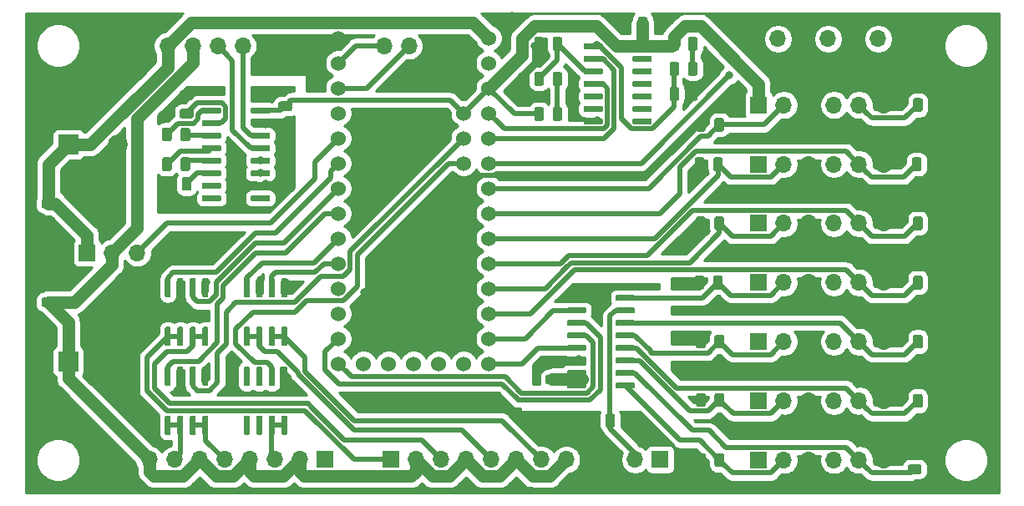
<source format=gtl>
G04 #@! TF.GenerationSoftware,KiCad,Pcbnew,5.1.5-52549c5~84~ubuntu18.04.1*
G04 #@! TF.CreationDate,2020-03-25T21:31:25-04:00*
G04 #@! TF.ProjectId,control,636f6e74-726f-46c2-9e6b-696361645f70,rev?*
G04 #@! TF.SameCoordinates,Original*
G04 #@! TF.FileFunction,Copper,L1,Top*
G04 #@! TF.FilePolarity,Positive*
%FSLAX46Y46*%
G04 Gerber Fmt 4.6, Leading zero omitted, Abs format (unit mm)*
G04 Created by KiCad (PCBNEW 5.1.5-52549c5~84~ubuntu18.04.1) date 2020-03-25 21:31:25*
%MOMM*%
%LPD*%
G04 APERTURE LIST*
%ADD10C,1.524000*%
%ADD11O,1.700000X1.700000*%
%ADD12R,1.700000X1.700000*%
%ADD13C,0.100000*%
%ADD14R,2.000000X2.000000*%
%ADD15C,2.000000*%
%ADD16C,0.800000*%
%ADD17C,1.270000*%
%ADD18C,0.508000*%
%ADD19C,0.254000*%
G04 APERTURE END LIST*
D10*
X60080000Y-30920000D03*
X60080000Y-28380000D03*
X60080000Y-25840000D03*
X47380000Y-18220000D03*
X47380000Y-20760000D03*
X47380000Y-23300000D03*
X47380000Y-25840000D03*
X47380000Y-28380000D03*
X47380000Y-30920000D03*
X47380000Y-33460000D03*
X47380000Y-36000000D03*
X47380000Y-38540000D03*
X47380000Y-41080000D03*
X47380000Y-43620000D03*
X47380000Y-46160000D03*
X47380000Y-48700000D03*
X47380000Y-51240000D03*
X49920000Y-51240000D03*
X52460000Y-51240000D03*
X55000000Y-51240000D03*
X57540000Y-51240000D03*
X60080000Y-51240000D03*
X62620000Y-51240000D03*
X62620000Y-48700000D03*
X62620000Y-46160000D03*
X62620000Y-43620000D03*
X62620000Y-41080000D03*
X62620000Y-38540000D03*
X62620000Y-36000000D03*
X62620000Y-33460000D03*
X62620000Y-30920000D03*
X62620000Y-28380000D03*
X62620000Y-25840000D03*
X62620000Y-23300000D03*
X62620000Y-20760000D03*
X62620000Y-18220000D03*
D11*
X52000000Y-19000000D03*
X54540000Y-19000000D03*
D12*
X57080000Y-19000000D03*
G04 #@! TA.AperFunction,SMDPad,CuDef*
D13*
G36*
X34069703Y-42550722D02*
G01*
X34084264Y-42552882D01*
X34098543Y-42556459D01*
X34112403Y-42561418D01*
X34125710Y-42567712D01*
X34138336Y-42575280D01*
X34150159Y-42584048D01*
X34161066Y-42593934D01*
X34170952Y-42604841D01*
X34179720Y-42616664D01*
X34187288Y-42629290D01*
X34193582Y-42642597D01*
X34198541Y-42656457D01*
X34202118Y-42670736D01*
X34204278Y-42685297D01*
X34205000Y-42700000D01*
X34205000Y-44350000D01*
X34204278Y-44364703D01*
X34202118Y-44379264D01*
X34198541Y-44393543D01*
X34193582Y-44407403D01*
X34187288Y-44420710D01*
X34179720Y-44433336D01*
X34170952Y-44445159D01*
X34161066Y-44456066D01*
X34150159Y-44465952D01*
X34138336Y-44474720D01*
X34125710Y-44482288D01*
X34112403Y-44488582D01*
X34098543Y-44493541D01*
X34084264Y-44497118D01*
X34069703Y-44499278D01*
X34055000Y-44500000D01*
X33755000Y-44500000D01*
X33740297Y-44499278D01*
X33725736Y-44497118D01*
X33711457Y-44493541D01*
X33697597Y-44488582D01*
X33684290Y-44482288D01*
X33671664Y-44474720D01*
X33659841Y-44465952D01*
X33648934Y-44456066D01*
X33639048Y-44445159D01*
X33630280Y-44433336D01*
X33622712Y-44420710D01*
X33616418Y-44407403D01*
X33611459Y-44393543D01*
X33607882Y-44379264D01*
X33605722Y-44364703D01*
X33605000Y-44350000D01*
X33605000Y-42700000D01*
X33605722Y-42685297D01*
X33607882Y-42670736D01*
X33611459Y-42656457D01*
X33616418Y-42642597D01*
X33622712Y-42629290D01*
X33630280Y-42616664D01*
X33639048Y-42604841D01*
X33648934Y-42593934D01*
X33659841Y-42584048D01*
X33671664Y-42575280D01*
X33684290Y-42567712D01*
X33697597Y-42561418D01*
X33711457Y-42556459D01*
X33725736Y-42552882D01*
X33740297Y-42550722D01*
X33755000Y-42550000D01*
X34055000Y-42550000D01*
X34069703Y-42550722D01*
G37*
G04 #@! TD.AperFunction*
G04 #@! TA.AperFunction,SMDPad,CuDef*
G36*
X32799703Y-42550722D02*
G01*
X32814264Y-42552882D01*
X32828543Y-42556459D01*
X32842403Y-42561418D01*
X32855710Y-42567712D01*
X32868336Y-42575280D01*
X32880159Y-42584048D01*
X32891066Y-42593934D01*
X32900952Y-42604841D01*
X32909720Y-42616664D01*
X32917288Y-42629290D01*
X32923582Y-42642597D01*
X32928541Y-42656457D01*
X32932118Y-42670736D01*
X32934278Y-42685297D01*
X32935000Y-42700000D01*
X32935000Y-44350000D01*
X32934278Y-44364703D01*
X32932118Y-44379264D01*
X32928541Y-44393543D01*
X32923582Y-44407403D01*
X32917288Y-44420710D01*
X32909720Y-44433336D01*
X32900952Y-44445159D01*
X32891066Y-44456066D01*
X32880159Y-44465952D01*
X32868336Y-44474720D01*
X32855710Y-44482288D01*
X32842403Y-44488582D01*
X32828543Y-44493541D01*
X32814264Y-44497118D01*
X32799703Y-44499278D01*
X32785000Y-44500000D01*
X32485000Y-44500000D01*
X32470297Y-44499278D01*
X32455736Y-44497118D01*
X32441457Y-44493541D01*
X32427597Y-44488582D01*
X32414290Y-44482288D01*
X32401664Y-44474720D01*
X32389841Y-44465952D01*
X32378934Y-44456066D01*
X32369048Y-44445159D01*
X32360280Y-44433336D01*
X32352712Y-44420710D01*
X32346418Y-44407403D01*
X32341459Y-44393543D01*
X32337882Y-44379264D01*
X32335722Y-44364703D01*
X32335000Y-44350000D01*
X32335000Y-42700000D01*
X32335722Y-42685297D01*
X32337882Y-42670736D01*
X32341459Y-42656457D01*
X32346418Y-42642597D01*
X32352712Y-42629290D01*
X32360280Y-42616664D01*
X32369048Y-42604841D01*
X32378934Y-42593934D01*
X32389841Y-42584048D01*
X32401664Y-42575280D01*
X32414290Y-42567712D01*
X32427597Y-42561418D01*
X32441457Y-42556459D01*
X32455736Y-42552882D01*
X32470297Y-42550722D01*
X32485000Y-42550000D01*
X32785000Y-42550000D01*
X32799703Y-42550722D01*
G37*
G04 #@! TD.AperFunction*
G04 #@! TA.AperFunction,SMDPad,CuDef*
G36*
X31529703Y-42550722D02*
G01*
X31544264Y-42552882D01*
X31558543Y-42556459D01*
X31572403Y-42561418D01*
X31585710Y-42567712D01*
X31598336Y-42575280D01*
X31610159Y-42584048D01*
X31621066Y-42593934D01*
X31630952Y-42604841D01*
X31639720Y-42616664D01*
X31647288Y-42629290D01*
X31653582Y-42642597D01*
X31658541Y-42656457D01*
X31662118Y-42670736D01*
X31664278Y-42685297D01*
X31665000Y-42700000D01*
X31665000Y-44350000D01*
X31664278Y-44364703D01*
X31662118Y-44379264D01*
X31658541Y-44393543D01*
X31653582Y-44407403D01*
X31647288Y-44420710D01*
X31639720Y-44433336D01*
X31630952Y-44445159D01*
X31621066Y-44456066D01*
X31610159Y-44465952D01*
X31598336Y-44474720D01*
X31585710Y-44482288D01*
X31572403Y-44488582D01*
X31558543Y-44493541D01*
X31544264Y-44497118D01*
X31529703Y-44499278D01*
X31515000Y-44500000D01*
X31215000Y-44500000D01*
X31200297Y-44499278D01*
X31185736Y-44497118D01*
X31171457Y-44493541D01*
X31157597Y-44488582D01*
X31144290Y-44482288D01*
X31131664Y-44474720D01*
X31119841Y-44465952D01*
X31108934Y-44456066D01*
X31099048Y-44445159D01*
X31090280Y-44433336D01*
X31082712Y-44420710D01*
X31076418Y-44407403D01*
X31071459Y-44393543D01*
X31067882Y-44379264D01*
X31065722Y-44364703D01*
X31065000Y-44350000D01*
X31065000Y-42700000D01*
X31065722Y-42685297D01*
X31067882Y-42670736D01*
X31071459Y-42656457D01*
X31076418Y-42642597D01*
X31082712Y-42629290D01*
X31090280Y-42616664D01*
X31099048Y-42604841D01*
X31108934Y-42593934D01*
X31119841Y-42584048D01*
X31131664Y-42575280D01*
X31144290Y-42567712D01*
X31157597Y-42561418D01*
X31171457Y-42556459D01*
X31185736Y-42552882D01*
X31200297Y-42550722D01*
X31215000Y-42550000D01*
X31515000Y-42550000D01*
X31529703Y-42550722D01*
G37*
G04 #@! TD.AperFunction*
G04 #@! TA.AperFunction,SMDPad,CuDef*
G36*
X30259703Y-42550722D02*
G01*
X30274264Y-42552882D01*
X30288543Y-42556459D01*
X30302403Y-42561418D01*
X30315710Y-42567712D01*
X30328336Y-42575280D01*
X30340159Y-42584048D01*
X30351066Y-42593934D01*
X30360952Y-42604841D01*
X30369720Y-42616664D01*
X30377288Y-42629290D01*
X30383582Y-42642597D01*
X30388541Y-42656457D01*
X30392118Y-42670736D01*
X30394278Y-42685297D01*
X30395000Y-42700000D01*
X30395000Y-44350000D01*
X30394278Y-44364703D01*
X30392118Y-44379264D01*
X30388541Y-44393543D01*
X30383582Y-44407403D01*
X30377288Y-44420710D01*
X30369720Y-44433336D01*
X30360952Y-44445159D01*
X30351066Y-44456066D01*
X30340159Y-44465952D01*
X30328336Y-44474720D01*
X30315710Y-44482288D01*
X30302403Y-44488582D01*
X30288543Y-44493541D01*
X30274264Y-44497118D01*
X30259703Y-44499278D01*
X30245000Y-44500000D01*
X29945000Y-44500000D01*
X29930297Y-44499278D01*
X29915736Y-44497118D01*
X29901457Y-44493541D01*
X29887597Y-44488582D01*
X29874290Y-44482288D01*
X29861664Y-44474720D01*
X29849841Y-44465952D01*
X29838934Y-44456066D01*
X29829048Y-44445159D01*
X29820280Y-44433336D01*
X29812712Y-44420710D01*
X29806418Y-44407403D01*
X29801459Y-44393543D01*
X29797882Y-44379264D01*
X29795722Y-44364703D01*
X29795000Y-44350000D01*
X29795000Y-42700000D01*
X29795722Y-42685297D01*
X29797882Y-42670736D01*
X29801459Y-42656457D01*
X29806418Y-42642597D01*
X29812712Y-42629290D01*
X29820280Y-42616664D01*
X29829048Y-42604841D01*
X29838934Y-42593934D01*
X29849841Y-42584048D01*
X29861664Y-42575280D01*
X29874290Y-42567712D01*
X29887597Y-42561418D01*
X29901457Y-42556459D01*
X29915736Y-42552882D01*
X29930297Y-42550722D01*
X29945000Y-42550000D01*
X30245000Y-42550000D01*
X30259703Y-42550722D01*
G37*
G04 #@! TD.AperFunction*
G04 #@! TA.AperFunction,SMDPad,CuDef*
G36*
X30259703Y-47500722D02*
G01*
X30274264Y-47502882D01*
X30288543Y-47506459D01*
X30302403Y-47511418D01*
X30315710Y-47517712D01*
X30328336Y-47525280D01*
X30340159Y-47534048D01*
X30351066Y-47543934D01*
X30360952Y-47554841D01*
X30369720Y-47566664D01*
X30377288Y-47579290D01*
X30383582Y-47592597D01*
X30388541Y-47606457D01*
X30392118Y-47620736D01*
X30394278Y-47635297D01*
X30395000Y-47650000D01*
X30395000Y-49300000D01*
X30394278Y-49314703D01*
X30392118Y-49329264D01*
X30388541Y-49343543D01*
X30383582Y-49357403D01*
X30377288Y-49370710D01*
X30369720Y-49383336D01*
X30360952Y-49395159D01*
X30351066Y-49406066D01*
X30340159Y-49415952D01*
X30328336Y-49424720D01*
X30315710Y-49432288D01*
X30302403Y-49438582D01*
X30288543Y-49443541D01*
X30274264Y-49447118D01*
X30259703Y-49449278D01*
X30245000Y-49450000D01*
X29945000Y-49450000D01*
X29930297Y-49449278D01*
X29915736Y-49447118D01*
X29901457Y-49443541D01*
X29887597Y-49438582D01*
X29874290Y-49432288D01*
X29861664Y-49424720D01*
X29849841Y-49415952D01*
X29838934Y-49406066D01*
X29829048Y-49395159D01*
X29820280Y-49383336D01*
X29812712Y-49370710D01*
X29806418Y-49357403D01*
X29801459Y-49343543D01*
X29797882Y-49329264D01*
X29795722Y-49314703D01*
X29795000Y-49300000D01*
X29795000Y-47650000D01*
X29795722Y-47635297D01*
X29797882Y-47620736D01*
X29801459Y-47606457D01*
X29806418Y-47592597D01*
X29812712Y-47579290D01*
X29820280Y-47566664D01*
X29829048Y-47554841D01*
X29838934Y-47543934D01*
X29849841Y-47534048D01*
X29861664Y-47525280D01*
X29874290Y-47517712D01*
X29887597Y-47511418D01*
X29901457Y-47506459D01*
X29915736Y-47502882D01*
X29930297Y-47500722D01*
X29945000Y-47500000D01*
X30245000Y-47500000D01*
X30259703Y-47500722D01*
G37*
G04 #@! TD.AperFunction*
G04 #@! TA.AperFunction,SMDPad,CuDef*
G36*
X31529703Y-47500722D02*
G01*
X31544264Y-47502882D01*
X31558543Y-47506459D01*
X31572403Y-47511418D01*
X31585710Y-47517712D01*
X31598336Y-47525280D01*
X31610159Y-47534048D01*
X31621066Y-47543934D01*
X31630952Y-47554841D01*
X31639720Y-47566664D01*
X31647288Y-47579290D01*
X31653582Y-47592597D01*
X31658541Y-47606457D01*
X31662118Y-47620736D01*
X31664278Y-47635297D01*
X31665000Y-47650000D01*
X31665000Y-49300000D01*
X31664278Y-49314703D01*
X31662118Y-49329264D01*
X31658541Y-49343543D01*
X31653582Y-49357403D01*
X31647288Y-49370710D01*
X31639720Y-49383336D01*
X31630952Y-49395159D01*
X31621066Y-49406066D01*
X31610159Y-49415952D01*
X31598336Y-49424720D01*
X31585710Y-49432288D01*
X31572403Y-49438582D01*
X31558543Y-49443541D01*
X31544264Y-49447118D01*
X31529703Y-49449278D01*
X31515000Y-49450000D01*
X31215000Y-49450000D01*
X31200297Y-49449278D01*
X31185736Y-49447118D01*
X31171457Y-49443541D01*
X31157597Y-49438582D01*
X31144290Y-49432288D01*
X31131664Y-49424720D01*
X31119841Y-49415952D01*
X31108934Y-49406066D01*
X31099048Y-49395159D01*
X31090280Y-49383336D01*
X31082712Y-49370710D01*
X31076418Y-49357403D01*
X31071459Y-49343543D01*
X31067882Y-49329264D01*
X31065722Y-49314703D01*
X31065000Y-49300000D01*
X31065000Y-47650000D01*
X31065722Y-47635297D01*
X31067882Y-47620736D01*
X31071459Y-47606457D01*
X31076418Y-47592597D01*
X31082712Y-47579290D01*
X31090280Y-47566664D01*
X31099048Y-47554841D01*
X31108934Y-47543934D01*
X31119841Y-47534048D01*
X31131664Y-47525280D01*
X31144290Y-47517712D01*
X31157597Y-47511418D01*
X31171457Y-47506459D01*
X31185736Y-47502882D01*
X31200297Y-47500722D01*
X31215000Y-47500000D01*
X31515000Y-47500000D01*
X31529703Y-47500722D01*
G37*
G04 #@! TD.AperFunction*
G04 #@! TA.AperFunction,SMDPad,CuDef*
G36*
X32799703Y-47500722D02*
G01*
X32814264Y-47502882D01*
X32828543Y-47506459D01*
X32842403Y-47511418D01*
X32855710Y-47517712D01*
X32868336Y-47525280D01*
X32880159Y-47534048D01*
X32891066Y-47543934D01*
X32900952Y-47554841D01*
X32909720Y-47566664D01*
X32917288Y-47579290D01*
X32923582Y-47592597D01*
X32928541Y-47606457D01*
X32932118Y-47620736D01*
X32934278Y-47635297D01*
X32935000Y-47650000D01*
X32935000Y-49300000D01*
X32934278Y-49314703D01*
X32932118Y-49329264D01*
X32928541Y-49343543D01*
X32923582Y-49357403D01*
X32917288Y-49370710D01*
X32909720Y-49383336D01*
X32900952Y-49395159D01*
X32891066Y-49406066D01*
X32880159Y-49415952D01*
X32868336Y-49424720D01*
X32855710Y-49432288D01*
X32842403Y-49438582D01*
X32828543Y-49443541D01*
X32814264Y-49447118D01*
X32799703Y-49449278D01*
X32785000Y-49450000D01*
X32485000Y-49450000D01*
X32470297Y-49449278D01*
X32455736Y-49447118D01*
X32441457Y-49443541D01*
X32427597Y-49438582D01*
X32414290Y-49432288D01*
X32401664Y-49424720D01*
X32389841Y-49415952D01*
X32378934Y-49406066D01*
X32369048Y-49395159D01*
X32360280Y-49383336D01*
X32352712Y-49370710D01*
X32346418Y-49357403D01*
X32341459Y-49343543D01*
X32337882Y-49329264D01*
X32335722Y-49314703D01*
X32335000Y-49300000D01*
X32335000Y-47650000D01*
X32335722Y-47635297D01*
X32337882Y-47620736D01*
X32341459Y-47606457D01*
X32346418Y-47592597D01*
X32352712Y-47579290D01*
X32360280Y-47566664D01*
X32369048Y-47554841D01*
X32378934Y-47543934D01*
X32389841Y-47534048D01*
X32401664Y-47525280D01*
X32414290Y-47517712D01*
X32427597Y-47511418D01*
X32441457Y-47506459D01*
X32455736Y-47502882D01*
X32470297Y-47500722D01*
X32485000Y-47500000D01*
X32785000Y-47500000D01*
X32799703Y-47500722D01*
G37*
G04 #@! TD.AperFunction*
G04 #@! TA.AperFunction,SMDPad,CuDef*
G36*
X34069703Y-47500722D02*
G01*
X34084264Y-47502882D01*
X34098543Y-47506459D01*
X34112403Y-47511418D01*
X34125710Y-47517712D01*
X34138336Y-47525280D01*
X34150159Y-47534048D01*
X34161066Y-47543934D01*
X34170952Y-47554841D01*
X34179720Y-47566664D01*
X34187288Y-47579290D01*
X34193582Y-47592597D01*
X34198541Y-47606457D01*
X34202118Y-47620736D01*
X34204278Y-47635297D01*
X34205000Y-47650000D01*
X34205000Y-49300000D01*
X34204278Y-49314703D01*
X34202118Y-49329264D01*
X34198541Y-49343543D01*
X34193582Y-49357403D01*
X34187288Y-49370710D01*
X34179720Y-49383336D01*
X34170952Y-49395159D01*
X34161066Y-49406066D01*
X34150159Y-49415952D01*
X34138336Y-49424720D01*
X34125710Y-49432288D01*
X34112403Y-49438582D01*
X34098543Y-49443541D01*
X34084264Y-49447118D01*
X34069703Y-49449278D01*
X34055000Y-49450000D01*
X33755000Y-49450000D01*
X33740297Y-49449278D01*
X33725736Y-49447118D01*
X33711457Y-49443541D01*
X33697597Y-49438582D01*
X33684290Y-49432288D01*
X33671664Y-49424720D01*
X33659841Y-49415952D01*
X33648934Y-49406066D01*
X33639048Y-49395159D01*
X33630280Y-49383336D01*
X33622712Y-49370710D01*
X33616418Y-49357403D01*
X33611459Y-49343543D01*
X33607882Y-49329264D01*
X33605722Y-49314703D01*
X33605000Y-49300000D01*
X33605000Y-47650000D01*
X33605722Y-47635297D01*
X33607882Y-47620736D01*
X33611459Y-47606457D01*
X33616418Y-47592597D01*
X33622712Y-47579290D01*
X33630280Y-47566664D01*
X33639048Y-47554841D01*
X33648934Y-47543934D01*
X33659841Y-47534048D01*
X33671664Y-47525280D01*
X33684290Y-47517712D01*
X33697597Y-47511418D01*
X33711457Y-47506459D01*
X33725736Y-47502882D01*
X33740297Y-47500722D01*
X33755000Y-47500000D01*
X34055000Y-47500000D01*
X34069703Y-47500722D01*
G37*
G04 #@! TD.AperFunction*
G04 #@! TA.AperFunction,SMDPad,CuDef*
G36*
X42069703Y-56500722D02*
G01*
X42084264Y-56502882D01*
X42098543Y-56506459D01*
X42112403Y-56511418D01*
X42125710Y-56517712D01*
X42138336Y-56525280D01*
X42150159Y-56534048D01*
X42161066Y-56543934D01*
X42170952Y-56554841D01*
X42179720Y-56566664D01*
X42187288Y-56579290D01*
X42193582Y-56592597D01*
X42198541Y-56606457D01*
X42202118Y-56620736D01*
X42204278Y-56635297D01*
X42205000Y-56650000D01*
X42205000Y-58300000D01*
X42204278Y-58314703D01*
X42202118Y-58329264D01*
X42198541Y-58343543D01*
X42193582Y-58357403D01*
X42187288Y-58370710D01*
X42179720Y-58383336D01*
X42170952Y-58395159D01*
X42161066Y-58406066D01*
X42150159Y-58415952D01*
X42138336Y-58424720D01*
X42125710Y-58432288D01*
X42112403Y-58438582D01*
X42098543Y-58443541D01*
X42084264Y-58447118D01*
X42069703Y-58449278D01*
X42055000Y-58450000D01*
X41755000Y-58450000D01*
X41740297Y-58449278D01*
X41725736Y-58447118D01*
X41711457Y-58443541D01*
X41697597Y-58438582D01*
X41684290Y-58432288D01*
X41671664Y-58424720D01*
X41659841Y-58415952D01*
X41648934Y-58406066D01*
X41639048Y-58395159D01*
X41630280Y-58383336D01*
X41622712Y-58370710D01*
X41616418Y-58357403D01*
X41611459Y-58343543D01*
X41607882Y-58329264D01*
X41605722Y-58314703D01*
X41605000Y-58300000D01*
X41605000Y-56650000D01*
X41605722Y-56635297D01*
X41607882Y-56620736D01*
X41611459Y-56606457D01*
X41616418Y-56592597D01*
X41622712Y-56579290D01*
X41630280Y-56566664D01*
X41639048Y-56554841D01*
X41648934Y-56543934D01*
X41659841Y-56534048D01*
X41671664Y-56525280D01*
X41684290Y-56517712D01*
X41697597Y-56511418D01*
X41711457Y-56506459D01*
X41725736Y-56502882D01*
X41740297Y-56500722D01*
X41755000Y-56500000D01*
X42055000Y-56500000D01*
X42069703Y-56500722D01*
G37*
G04 #@! TD.AperFunction*
G04 #@! TA.AperFunction,SMDPad,CuDef*
G36*
X40799703Y-56500722D02*
G01*
X40814264Y-56502882D01*
X40828543Y-56506459D01*
X40842403Y-56511418D01*
X40855710Y-56517712D01*
X40868336Y-56525280D01*
X40880159Y-56534048D01*
X40891066Y-56543934D01*
X40900952Y-56554841D01*
X40909720Y-56566664D01*
X40917288Y-56579290D01*
X40923582Y-56592597D01*
X40928541Y-56606457D01*
X40932118Y-56620736D01*
X40934278Y-56635297D01*
X40935000Y-56650000D01*
X40935000Y-58300000D01*
X40934278Y-58314703D01*
X40932118Y-58329264D01*
X40928541Y-58343543D01*
X40923582Y-58357403D01*
X40917288Y-58370710D01*
X40909720Y-58383336D01*
X40900952Y-58395159D01*
X40891066Y-58406066D01*
X40880159Y-58415952D01*
X40868336Y-58424720D01*
X40855710Y-58432288D01*
X40842403Y-58438582D01*
X40828543Y-58443541D01*
X40814264Y-58447118D01*
X40799703Y-58449278D01*
X40785000Y-58450000D01*
X40485000Y-58450000D01*
X40470297Y-58449278D01*
X40455736Y-58447118D01*
X40441457Y-58443541D01*
X40427597Y-58438582D01*
X40414290Y-58432288D01*
X40401664Y-58424720D01*
X40389841Y-58415952D01*
X40378934Y-58406066D01*
X40369048Y-58395159D01*
X40360280Y-58383336D01*
X40352712Y-58370710D01*
X40346418Y-58357403D01*
X40341459Y-58343543D01*
X40337882Y-58329264D01*
X40335722Y-58314703D01*
X40335000Y-58300000D01*
X40335000Y-56650000D01*
X40335722Y-56635297D01*
X40337882Y-56620736D01*
X40341459Y-56606457D01*
X40346418Y-56592597D01*
X40352712Y-56579290D01*
X40360280Y-56566664D01*
X40369048Y-56554841D01*
X40378934Y-56543934D01*
X40389841Y-56534048D01*
X40401664Y-56525280D01*
X40414290Y-56517712D01*
X40427597Y-56511418D01*
X40441457Y-56506459D01*
X40455736Y-56502882D01*
X40470297Y-56500722D01*
X40485000Y-56500000D01*
X40785000Y-56500000D01*
X40799703Y-56500722D01*
G37*
G04 #@! TD.AperFunction*
G04 #@! TA.AperFunction,SMDPad,CuDef*
G36*
X39529703Y-56500722D02*
G01*
X39544264Y-56502882D01*
X39558543Y-56506459D01*
X39572403Y-56511418D01*
X39585710Y-56517712D01*
X39598336Y-56525280D01*
X39610159Y-56534048D01*
X39621066Y-56543934D01*
X39630952Y-56554841D01*
X39639720Y-56566664D01*
X39647288Y-56579290D01*
X39653582Y-56592597D01*
X39658541Y-56606457D01*
X39662118Y-56620736D01*
X39664278Y-56635297D01*
X39665000Y-56650000D01*
X39665000Y-58300000D01*
X39664278Y-58314703D01*
X39662118Y-58329264D01*
X39658541Y-58343543D01*
X39653582Y-58357403D01*
X39647288Y-58370710D01*
X39639720Y-58383336D01*
X39630952Y-58395159D01*
X39621066Y-58406066D01*
X39610159Y-58415952D01*
X39598336Y-58424720D01*
X39585710Y-58432288D01*
X39572403Y-58438582D01*
X39558543Y-58443541D01*
X39544264Y-58447118D01*
X39529703Y-58449278D01*
X39515000Y-58450000D01*
X39215000Y-58450000D01*
X39200297Y-58449278D01*
X39185736Y-58447118D01*
X39171457Y-58443541D01*
X39157597Y-58438582D01*
X39144290Y-58432288D01*
X39131664Y-58424720D01*
X39119841Y-58415952D01*
X39108934Y-58406066D01*
X39099048Y-58395159D01*
X39090280Y-58383336D01*
X39082712Y-58370710D01*
X39076418Y-58357403D01*
X39071459Y-58343543D01*
X39067882Y-58329264D01*
X39065722Y-58314703D01*
X39065000Y-58300000D01*
X39065000Y-56650000D01*
X39065722Y-56635297D01*
X39067882Y-56620736D01*
X39071459Y-56606457D01*
X39076418Y-56592597D01*
X39082712Y-56579290D01*
X39090280Y-56566664D01*
X39099048Y-56554841D01*
X39108934Y-56543934D01*
X39119841Y-56534048D01*
X39131664Y-56525280D01*
X39144290Y-56517712D01*
X39157597Y-56511418D01*
X39171457Y-56506459D01*
X39185736Y-56502882D01*
X39200297Y-56500722D01*
X39215000Y-56500000D01*
X39515000Y-56500000D01*
X39529703Y-56500722D01*
G37*
G04 #@! TD.AperFunction*
G04 #@! TA.AperFunction,SMDPad,CuDef*
G36*
X38259703Y-56500722D02*
G01*
X38274264Y-56502882D01*
X38288543Y-56506459D01*
X38302403Y-56511418D01*
X38315710Y-56517712D01*
X38328336Y-56525280D01*
X38340159Y-56534048D01*
X38351066Y-56543934D01*
X38360952Y-56554841D01*
X38369720Y-56566664D01*
X38377288Y-56579290D01*
X38383582Y-56592597D01*
X38388541Y-56606457D01*
X38392118Y-56620736D01*
X38394278Y-56635297D01*
X38395000Y-56650000D01*
X38395000Y-58300000D01*
X38394278Y-58314703D01*
X38392118Y-58329264D01*
X38388541Y-58343543D01*
X38383582Y-58357403D01*
X38377288Y-58370710D01*
X38369720Y-58383336D01*
X38360952Y-58395159D01*
X38351066Y-58406066D01*
X38340159Y-58415952D01*
X38328336Y-58424720D01*
X38315710Y-58432288D01*
X38302403Y-58438582D01*
X38288543Y-58443541D01*
X38274264Y-58447118D01*
X38259703Y-58449278D01*
X38245000Y-58450000D01*
X37945000Y-58450000D01*
X37930297Y-58449278D01*
X37915736Y-58447118D01*
X37901457Y-58443541D01*
X37887597Y-58438582D01*
X37874290Y-58432288D01*
X37861664Y-58424720D01*
X37849841Y-58415952D01*
X37838934Y-58406066D01*
X37829048Y-58395159D01*
X37820280Y-58383336D01*
X37812712Y-58370710D01*
X37806418Y-58357403D01*
X37801459Y-58343543D01*
X37797882Y-58329264D01*
X37795722Y-58314703D01*
X37795000Y-58300000D01*
X37795000Y-56650000D01*
X37795722Y-56635297D01*
X37797882Y-56620736D01*
X37801459Y-56606457D01*
X37806418Y-56592597D01*
X37812712Y-56579290D01*
X37820280Y-56566664D01*
X37829048Y-56554841D01*
X37838934Y-56543934D01*
X37849841Y-56534048D01*
X37861664Y-56525280D01*
X37874290Y-56517712D01*
X37887597Y-56511418D01*
X37901457Y-56506459D01*
X37915736Y-56502882D01*
X37930297Y-56500722D01*
X37945000Y-56500000D01*
X38245000Y-56500000D01*
X38259703Y-56500722D01*
G37*
G04 #@! TD.AperFunction*
G04 #@! TA.AperFunction,SMDPad,CuDef*
G36*
X38259703Y-51550722D02*
G01*
X38274264Y-51552882D01*
X38288543Y-51556459D01*
X38302403Y-51561418D01*
X38315710Y-51567712D01*
X38328336Y-51575280D01*
X38340159Y-51584048D01*
X38351066Y-51593934D01*
X38360952Y-51604841D01*
X38369720Y-51616664D01*
X38377288Y-51629290D01*
X38383582Y-51642597D01*
X38388541Y-51656457D01*
X38392118Y-51670736D01*
X38394278Y-51685297D01*
X38395000Y-51700000D01*
X38395000Y-53350000D01*
X38394278Y-53364703D01*
X38392118Y-53379264D01*
X38388541Y-53393543D01*
X38383582Y-53407403D01*
X38377288Y-53420710D01*
X38369720Y-53433336D01*
X38360952Y-53445159D01*
X38351066Y-53456066D01*
X38340159Y-53465952D01*
X38328336Y-53474720D01*
X38315710Y-53482288D01*
X38302403Y-53488582D01*
X38288543Y-53493541D01*
X38274264Y-53497118D01*
X38259703Y-53499278D01*
X38245000Y-53500000D01*
X37945000Y-53500000D01*
X37930297Y-53499278D01*
X37915736Y-53497118D01*
X37901457Y-53493541D01*
X37887597Y-53488582D01*
X37874290Y-53482288D01*
X37861664Y-53474720D01*
X37849841Y-53465952D01*
X37838934Y-53456066D01*
X37829048Y-53445159D01*
X37820280Y-53433336D01*
X37812712Y-53420710D01*
X37806418Y-53407403D01*
X37801459Y-53393543D01*
X37797882Y-53379264D01*
X37795722Y-53364703D01*
X37795000Y-53350000D01*
X37795000Y-51700000D01*
X37795722Y-51685297D01*
X37797882Y-51670736D01*
X37801459Y-51656457D01*
X37806418Y-51642597D01*
X37812712Y-51629290D01*
X37820280Y-51616664D01*
X37829048Y-51604841D01*
X37838934Y-51593934D01*
X37849841Y-51584048D01*
X37861664Y-51575280D01*
X37874290Y-51567712D01*
X37887597Y-51561418D01*
X37901457Y-51556459D01*
X37915736Y-51552882D01*
X37930297Y-51550722D01*
X37945000Y-51550000D01*
X38245000Y-51550000D01*
X38259703Y-51550722D01*
G37*
G04 #@! TD.AperFunction*
G04 #@! TA.AperFunction,SMDPad,CuDef*
G36*
X39529703Y-51550722D02*
G01*
X39544264Y-51552882D01*
X39558543Y-51556459D01*
X39572403Y-51561418D01*
X39585710Y-51567712D01*
X39598336Y-51575280D01*
X39610159Y-51584048D01*
X39621066Y-51593934D01*
X39630952Y-51604841D01*
X39639720Y-51616664D01*
X39647288Y-51629290D01*
X39653582Y-51642597D01*
X39658541Y-51656457D01*
X39662118Y-51670736D01*
X39664278Y-51685297D01*
X39665000Y-51700000D01*
X39665000Y-53350000D01*
X39664278Y-53364703D01*
X39662118Y-53379264D01*
X39658541Y-53393543D01*
X39653582Y-53407403D01*
X39647288Y-53420710D01*
X39639720Y-53433336D01*
X39630952Y-53445159D01*
X39621066Y-53456066D01*
X39610159Y-53465952D01*
X39598336Y-53474720D01*
X39585710Y-53482288D01*
X39572403Y-53488582D01*
X39558543Y-53493541D01*
X39544264Y-53497118D01*
X39529703Y-53499278D01*
X39515000Y-53500000D01*
X39215000Y-53500000D01*
X39200297Y-53499278D01*
X39185736Y-53497118D01*
X39171457Y-53493541D01*
X39157597Y-53488582D01*
X39144290Y-53482288D01*
X39131664Y-53474720D01*
X39119841Y-53465952D01*
X39108934Y-53456066D01*
X39099048Y-53445159D01*
X39090280Y-53433336D01*
X39082712Y-53420710D01*
X39076418Y-53407403D01*
X39071459Y-53393543D01*
X39067882Y-53379264D01*
X39065722Y-53364703D01*
X39065000Y-53350000D01*
X39065000Y-51700000D01*
X39065722Y-51685297D01*
X39067882Y-51670736D01*
X39071459Y-51656457D01*
X39076418Y-51642597D01*
X39082712Y-51629290D01*
X39090280Y-51616664D01*
X39099048Y-51604841D01*
X39108934Y-51593934D01*
X39119841Y-51584048D01*
X39131664Y-51575280D01*
X39144290Y-51567712D01*
X39157597Y-51561418D01*
X39171457Y-51556459D01*
X39185736Y-51552882D01*
X39200297Y-51550722D01*
X39215000Y-51550000D01*
X39515000Y-51550000D01*
X39529703Y-51550722D01*
G37*
G04 #@! TD.AperFunction*
G04 #@! TA.AperFunction,SMDPad,CuDef*
G36*
X40799703Y-51550722D02*
G01*
X40814264Y-51552882D01*
X40828543Y-51556459D01*
X40842403Y-51561418D01*
X40855710Y-51567712D01*
X40868336Y-51575280D01*
X40880159Y-51584048D01*
X40891066Y-51593934D01*
X40900952Y-51604841D01*
X40909720Y-51616664D01*
X40917288Y-51629290D01*
X40923582Y-51642597D01*
X40928541Y-51656457D01*
X40932118Y-51670736D01*
X40934278Y-51685297D01*
X40935000Y-51700000D01*
X40935000Y-53350000D01*
X40934278Y-53364703D01*
X40932118Y-53379264D01*
X40928541Y-53393543D01*
X40923582Y-53407403D01*
X40917288Y-53420710D01*
X40909720Y-53433336D01*
X40900952Y-53445159D01*
X40891066Y-53456066D01*
X40880159Y-53465952D01*
X40868336Y-53474720D01*
X40855710Y-53482288D01*
X40842403Y-53488582D01*
X40828543Y-53493541D01*
X40814264Y-53497118D01*
X40799703Y-53499278D01*
X40785000Y-53500000D01*
X40485000Y-53500000D01*
X40470297Y-53499278D01*
X40455736Y-53497118D01*
X40441457Y-53493541D01*
X40427597Y-53488582D01*
X40414290Y-53482288D01*
X40401664Y-53474720D01*
X40389841Y-53465952D01*
X40378934Y-53456066D01*
X40369048Y-53445159D01*
X40360280Y-53433336D01*
X40352712Y-53420710D01*
X40346418Y-53407403D01*
X40341459Y-53393543D01*
X40337882Y-53379264D01*
X40335722Y-53364703D01*
X40335000Y-53350000D01*
X40335000Y-51700000D01*
X40335722Y-51685297D01*
X40337882Y-51670736D01*
X40341459Y-51656457D01*
X40346418Y-51642597D01*
X40352712Y-51629290D01*
X40360280Y-51616664D01*
X40369048Y-51604841D01*
X40378934Y-51593934D01*
X40389841Y-51584048D01*
X40401664Y-51575280D01*
X40414290Y-51567712D01*
X40427597Y-51561418D01*
X40441457Y-51556459D01*
X40455736Y-51552882D01*
X40470297Y-51550722D01*
X40485000Y-51550000D01*
X40785000Y-51550000D01*
X40799703Y-51550722D01*
G37*
G04 #@! TD.AperFunction*
G04 #@! TA.AperFunction,SMDPad,CuDef*
G36*
X42069703Y-51550722D02*
G01*
X42084264Y-51552882D01*
X42098543Y-51556459D01*
X42112403Y-51561418D01*
X42125710Y-51567712D01*
X42138336Y-51575280D01*
X42150159Y-51584048D01*
X42161066Y-51593934D01*
X42170952Y-51604841D01*
X42179720Y-51616664D01*
X42187288Y-51629290D01*
X42193582Y-51642597D01*
X42198541Y-51656457D01*
X42202118Y-51670736D01*
X42204278Y-51685297D01*
X42205000Y-51700000D01*
X42205000Y-53350000D01*
X42204278Y-53364703D01*
X42202118Y-53379264D01*
X42198541Y-53393543D01*
X42193582Y-53407403D01*
X42187288Y-53420710D01*
X42179720Y-53433336D01*
X42170952Y-53445159D01*
X42161066Y-53456066D01*
X42150159Y-53465952D01*
X42138336Y-53474720D01*
X42125710Y-53482288D01*
X42112403Y-53488582D01*
X42098543Y-53493541D01*
X42084264Y-53497118D01*
X42069703Y-53499278D01*
X42055000Y-53500000D01*
X41755000Y-53500000D01*
X41740297Y-53499278D01*
X41725736Y-53497118D01*
X41711457Y-53493541D01*
X41697597Y-53488582D01*
X41684290Y-53482288D01*
X41671664Y-53474720D01*
X41659841Y-53465952D01*
X41648934Y-53456066D01*
X41639048Y-53445159D01*
X41630280Y-53433336D01*
X41622712Y-53420710D01*
X41616418Y-53407403D01*
X41611459Y-53393543D01*
X41607882Y-53379264D01*
X41605722Y-53364703D01*
X41605000Y-53350000D01*
X41605000Y-51700000D01*
X41605722Y-51685297D01*
X41607882Y-51670736D01*
X41611459Y-51656457D01*
X41616418Y-51642597D01*
X41622712Y-51629290D01*
X41630280Y-51616664D01*
X41639048Y-51604841D01*
X41648934Y-51593934D01*
X41659841Y-51584048D01*
X41671664Y-51575280D01*
X41684290Y-51567712D01*
X41697597Y-51561418D01*
X41711457Y-51556459D01*
X41725736Y-51552882D01*
X41740297Y-51550722D01*
X41755000Y-51550000D01*
X42055000Y-51550000D01*
X42069703Y-51550722D01*
G37*
G04 #@! TD.AperFunction*
G04 #@! TA.AperFunction,SMDPad,CuDef*
G36*
X40314703Y-25255722D02*
G01*
X40329264Y-25257882D01*
X40343543Y-25261459D01*
X40357403Y-25266418D01*
X40370710Y-25272712D01*
X40383336Y-25280280D01*
X40395159Y-25289048D01*
X40406066Y-25298934D01*
X40415952Y-25309841D01*
X40424720Y-25321664D01*
X40432288Y-25334290D01*
X40438582Y-25347597D01*
X40443541Y-25361457D01*
X40447118Y-25375736D01*
X40449278Y-25390297D01*
X40450000Y-25405000D01*
X40450000Y-25705000D01*
X40449278Y-25719703D01*
X40447118Y-25734264D01*
X40443541Y-25748543D01*
X40438582Y-25762403D01*
X40432288Y-25775710D01*
X40424720Y-25788336D01*
X40415952Y-25800159D01*
X40406066Y-25811066D01*
X40395159Y-25820952D01*
X40383336Y-25829720D01*
X40370710Y-25837288D01*
X40357403Y-25843582D01*
X40343543Y-25848541D01*
X40329264Y-25852118D01*
X40314703Y-25854278D01*
X40300000Y-25855000D01*
X38650000Y-25855000D01*
X38635297Y-25854278D01*
X38620736Y-25852118D01*
X38606457Y-25848541D01*
X38592597Y-25843582D01*
X38579290Y-25837288D01*
X38566664Y-25829720D01*
X38554841Y-25820952D01*
X38543934Y-25811066D01*
X38534048Y-25800159D01*
X38525280Y-25788336D01*
X38517712Y-25775710D01*
X38511418Y-25762403D01*
X38506459Y-25748543D01*
X38502882Y-25734264D01*
X38500722Y-25719703D01*
X38500000Y-25705000D01*
X38500000Y-25405000D01*
X38500722Y-25390297D01*
X38502882Y-25375736D01*
X38506459Y-25361457D01*
X38511418Y-25347597D01*
X38517712Y-25334290D01*
X38525280Y-25321664D01*
X38534048Y-25309841D01*
X38543934Y-25298934D01*
X38554841Y-25289048D01*
X38566664Y-25280280D01*
X38579290Y-25272712D01*
X38592597Y-25266418D01*
X38606457Y-25261459D01*
X38620736Y-25257882D01*
X38635297Y-25255722D01*
X38650000Y-25255000D01*
X40300000Y-25255000D01*
X40314703Y-25255722D01*
G37*
G04 #@! TD.AperFunction*
G04 #@! TA.AperFunction,SMDPad,CuDef*
G36*
X40314703Y-26525722D02*
G01*
X40329264Y-26527882D01*
X40343543Y-26531459D01*
X40357403Y-26536418D01*
X40370710Y-26542712D01*
X40383336Y-26550280D01*
X40395159Y-26559048D01*
X40406066Y-26568934D01*
X40415952Y-26579841D01*
X40424720Y-26591664D01*
X40432288Y-26604290D01*
X40438582Y-26617597D01*
X40443541Y-26631457D01*
X40447118Y-26645736D01*
X40449278Y-26660297D01*
X40450000Y-26675000D01*
X40450000Y-26975000D01*
X40449278Y-26989703D01*
X40447118Y-27004264D01*
X40443541Y-27018543D01*
X40438582Y-27032403D01*
X40432288Y-27045710D01*
X40424720Y-27058336D01*
X40415952Y-27070159D01*
X40406066Y-27081066D01*
X40395159Y-27090952D01*
X40383336Y-27099720D01*
X40370710Y-27107288D01*
X40357403Y-27113582D01*
X40343543Y-27118541D01*
X40329264Y-27122118D01*
X40314703Y-27124278D01*
X40300000Y-27125000D01*
X38650000Y-27125000D01*
X38635297Y-27124278D01*
X38620736Y-27122118D01*
X38606457Y-27118541D01*
X38592597Y-27113582D01*
X38579290Y-27107288D01*
X38566664Y-27099720D01*
X38554841Y-27090952D01*
X38543934Y-27081066D01*
X38534048Y-27070159D01*
X38525280Y-27058336D01*
X38517712Y-27045710D01*
X38511418Y-27032403D01*
X38506459Y-27018543D01*
X38502882Y-27004264D01*
X38500722Y-26989703D01*
X38500000Y-26975000D01*
X38500000Y-26675000D01*
X38500722Y-26660297D01*
X38502882Y-26645736D01*
X38506459Y-26631457D01*
X38511418Y-26617597D01*
X38517712Y-26604290D01*
X38525280Y-26591664D01*
X38534048Y-26579841D01*
X38543934Y-26568934D01*
X38554841Y-26559048D01*
X38566664Y-26550280D01*
X38579290Y-26542712D01*
X38592597Y-26536418D01*
X38606457Y-26531459D01*
X38620736Y-26527882D01*
X38635297Y-26525722D01*
X38650000Y-26525000D01*
X40300000Y-26525000D01*
X40314703Y-26525722D01*
G37*
G04 #@! TD.AperFunction*
G04 #@! TA.AperFunction,SMDPad,CuDef*
G36*
X40314703Y-27795722D02*
G01*
X40329264Y-27797882D01*
X40343543Y-27801459D01*
X40357403Y-27806418D01*
X40370710Y-27812712D01*
X40383336Y-27820280D01*
X40395159Y-27829048D01*
X40406066Y-27838934D01*
X40415952Y-27849841D01*
X40424720Y-27861664D01*
X40432288Y-27874290D01*
X40438582Y-27887597D01*
X40443541Y-27901457D01*
X40447118Y-27915736D01*
X40449278Y-27930297D01*
X40450000Y-27945000D01*
X40450000Y-28245000D01*
X40449278Y-28259703D01*
X40447118Y-28274264D01*
X40443541Y-28288543D01*
X40438582Y-28302403D01*
X40432288Y-28315710D01*
X40424720Y-28328336D01*
X40415952Y-28340159D01*
X40406066Y-28351066D01*
X40395159Y-28360952D01*
X40383336Y-28369720D01*
X40370710Y-28377288D01*
X40357403Y-28383582D01*
X40343543Y-28388541D01*
X40329264Y-28392118D01*
X40314703Y-28394278D01*
X40300000Y-28395000D01*
X38650000Y-28395000D01*
X38635297Y-28394278D01*
X38620736Y-28392118D01*
X38606457Y-28388541D01*
X38592597Y-28383582D01*
X38579290Y-28377288D01*
X38566664Y-28369720D01*
X38554841Y-28360952D01*
X38543934Y-28351066D01*
X38534048Y-28340159D01*
X38525280Y-28328336D01*
X38517712Y-28315710D01*
X38511418Y-28302403D01*
X38506459Y-28288543D01*
X38502882Y-28274264D01*
X38500722Y-28259703D01*
X38500000Y-28245000D01*
X38500000Y-27945000D01*
X38500722Y-27930297D01*
X38502882Y-27915736D01*
X38506459Y-27901457D01*
X38511418Y-27887597D01*
X38517712Y-27874290D01*
X38525280Y-27861664D01*
X38534048Y-27849841D01*
X38543934Y-27838934D01*
X38554841Y-27829048D01*
X38566664Y-27820280D01*
X38579290Y-27812712D01*
X38592597Y-27806418D01*
X38606457Y-27801459D01*
X38620736Y-27797882D01*
X38635297Y-27795722D01*
X38650000Y-27795000D01*
X40300000Y-27795000D01*
X40314703Y-27795722D01*
G37*
G04 #@! TD.AperFunction*
G04 #@! TA.AperFunction,SMDPad,CuDef*
G36*
X40314703Y-29065722D02*
G01*
X40329264Y-29067882D01*
X40343543Y-29071459D01*
X40357403Y-29076418D01*
X40370710Y-29082712D01*
X40383336Y-29090280D01*
X40395159Y-29099048D01*
X40406066Y-29108934D01*
X40415952Y-29119841D01*
X40424720Y-29131664D01*
X40432288Y-29144290D01*
X40438582Y-29157597D01*
X40443541Y-29171457D01*
X40447118Y-29185736D01*
X40449278Y-29200297D01*
X40450000Y-29215000D01*
X40450000Y-29515000D01*
X40449278Y-29529703D01*
X40447118Y-29544264D01*
X40443541Y-29558543D01*
X40438582Y-29572403D01*
X40432288Y-29585710D01*
X40424720Y-29598336D01*
X40415952Y-29610159D01*
X40406066Y-29621066D01*
X40395159Y-29630952D01*
X40383336Y-29639720D01*
X40370710Y-29647288D01*
X40357403Y-29653582D01*
X40343543Y-29658541D01*
X40329264Y-29662118D01*
X40314703Y-29664278D01*
X40300000Y-29665000D01*
X38650000Y-29665000D01*
X38635297Y-29664278D01*
X38620736Y-29662118D01*
X38606457Y-29658541D01*
X38592597Y-29653582D01*
X38579290Y-29647288D01*
X38566664Y-29639720D01*
X38554841Y-29630952D01*
X38543934Y-29621066D01*
X38534048Y-29610159D01*
X38525280Y-29598336D01*
X38517712Y-29585710D01*
X38511418Y-29572403D01*
X38506459Y-29558543D01*
X38502882Y-29544264D01*
X38500722Y-29529703D01*
X38500000Y-29515000D01*
X38500000Y-29215000D01*
X38500722Y-29200297D01*
X38502882Y-29185736D01*
X38506459Y-29171457D01*
X38511418Y-29157597D01*
X38517712Y-29144290D01*
X38525280Y-29131664D01*
X38534048Y-29119841D01*
X38543934Y-29108934D01*
X38554841Y-29099048D01*
X38566664Y-29090280D01*
X38579290Y-29082712D01*
X38592597Y-29076418D01*
X38606457Y-29071459D01*
X38620736Y-29067882D01*
X38635297Y-29065722D01*
X38650000Y-29065000D01*
X40300000Y-29065000D01*
X40314703Y-29065722D01*
G37*
G04 #@! TD.AperFunction*
G04 #@! TA.AperFunction,SMDPad,CuDef*
G36*
X40314703Y-30335722D02*
G01*
X40329264Y-30337882D01*
X40343543Y-30341459D01*
X40357403Y-30346418D01*
X40370710Y-30352712D01*
X40383336Y-30360280D01*
X40395159Y-30369048D01*
X40406066Y-30378934D01*
X40415952Y-30389841D01*
X40424720Y-30401664D01*
X40432288Y-30414290D01*
X40438582Y-30427597D01*
X40443541Y-30441457D01*
X40447118Y-30455736D01*
X40449278Y-30470297D01*
X40450000Y-30485000D01*
X40450000Y-30785000D01*
X40449278Y-30799703D01*
X40447118Y-30814264D01*
X40443541Y-30828543D01*
X40438582Y-30842403D01*
X40432288Y-30855710D01*
X40424720Y-30868336D01*
X40415952Y-30880159D01*
X40406066Y-30891066D01*
X40395159Y-30900952D01*
X40383336Y-30909720D01*
X40370710Y-30917288D01*
X40357403Y-30923582D01*
X40343543Y-30928541D01*
X40329264Y-30932118D01*
X40314703Y-30934278D01*
X40300000Y-30935000D01*
X38650000Y-30935000D01*
X38635297Y-30934278D01*
X38620736Y-30932118D01*
X38606457Y-30928541D01*
X38592597Y-30923582D01*
X38579290Y-30917288D01*
X38566664Y-30909720D01*
X38554841Y-30900952D01*
X38543934Y-30891066D01*
X38534048Y-30880159D01*
X38525280Y-30868336D01*
X38517712Y-30855710D01*
X38511418Y-30842403D01*
X38506459Y-30828543D01*
X38502882Y-30814264D01*
X38500722Y-30799703D01*
X38500000Y-30785000D01*
X38500000Y-30485000D01*
X38500722Y-30470297D01*
X38502882Y-30455736D01*
X38506459Y-30441457D01*
X38511418Y-30427597D01*
X38517712Y-30414290D01*
X38525280Y-30401664D01*
X38534048Y-30389841D01*
X38543934Y-30378934D01*
X38554841Y-30369048D01*
X38566664Y-30360280D01*
X38579290Y-30352712D01*
X38592597Y-30346418D01*
X38606457Y-30341459D01*
X38620736Y-30337882D01*
X38635297Y-30335722D01*
X38650000Y-30335000D01*
X40300000Y-30335000D01*
X40314703Y-30335722D01*
G37*
G04 #@! TD.AperFunction*
G04 #@! TA.AperFunction,SMDPad,CuDef*
G36*
X40314703Y-31605722D02*
G01*
X40329264Y-31607882D01*
X40343543Y-31611459D01*
X40357403Y-31616418D01*
X40370710Y-31622712D01*
X40383336Y-31630280D01*
X40395159Y-31639048D01*
X40406066Y-31648934D01*
X40415952Y-31659841D01*
X40424720Y-31671664D01*
X40432288Y-31684290D01*
X40438582Y-31697597D01*
X40443541Y-31711457D01*
X40447118Y-31725736D01*
X40449278Y-31740297D01*
X40450000Y-31755000D01*
X40450000Y-32055000D01*
X40449278Y-32069703D01*
X40447118Y-32084264D01*
X40443541Y-32098543D01*
X40438582Y-32112403D01*
X40432288Y-32125710D01*
X40424720Y-32138336D01*
X40415952Y-32150159D01*
X40406066Y-32161066D01*
X40395159Y-32170952D01*
X40383336Y-32179720D01*
X40370710Y-32187288D01*
X40357403Y-32193582D01*
X40343543Y-32198541D01*
X40329264Y-32202118D01*
X40314703Y-32204278D01*
X40300000Y-32205000D01*
X38650000Y-32205000D01*
X38635297Y-32204278D01*
X38620736Y-32202118D01*
X38606457Y-32198541D01*
X38592597Y-32193582D01*
X38579290Y-32187288D01*
X38566664Y-32179720D01*
X38554841Y-32170952D01*
X38543934Y-32161066D01*
X38534048Y-32150159D01*
X38525280Y-32138336D01*
X38517712Y-32125710D01*
X38511418Y-32112403D01*
X38506459Y-32098543D01*
X38502882Y-32084264D01*
X38500722Y-32069703D01*
X38500000Y-32055000D01*
X38500000Y-31755000D01*
X38500722Y-31740297D01*
X38502882Y-31725736D01*
X38506459Y-31711457D01*
X38511418Y-31697597D01*
X38517712Y-31684290D01*
X38525280Y-31671664D01*
X38534048Y-31659841D01*
X38543934Y-31648934D01*
X38554841Y-31639048D01*
X38566664Y-31630280D01*
X38579290Y-31622712D01*
X38592597Y-31616418D01*
X38606457Y-31611459D01*
X38620736Y-31607882D01*
X38635297Y-31605722D01*
X38650000Y-31605000D01*
X40300000Y-31605000D01*
X40314703Y-31605722D01*
G37*
G04 #@! TD.AperFunction*
G04 #@! TA.AperFunction,SMDPad,CuDef*
G36*
X40314703Y-32875722D02*
G01*
X40329264Y-32877882D01*
X40343543Y-32881459D01*
X40357403Y-32886418D01*
X40370710Y-32892712D01*
X40383336Y-32900280D01*
X40395159Y-32909048D01*
X40406066Y-32918934D01*
X40415952Y-32929841D01*
X40424720Y-32941664D01*
X40432288Y-32954290D01*
X40438582Y-32967597D01*
X40443541Y-32981457D01*
X40447118Y-32995736D01*
X40449278Y-33010297D01*
X40450000Y-33025000D01*
X40450000Y-33325000D01*
X40449278Y-33339703D01*
X40447118Y-33354264D01*
X40443541Y-33368543D01*
X40438582Y-33382403D01*
X40432288Y-33395710D01*
X40424720Y-33408336D01*
X40415952Y-33420159D01*
X40406066Y-33431066D01*
X40395159Y-33440952D01*
X40383336Y-33449720D01*
X40370710Y-33457288D01*
X40357403Y-33463582D01*
X40343543Y-33468541D01*
X40329264Y-33472118D01*
X40314703Y-33474278D01*
X40300000Y-33475000D01*
X38650000Y-33475000D01*
X38635297Y-33474278D01*
X38620736Y-33472118D01*
X38606457Y-33468541D01*
X38592597Y-33463582D01*
X38579290Y-33457288D01*
X38566664Y-33449720D01*
X38554841Y-33440952D01*
X38543934Y-33431066D01*
X38534048Y-33420159D01*
X38525280Y-33408336D01*
X38517712Y-33395710D01*
X38511418Y-33382403D01*
X38506459Y-33368543D01*
X38502882Y-33354264D01*
X38500722Y-33339703D01*
X38500000Y-33325000D01*
X38500000Y-33025000D01*
X38500722Y-33010297D01*
X38502882Y-32995736D01*
X38506459Y-32981457D01*
X38511418Y-32967597D01*
X38517712Y-32954290D01*
X38525280Y-32941664D01*
X38534048Y-32929841D01*
X38543934Y-32918934D01*
X38554841Y-32909048D01*
X38566664Y-32900280D01*
X38579290Y-32892712D01*
X38592597Y-32886418D01*
X38606457Y-32881459D01*
X38620736Y-32877882D01*
X38635297Y-32875722D01*
X38650000Y-32875000D01*
X40300000Y-32875000D01*
X40314703Y-32875722D01*
G37*
G04 #@! TD.AperFunction*
G04 #@! TA.AperFunction,SMDPad,CuDef*
G36*
X40314703Y-34145722D02*
G01*
X40329264Y-34147882D01*
X40343543Y-34151459D01*
X40357403Y-34156418D01*
X40370710Y-34162712D01*
X40383336Y-34170280D01*
X40395159Y-34179048D01*
X40406066Y-34188934D01*
X40415952Y-34199841D01*
X40424720Y-34211664D01*
X40432288Y-34224290D01*
X40438582Y-34237597D01*
X40443541Y-34251457D01*
X40447118Y-34265736D01*
X40449278Y-34280297D01*
X40450000Y-34295000D01*
X40450000Y-34595000D01*
X40449278Y-34609703D01*
X40447118Y-34624264D01*
X40443541Y-34638543D01*
X40438582Y-34652403D01*
X40432288Y-34665710D01*
X40424720Y-34678336D01*
X40415952Y-34690159D01*
X40406066Y-34701066D01*
X40395159Y-34710952D01*
X40383336Y-34719720D01*
X40370710Y-34727288D01*
X40357403Y-34733582D01*
X40343543Y-34738541D01*
X40329264Y-34742118D01*
X40314703Y-34744278D01*
X40300000Y-34745000D01*
X38650000Y-34745000D01*
X38635297Y-34744278D01*
X38620736Y-34742118D01*
X38606457Y-34738541D01*
X38592597Y-34733582D01*
X38579290Y-34727288D01*
X38566664Y-34719720D01*
X38554841Y-34710952D01*
X38543934Y-34701066D01*
X38534048Y-34690159D01*
X38525280Y-34678336D01*
X38517712Y-34665710D01*
X38511418Y-34652403D01*
X38506459Y-34638543D01*
X38502882Y-34624264D01*
X38500722Y-34609703D01*
X38500000Y-34595000D01*
X38500000Y-34295000D01*
X38500722Y-34280297D01*
X38502882Y-34265736D01*
X38506459Y-34251457D01*
X38511418Y-34237597D01*
X38517712Y-34224290D01*
X38525280Y-34211664D01*
X38534048Y-34199841D01*
X38543934Y-34188934D01*
X38554841Y-34179048D01*
X38566664Y-34170280D01*
X38579290Y-34162712D01*
X38592597Y-34156418D01*
X38606457Y-34151459D01*
X38620736Y-34147882D01*
X38635297Y-34145722D01*
X38650000Y-34145000D01*
X40300000Y-34145000D01*
X40314703Y-34145722D01*
G37*
G04 #@! TD.AperFunction*
G04 #@! TA.AperFunction,SMDPad,CuDef*
G36*
X35364703Y-34145722D02*
G01*
X35379264Y-34147882D01*
X35393543Y-34151459D01*
X35407403Y-34156418D01*
X35420710Y-34162712D01*
X35433336Y-34170280D01*
X35445159Y-34179048D01*
X35456066Y-34188934D01*
X35465952Y-34199841D01*
X35474720Y-34211664D01*
X35482288Y-34224290D01*
X35488582Y-34237597D01*
X35493541Y-34251457D01*
X35497118Y-34265736D01*
X35499278Y-34280297D01*
X35500000Y-34295000D01*
X35500000Y-34595000D01*
X35499278Y-34609703D01*
X35497118Y-34624264D01*
X35493541Y-34638543D01*
X35488582Y-34652403D01*
X35482288Y-34665710D01*
X35474720Y-34678336D01*
X35465952Y-34690159D01*
X35456066Y-34701066D01*
X35445159Y-34710952D01*
X35433336Y-34719720D01*
X35420710Y-34727288D01*
X35407403Y-34733582D01*
X35393543Y-34738541D01*
X35379264Y-34742118D01*
X35364703Y-34744278D01*
X35350000Y-34745000D01*
X33700000Y-34745000D01*
X33685297Y-34744278D01*
X33670736Y-34742118D01*
X33656457Y-34738541D01*
X33642597Y-34733582D01*
X33629290Y-34727288D01*
X33616664Y-34719720D01*
X33604841Y-34710952D01*
X33593934Y-34701066D01*
X33584048Y-34690159D01*
X33575280Y-34678336D01*
X33567712Y-34665710D01*
X33561418Y-34652403D01*
X33556459Y-34638543D01*
X33552882Y-34624264D01*
X33550722Y-34609703D01*
X33550000Y-34595000D01*
X33550000Y-34295000D01*
X33550722Y-34280297D01*
X33552882Y-34265736D01*
X33556459Y-34251457D01*
X33561418Y-34237597D01*
X33567712Y-34224290D01*
X33575280Y-34211664D01*
X33584048Y-34199841D01*
X33593934Y-34188934D01*
X33604841Y-34179048D01*
X33616664Y-34170280D01*
X33629290Y-34162712D01*
X33642597Y-34156418D01*
X33656457Y-34151459D01*
X33670736Y-34147882D01*
X33685297Y-34145722D01*
X33700000Y-34145000D01*
X35350000Y-34145000D01*
X35364703Y-34145722D01*
G37*
G04 #@! TD.AperFunction*
G04 #@! TA.AperFunction,SMDPad,CuDef*
G36*
X35364703Y-32875722D02*
G01*
X35379264Y-32877882D01*
X35393543Y-32881459D01*
X35407403Y-32886418D01*
X35420710Y-32892712D01*
X35433336Y-32900280D01*
X35445159Y-32909048D01*
X35456066Y-32918934D01*
X35465952Y-32929841D01*
X35474720Y-32941664D01*
X35482288Y-32954290D01*
X35488582Y-32967597D01*
X35493541Y-32981457D01*
X35497118Y-32995736D01*
X35499278Y-33010297D01*
X35500000Y-33025000D01*
X35500000Y-33325000D01*
X35499278Y-33339703D01*
X35497118Y-33354264D01*
X35493541Y-33368543D01*
X35488582Y-33382403D01*
X35482288Y-33395710D01*
X35474720Y-33408336D01*
X35465952Y-33420159D01*
X35456066Y-33431066D01*
X35445159Y-33440952D01*
X35433336Y-33449720D01*
X35420710Y-33457288D01*
X35407403Y-33463582D01*
X35393543Y-33468541D01*
X35379264Y-33472118D01*
X35364703Y-33474278D01*
X35350000Y-33475000D01*
X33700000Y-33475000D01*
X33685297Y-33474278D01*
X33670736Y-33472118D01*
X33656457Y-33468541D01*
X33642597Y-33463582D01*
X33629290Y-33457288D01*
X33616664Y-33449720D01*
X33604841Y-33440952D01*
X33593934Y-33431066D01*
X33584048Y-33420159D01*
X33575280Y-33408336D01*
X33567712Y-33395710D01*
X33561418Y-33382403D01*
X33556459Y-33368543D01*
X33552882Y-33354264D01*
X33550722Y-33339703D01*
X33550000Y-33325000D01*
X33550000Y-33025000D01*
X33550722Y-33010297D01*
X33552882Y-32995736D01*
X33556459Y-32981457D01*
X33561418Y-32967597D01*
X33567712Y-32954290D01*
X33575280Y-32941664D01*
X33584048Y-32929841D01*
X33593934Y-32918934D01*
X33604841Y-32909048D01*
X33616664Y-32900280D01*
X33629290Y-32892712D01*
X33642597Y-32886418D01*
X33656457Y-32881459D01*
X33670736Y-32877882D01*
X33685297Y-32875722D01*
X33700000Y-32875000D01*
X35350000Y-32875000D01*
X35364703Y-32875722D01*
G37*
G04 #@! TD.AperFunction*
G04 #@! TA.AperFunction,SMDPad,CuDef*
G36*
X35364703Y-31605722D02*
G01*
X35379264Y-31607882D01*
X35393543Y-31611459D01*
X35407403Y-31616418D01*
X35420710Y-31622712D01*
X35433336Y-31630280D01*
X35445159Y-31639048D01*
X35456066Y-31648934D01*
X35465952Y-31659841D01*
X35474720Y-31671664D01*
X35482288Y-31684290D01*
X35488582Y-31697597D01*
X35493541Y-31711457D01*
X35497118Y-31725736D01*
X35499278Y-31740297D01*
X35500000Y-31755000D01*
X35500000Y-32055000D01*
X35499278Y-32069703D01*
X35497118Y-32084264D01*
X35493541Y-32098543D01*
X35488582Y-32112403D01*
X35482288Y-32125710D01*
X35474720Y-32138336D01*
X35465952Y-32150159D01*
X35456066Y-32161066D01*
X35445159Y-32170952D01*
X35433336Y-32179720D01*
X35420710Y-32187288D01*
X35407403Y-32193582D01*
X35393543Y-32198541D01*
X35379264Y-32202118D01*
X35364703Y-32204278D01*
X35350000Y-32205000D01*
X33700000Y-32205000D01*
X33685297Y-32204278D01*
X33670736Y-32202118D01*
X33656457Y-32198541D01*
X33642597Y-32193582D01*
X33629290Y-32187288D01*
X33616664Y-32179720D01*
X33604841Y-32170952D01*
X33593934Y-32161066D01*
X33584048Y-32150159D01*
X33575280Y-32138336D01*
X33567712Y-32125710D01*
X33561418Y-32112403D01*
X33556459Y-32098543D01*
X33552882Y-32084264D01*
X33550722Y-32069703D01*
X33550000Y-32055000D01*
X33550000Y-31755000D01*
X33550722Y-31740297D01*
X33552882Y-31725736D01*
X33556459Y-31711457D01*
X33561418Y-31697597D01*
X33567712Y-31684290D01*
X33575280Y-31671664D01*
X33584048Y-31659841D01*
X33593934Y-31648934D01*
X33604841Y-31639048D01*
X33616664Y-31630280D01*
X33629290Y-31622712D01*
X33642597Y-31616418D01*
X33656457Y-31611459D01*
X33670736Y-31607882D01*
X33685297Y-31605722D01*
X33700000Y-31605000D01*
X35350000Y-31605000D01*
X35364703Y-31605722D01*
G37*
G04 #@! TD.AperFunction*
G04 #@! TA.AperFunction,SMDPad,CuDef*
G36*
X35364703Y-30335722D02*
G01*
X35379264Y-30337882D01*
X35393543Y-30341459D01*
X35407403Y-30346418D01*
X35420710Y-30352712D01*
X35433336Y-30360280D01*
X35445159Y-30369048D01*
X35456066Y-30378934D01*
X35465952Y-30389841D01*
X35474720Y-30401664D01*
X35482288Y-30414290D01*
X35488582Y-30427597D01*
X35493541Y-30441457D01*
X35497118Y-30455736D01*
X35499278Y-30470297D01*
X35500000Y-30485000D01*
X35500000Y-30785000D01*
X35499278Y-30799703D01*
X35497118Y-30814264D01*
X35493541Y-30828543D01*
X35488582Y-30842403D01*
X35482288Y-30855710D01*
X35474720Y-30868336D01*
X35465952Y-30880159D01*
X35456066Y-30891066D01*
X35445159Y-30900952D01*
X35433336Y-30909720D01*
X35420710Y-30917288D01*
X35407403Y-30923582D01*
X35393543Y-30928541D01*
X35379264Y-30932118D01*
X35364703Y-30934278D01*
X35350000Y-30935000D01*
X33700000Y-30935000D01*
X33685297Y-30934278D01*
X33670736Y-30932118D01*
X33656457Y-30928541D01*
X33642597Y-30923582D01*
X33629290Y-30917288D01*
X33616664Y-30909720D01*
X33604841Y-30900952D01*
X33593934Y-30891066D01*
X33584048Y-30880159D01*
X33575280Y-30868336D01*
X33567712Y-30855710D01*
X33561418Y-30842403D01*
X33556459Y-30828543D01*
X33552882Y-30814264D01*
X33550722Y-30799703D01*
X33550000Y-30785000D01*
X33550000Y-30485000D01*
X33550722Y-30470297D01*
X33552882Y-30455736D01*
X33556459Y-30441457D01*
X33561418Y-30427597D01*
X33567712Y-30414290D01*
X33575280Y-30401664D01*
X33584048Y-30389841D01*
X33593934Y-30378934D01*
X33604841Y-30369048D01*
X33616664Y-30360280D01*
X33629290Y-30352712D01*
X33642597Y-30346418D01*
X33656457Y-30341459D01*
X33670736Y-30337882D01*
X33685297Y-30335722D01*
X33700000Y-30335000D01*
X35350000Y-30335000D01*
X35364703Y-30335722D01*
G37*
G04 #@! TD.AperFunction*
G04 #@! TA.AperFunction,SMDPad,CuDef*
G36*
X35364703Y-29065722D02*
G01*
X35379264Y-29067882D01*
X35393543Y-29071459D01*
X35407403Y-29076418D01*
X35420710Y-29082712D01*
X35433336Y-29090280D01*
X35445159Y-29099048D01*
X35456066Y-29108934D01*
X35465952Y-29119841D01*
X35474720Y-29131664D01*
X35482288Y-29144290D01*
X35488582Y-29157597D01*
X35493541Y-29171457D01*
X35497118Y-29185736D01*
X35499278Y-29200297D01*
X35500000Y-29215000D01*
X35500000Y-29515000D01*
X35499278Y-29529703D01*
X35497118Y-29544264D01*
X35493541Y-29558543D01*
X35488582Y-29572403D01*
X35482288Y-29585710D01*
X35474720Y-29598336D01*
X35465952Y-29610159D01*
X35456066Y-29621066D01*
X35445159Y-29630952D01*
X35433336Y-29639720D01*
X35420710Y-29647288D01*
X35407403Y-29653582D01*
X35393543Y-29658541D01*
X35379264Y-29662118D01*
X35364703Y-29664278D01*
X35350000Y-29665000D01*
X33700000Y-29665000D01*
X33685297Y-29664278D01*
X33670736Y-29662118D01*
X33656457Y-29658541D01*
X33642597Y-29653582D01*
X33629290Y-29647288D01*
X33616664Y-29639720D01*
X33604841Y-29630952D01*
X33593934Y-29621066D01*
X33584048Y-29610159D01*
X33575280Y-29598336D01*
X33567712Y-29585710D01*
X33561418Y-29572403D01*
X33556459Y-29558543D01*
X33552882Y-29544264D01*
X33550722Y-29529703D01*
X33550000Y-29515000D01*
X33550000Y-29215000D01*
X33550722Y-29200297D01*
X33552882Y-29185736D01*
X33556459Y-29171457D01*
X33561418Y-29157597D01*
X33567712Y-29144290D01*
X33575280Y-29131664D01*
X33584048Y-29119841D01*
X33593934Y-29108934D01*
X33604841Y-29099048D01*
X33616664Y-29090280D01*
X33629290Y-29082712D01*
X33642597Y-29076418D01*
X33656457Y-29071459D01*
X33670736Y-29067882D01*
X33685297Y-29065722D01*
X33700000Y-29065000D01*
X35350000Y-29065000D01*
X35364703Y-29065722D01*
G37*
G04 #@! TD.AperFunction*
G04 #@! TA.AperFunction,SMDPad,CuDef*
G36*
X35364703Y-27795722D02*
G01*
X35379264Y-27797882D01*
X35393543Y-27801459D01*
X35407403Y-27806418D01*
X35420710Y-27812712D01*
X35433336Y-27820280D01*
X35445159Y-27829048D01*
X35456066Y-27838934D01*
X35465952Y-27849841D01*
X35474720Y-27861664D01*
X35482288Y-27874290D01*
X35488582Y-27887597D01*
X35493541Y-27901457D01*
X35497118Y-27915736D01*
X35499278Y-27930297D01*
X35500000Y-27945000D01*
X35500000Y-28245000D01*
X35499278Y-28259703D01*
X35497118Y-28274264D01*
X35493541Y-28288543D01*
X35488582Y-28302403D01*
X35482288Y-28315710D01*
X35474720Y-28328336D01*
X35465952Y-28340159D01*
X35456066Y-28351066D01*
X35445159Y-28360952D01*
X35433336Y-28369720D01*
X35420710Y-28377288D01*
X35407403Y-28383582D01*
X35393543Y-28388541D01*
X35379264Y-28392118D01*
X35364703Y-28394278D01*
X35350000Y-28395000D01*
X33700000Y-28395000D01*
X33685297Y-28394278D01*
X33670736Y-28392118D01*
X33656457Y-28388541D01*
X33642597Y-28383582D01*
X33629290Y-28377288D01*
X33616664Y-28369720D01*
X33604841Y-28360952D01*
X33593934Y-28351066D01*
X33584048Y-28340159D01*
X33575280Y-28328336D01*
X33567712Y-28315710D01*
X33561418Y-28302403D01*
X33556459Y-28288543D01*
X33552882Y-28274264D01*
X33550722Y-28259703D01*
X33550000Y-28245000D01*
X33550000Y-27945000D01*
X33550722Y-27930297D01*
X33552882Y-27915736D01*
X33556459Y-27901457D01*
X33561418Y-27887597D01*
X33567712Y-27874290D01*
X33575280Y-27861664D01*
X33584048Y-27849841D01*
X33593934Y-27838934D01*
X33604841Y-27829048D01*
X33616664Y-27820280D01*
X33629290Y-27812712D01*
X33642597Y-27806418D01*
X33656457Y-27801459D01*
X33670736Y-27797882D01*
X33685297Y-27795722D01*
X33700000Y-27795000D01*
X35350000Y-27795000D01*
X35364703Y-27795722D01*
G37*
G04 #@! TD.AperFunction*
G04 #@! TA.AperFunction,SMDPad,CuDef*
G36*
X35364703Y-26525722D02*
G01*
X35379264Y-26527882D01*
X35393543Y-26531459D01*
X35407403Y-26536418D01*
X35420710Y-26542712D01*
X35433336Y-26550280D01*
X35445159Y-26559048D01*
X35456066Y-26568934D01*
X35465952Y-26579841D01*
X35474720Y-26591664D01*
X35482288Y-26604290D01*
X35488582Y-26617597D01*
X35493541Y-26631457D01*
X35497118Y-26645736D01*
X35499278Y-26660297D01*
X35500000Y-26675000D01*
X35500000Y-26975000D01*
X35499278Y-26989703D01*
X35497118Y-27004264D01*
X35493541Y-27018543D01*
X35488582Y-27032403D01*
X35482288Y-27045710D01*
X35474720Y-27058336D01*
X35465952Y-27070159D01*
X35456066Y-27081066D01*
X35445159Y-27090952D01*
X35433336Y-27099720D01*
X35420710Y-27107288D01*
X35407403Y-27113582D01*
X35393543Y-27118541D01*
X35379264Y-27122118D01*
X35364703Y-27124278D01*
X35350000Y-27125000D01*
X33700000Y-27125000D01*
X33685297Y-27124278D01*
X33670736Y-27122118D01*
X33656457Y-27118541D01*
X33642597Y-27113582D01*
X33629290Y-27107288D01*
X33616664Y-27099720D01*
X33604841Y-27090952D01*
X33593934Y-27081066D01*
X33584048Y-27070159D01*
X33575280Y-27058336D01*
X33567712Y-27045710D01*
X33561418Y-27032403D01*
X33556459Y-27018543D01*
X33552882Y-27004264D01*
X33550722Y-26989703D01*
X33550000Y-26975000D01*
X33550000Y-26675000D01*
X33550722Y-26660297D01*
X33552882Y-26645736D01*
X33556459Y-26631457D01*
X33561418Y-26617597D01*
X33567712Y-26604290D01*
X33575280Y-26591664D01*
X33584048Y-26579841D01*
X33593934Y-26568934D01*
X33604841Y-26559048D01*
X33616664Y-26550280D01*
X33629290Y-26542712D01*
X33642597Y-26536418D01*
X33656457Y-26531459D01*
X33670736Y-26527882D01*
X33685297Y-26525722D01*
X33700000Y-26525000D01*
X35350000Y-26525000D01*
X35364703Y-26525722D01*
G37*
G04 #@! TD.AperFunction*
G04 #@! TA.AperFunction,SMDPad,CuDef*
G36*
X35364703Y-25255722D02*
G01*
X35379264Y-25257882D01*
X35393543Y-25261459D01*
X35407403Y-25266418D01*
X35420710Y-25272712D01*
X35433336Y-25280280D01*
X35445159Y-25289048D01*
X35456066Y-25298934D01*
X35465952Y-25309841D01*
X35474720Y-25321664D01*
X35482288Y-25334290D01*
X35488582Y-25347597D01*
X35493541Y-25361457D01*
X35497118Y-25375736D01*
X35499278Y-25390297D01*
X35500000Y-25405000D01*
X35500000Y-25705000D01*
X35499278Y-25719703D01*
X35497118Y-25734264D01*
X35493541Y-25748543D01*
X35488582Y-25762403D01*
X35482288Y-25775710D01*
X35474720Y-25788336D01*
X35465952Y-25800159D01*
X35456066Y-25811066D01*
X35445159Y-25820952D01*
X35433336Y-25829720D01*
X35420710Y-25837288D01*
X35407403Y-25843582D01*
X35393543Y-25848541D01*
X35379264Y-25852118D01*
X35364703Y-25854278D01*
X35350000Y-25855000D01*
X33700000Y-25855000D01*
X33685297Y-25854278D01*
X33670736Y-25852118D01*
X33656457Y-25848541D01*
X33642597Y-25843582D01*
X33629290Y-25837288D01*
X33616664Y-25829720D01*
X33604841Y-25820952D01*
X33593934Y-25811066D01*
X33584048Y-25800159D01*
X33575280Y-25788336D01*
X33567712Y-25775710D01*
X33561418Y-25762403D01*
X33556459Y-25748543D01*
X33552882Y-25734264D01*
X33550722Y-25719703D01*
X33550000Y-25705000D01*
X33550000Y-25405000D01*
X33550722Y-25390297D01*
X33552882Y-25375736D01*
X33556459Y-25361457D01*
X33561418Y-25347597D01*
X33567712Y-25334290D01*
X33575280Y-25321664D01*
X33584048Y-25309841D01*
X33593934Y-25298934D01*
X33604841Y-25289048D01*
X33616664Y-25280280D01*
X33629290Y-25272712D01*
X33642597Y-25266418D01*
X33656457Y-25261459D01*
X33670736Y-25257882D01*
X33685297Y-25255722D01*
X33700000Y-25255000D01*
X35350000Y-25255000D01*
X35364703Y-25255722D01*
G37*
G04 #@! TD.AperFunction*
G04 #@! TA.AperFunction,SMDPad,CuDef*
G36*
X42480142Y-26513674D02*
G01*
X42503803Y-26517184D01*
X42527007Y-26522996D01*
X42549529Y-26531054D01*
X42571153Y-26541282D01*
X42591670Y-26553579D01*
X42610883Y-26567829D01*
X42628607Y-26583893D01*
X42644671Y-26601617D01*
X42658921Y-26620830D01*
X42671218Y-26641347D01*
X42681446Y-26662971D01*
X42689504Y-26685493D01*
X42695316Y-26708697D01*
X42698826Y-26732358D01*
X42700000Y-26756250D01*
X42700000Y-27243750D01*
X42698826Y-27267642D01*
X42695316Y-27291303D01*
X42689504Y-27314507D01*
X42681446Y-27337029D01*
X42671218Y-27358653D01*
X42658921Y-27379170D01*
X42644671Y-27398383D01*
X42628607Y-27416107D01*
X42610883Y-27432171D01*
X42591670Y-27446421D01*
X42571153Y-27458718D01*
X42549529Y-27468946D01*
X42527007Y-27477004D01*
X42503803Y-27482816D01*
X42480142Y-27486326D01*
X42456250Y-27487500D01*
X41543750Y-27487500D01*
X41519858Y-27486326D01*
X41496197Y-27482816D01*
X41472993Y-27477004D01*
X41450471Y-27468946D01*
X41428847Y-27458718D01*
X41408330Y-27446421D01*
X41389117Y-27432171D01*
X41371393Y-27416107D01*
X41355329Y-27398383D01*
X41341079Y-27379170D01*
X41328782Y-27358653D01*
X41318554Y-27337029D01*
X41310496Y-27314507D01*
X41304684Y-27291303D01*
X41301174Y-27267642D01*
X41300000Y-27243750D01*
X41300000Y-26756250D01*
X41301174Y-26732358D01*
X41304684Y-26708697D01*
X41310496Y-26685493D01*
X41318554Y-26662971D01*
X41328782Y-26641347D01*
X41341079Y-26620830D01*
X41355329Y-26601617D01*
X41371393Y-26583893D01*
X41389117Y-26567829D01*
X41408330Y-26553579D01*
X41428847Y-26541282D01*
X41450471Y-26531054D01*
X41472993Y-26522996D01*
X41496197Y-26517184D01*
X41519858Y-26513674D01*
X41543750Y-26512500D01*
X42456250Y-26512500D01*
X42480142Y-26513674D01*
G37*
G04 #@! TD.AperFunction*
G04 #@! TA.AperFunction,SMDPad,CuDef*
G36*
X42480142Y-24638674D02*
G01*
X42503803Y-24642184D01*
X42527007Y-24647996D01*
X42549529Y-24656054D01*
X42571153Y-24666282D01*
X42591670Y-24678579D01*
X42610883Y-24692829D01*
X42628607Y-24708893D01*
X42644671Y-24726617D01*
X42658921Y-24745830D01*
X42671218Y-24766347D01*
X42681446Y-24787971D01*
X42689504Y-24810493D01*
X42695316Y-24833697D01*
X42698826Y-24857358D01*
X42700000Y-24881250D01*
X42700000Y-25368750D01*
X42698826Y-25392642D01*
X42695316Y-25416303D01*
X42689504Y-25439507D01*
X42681446Y-25462029D01*
X42671218Y-25483653D01*
X42658921Y-25504170D01*
X42644671Y-25523383D01*
X42628607Y-25541107D01*
X42610883Y-25557171D01*
X42591670Y-25571421D01*
X42571153Y-25583718D01*
X42549529Y-25593946D01*
X42527007Y-25602004D01*
X42503803Y-25607816D01*
X42480142Y-25611326D01*
X42456250Y-25612500D01*
X41543750Y-25612500D01*
X41519858Y-25611326D01*
X41496197Y-25607816D01*
X41472993Y-25602004D01*
X41450471Y-25593946D01*
X41428847Y-25583718D01*
X41408330Y-25571421D01*
X41389117Y-25557171D01*
X41371393Y-25541107D01*
X41355329Y-25523383D01*
X41341079Y-25504170D01*
X41328782Y-25483653D01*
X41318554Y-25462029D01*
X41310496Y-25439507D01*
X41304684Y-25416303D01*
X41301174Y-25392642D01*
X41300000Y-25368750D01*
X41300000Y-24881250D01*
X41301174Y-24857358D01*
X41304684Y-24833697D01*
X41310496Y-24810493D01*
X41318554Y-24787971D01*
X41328782Y-24766347D01*
X41341079Y-24745830D01*
X41355329Y-24726617D01*
X41371393Y-24708893D01*
X41389117Y-24692829D01*
X41408330Y-24678579D01*
X41428847Y-24666282D01*
X41450471Y-24656054D01*
X41472993Y-24647996D01*
X41496197Y-24642184D01*
X41519858Y-24638674D01*
X41543750Y-24637500D01*
X42456250Y-24637500D01*
X42480142Y-24638674D01*
G37*
G04 #@! TD.AperFunction*
G04 #@! TA.AperFunction,SMDPad,CuDef*
G36*
X32480142Y-23513674D02*
G01*
X32503803Y-23517184D01*
X32527007Y-23522996D01*
X32549529Y-23531054D01*
X32571153Y-23541282D01*
X32591670Y-23553579D01*
X32610883Y-23567829D01*
X32628607Y-23583893D01*
X32644671Y-23601617D01*
X32658921Y-23620830D01*
X32671218Y-23641347D01*
X32681446Y-23662971D01*
X32689504Y-23685493D01*
X32695316Y-23708697D01*
X32698826Y-23732358D01*
X32700000Y-23756250D01*
X32700000Y-24243750D01*
X32698826Y-24267642D01*
X32695316Y-24291303D01*
X32689504Y-24314507D01*
X32681446Y-24337029D01*
X32671218Y-24358653D01*
X32658921Y-24379170D01*
X32644671Y-24398383D01*
X32628607Y-24416107D01*
X32610883Y-24432171D01*
X32591670Y-24446421D01*
X32571153Y-24458718D01*
X32549529Y-24468946D01*
X32527007Y-24477004D01*
X32503803Y-24482816D01*
X32480142Y-24486326D01*
X32456250Y-24487500D01*
X31543750Y-24487500D01*
X31519858Y-24486326D01*
X31496197Y-24482816D01*
X31472993Y-24477004D01*
X31450471Y-24468946D01*
X31428847Y-24458718D01*
X31408330Y-24446421D01*
X31389117Y-24432171D01*
X31371393Y-24416107D01*
X31355329Y-24398383D01*
X31341079Y-24379170D01*
X31328782Y-24358653D01*
X31318554Y-24337029D01*
X31310496Y-24314507D01*
X31304684Y-24291303D01*
X31301174Y-24267642D01*
X31300000Y-24243750D01*
X31300000Y-23756250D01*
X31301174Y-23732358D01*
X31304684Y-23708697D01*
X31310496Y-23685493D01*
X31318554Y-23662971D01*
X31328782Y-23641347D01*
X31341079Y-23620830D01*
X31355329Y-23601617D01*
X31371393Y-23583893D01*
X31389117Y-23567829D01*
X31408330Y-23553579D01*
X31428847Y-23541282D01*
X31450471Y-23531054D01*
X31472993Y-23522996D01*
X31496197Y-23517184D01*
X31519858Y-23513674D01*
X31543750Y-23512500D01*
X32456250Y-23512500D01*
X32480142Y-23513674D01*
G37*
G04 #@! TD.AperFunction*
G04 #@! TA.AperFunction,SMDPad,CuDef*
G36*
X32480142Y-25388674D02*
G01*
X32503803Y-25392184D01*
X32527007Y-25397996D01*
X32549529Y-25406054D01*
X32571153Y-25416282D01*
X32591670Y-25428579D01*
X32610883Y-25442829D01*
X32628607Y-25458893D01*
X32644671Y-25476617D01*
X32658921Y-25495830D01*
X32671218Y-25516347D01*
X32681446Y-25537971D01*
X32689504Y-25560493D01*
X32695316Y-25583697D01*
X32698826Y-25607358D01*
X32700000Y-25631250D01*
X32700000Y-26118750D01*
X32698826Y-26142642D01*
X32695316Y-26166303D01*
X32689504Y-26189507D01*
X32681446Y-26212029D01*
X32671218Y-26233653D01*
X32658921Y-26254170D01*
X32644671Y-26273383D01*
X32628607Y-26291107D01*
X32610883Y-26307171D01*
X32591670Y-26321421D01*
X32571153Y-26333718D01*
X32549529Y-26343946D01*
X32527007Y-26352004D01*
X32503803Y-26357816D01*
X32480142Y-26361326D01*
X32456250Y-26362500D01*
X31543750Y-26362500D01*
X31519858Y-26361326D01*
X31496197Y-26357816D01*
X31472993Y-26352004D01*
X31450471Y-26343946D01*
X31428847Y-26333718D01*
X31408330Y-26321421D01*
X31389117Y-26307171D01*
X31371393Y-26291107D01*
X31355329Y-26273383D01*
X31341079Y-26254170D01*
X31328782Y-26233653D01*
X31318554Y-26212029D01*
X31310496Y-26189507D01*
X31304684Y-26166303D01*
X31301174Y-26142642D01*
X31300000Y-26118750D01*
X31300000Y-25631250D01*
X31301174Y-25607358D01*
X31304684Y-25583697D01*
X31310496Y-25560493D01*
X31318554Y-25537971D01*
X31328782Y-25516347D01*
X31341079Y-25495830D01*
X31355329Y-25476617D01*
X31371393Y-25458893D01*
X31389117Y-25442829D01*
X31408330Y-25428579D01*
X31428847Y-25416282D01*
X31450471Y-25406054D01*
X31472993Y-25397996D01*
X31496197Y-25392184D01*
X31519858Y-25388674D01*
X31543750Y-25387500D01*
X32456250Y-25387500D01*
X32480142Y-25388674D01*
G37*
G04 #@! TD.AperFunction*
G04 #@! TA.AperFunction,SMDPad,CuDef*
G36*
X30392642Y-32301174D02*
G01*
X30416303Y-32304684D01*
X30439507Y-32310496D01*
X30462029Y-32318554D01*
X30483653Y-32328782D01*
X30504170Y-32341079D01*
X30523383Y-32355329D01*
X30541107Y-32371393D01*
X30557171Y-32389117D01*
X30571421Y-32408330D01*
X30583718Y-32428847D01*
X30593946Y-32450471D01*
X30602004Y-32472993D01*
X30607816Y-32496197D01*
X30611326Y-32519858D01*
X30612500Y-32543750D01*
X30612500Y-33456250D01*
X30611326Y-33480142D01*
X30607816Y-33503803D01*
X30602004Y-33527007D01*
X30593946Y-33549529D01*
X30583718Y-33571153D01*
X30571421Y-33591670D01*
X30557171Y-33610883D01*
X30541107Y-33628607D01*
X30523383Y-33644671D01*
X30504170Y-33658921D01*
X30483653Y-33671218D01*
X30462029Y-33681446D01*
X30439507Y-33689504D01*
X30416303Y-33695316D01*
X30392642Y-33698826D01*
X30368750Y-33700000D01*
X29881250Y-33700000D01*
X29857358Y-33698826D01*
X29833697Y-33695316D01*
X29810493Y-33689504D01*
X29787971Y-33681446D01*
X29766347Y-33671218D01*
X29745830Y-33658921D01*
X29726617Y-33644671D01*
X29708893Y-33628607D01*
X29692829Y-33610883D01*
X29678579Y-33591670D01*
X29666282Y-33571153D01*
X29656054Y-33549529D01*
X29647996Y-33527007D01*
X29642184Y-33503803D01*
X29638674Y-33480142D01*
X29637500Y-33456250D01*
X29637500Y-32543750D01*
X29638674Y-32519858D01*
X29642184Y-32496197D01*
X29647996Y-32472993D01*
X29656054Y-32450471D01*
X29666282Y-32428847D01*
X29678579Y-32408330D01*
X29692829Y-32389117D01*
X29708893Y-32371393D01*
X29726617Y-32355329D01*
X29745830Y-32341079D01*
X29766347Y-32328782D01*
X29787971Y-32318554D01*
X29810493Y-32310496D01*
X29833697Y-32304684D01*
X29857358Y-32301174D01*
X29881250Y-32300000D01*
X30368750Y-32300000D01*
X30392642Y-32301174D01*
G37*
G04 #@! TD.AperFunction*
G04 #@! TA.AperFunction,SMDPad,CuDef*
G36*
X32267642Y-32301174D02*
G01*
X32291303Y-32304684D01*
X32314507Y-32310496D01*
X32337029Y-32318554D01*
X32358653Y-32328782D01*
X32379170Y-32341079D01*
X32398383Y-32355329D01*
X32416107Y-32371393D01*
X32432171Y-32389117D01*
X32446421Y-32408330D01*
X32458718Y-32428847D01*
X32468946Y-32450471D01*
X32477004Y-32472993D01*
X32482816Y-32496197D01*
X32486326Y-32519858D01*
X32487500Y-32543750D01*
X32487500Y-33456250D01*
X32486326Y-33480142D01*
X32482816Y-33503803D01*
X32477004Y-33527007D01*
X32468946Y-33549529D01*
X32458718Y-33571153D01*
X32446421Y-33591670D01*
X32432171Y-33610883D01*
X32416107Y-33628607D01*
X32398383Y-33644671D01*
X32379170Y-33658921D01*
X32358653Y-33671218D01*
X32337029Y-33681446D01*
X32314507Y-33689504D01*
X32291303Y-33695316D01*
X32267642Y-33698826D01*
X32243750Y-33700000D01*
X31756250Y-33700000D01*
X31732358Y-33698826D01*
X31708697Y-33695316D01*
X31685493Y-33689504D01*
X31662971Y-33681446D01*
X31641347Y-33671218D01*
X31620830Y-33658921D01*
X31601617Y-33644671D01*
X31583893Y-33628607D01*
X31567829Y-33610883D01*
X31553579Y-33591670D01*
X31541282Y-33571153D01*
X31531054Y-33549529D01*
X31522996Y-33527007D01*
X31517184Y-33503803D01*
X31513674Y-33480142D01*
X31512500Y-33456250D01*
X31512500Y-32543750D01*
X31513674Y-32519858D01*
X31517184Y-32496197D01*
X31522996Y-32472993D01*
X31531054Y-32450471D01*
X31541282Y-32428847D01*
X31553579Y-32408330D01*
X31567829Y-32389117D01*
X31583893Y-32371393D01*
X31601617Y-32355329D01*
X31620830Y-32341079D01*
X31641347Y-32328782D01*
X31662971Y-32318554D01*
X31685493Y-32310496D01*
X31708697Y-32304684D01*
X31732358Y-32301174D01*
X31756250Y-32300000D01*
X32243750Y-32300000D01*
X32267642Y-32301174D01*
G37*
G04 #@! TD.AperFunction*
G04 #@! TA.AperFunction,SMDPad,CuDef*
G36*
X30267642Y-27301174D02*
G01*
X30291303Y-27304684D01*
X30314507Y-27310496D01*
X30337029Y-27318554D01*
X30358653Y-27328782D01*
X30379170Y-27341079D01*
X30398383Y-27355329D01*
X30416107Y-27371393D01*
X30432171Y-27389117D01*
X30446421Y-27408330D01*
X30458718Y-27428847D01*
X30468946Y-27450471D01*
X30477004Y-27472993D01*
X30482816Y-27496197D01*
X30486326Y-27519858D01*
X30487500Y-27543750D01*
X30487500Y-28456250D01*
X30486326Y-28480142D01*
X30482816Y-28503803D01*
X30477004Y-28527007D01*
X30468946Y-28549529D01*
X30458718Y-28571153D01*
X30446421Y-28591670D01*
X30432171Y-28610883D01*
X30416107Y-28628607D01*
X30398383Y-28644671D01*
X30379170Y-28658921D01*
X30358653Y-28671218D01*
X30337029Y-28681446D01*
X30314507Y-28689504D01*
X30291303Y-28695316D01*
X30267642Y-28698826D01*
X30243750Y-28700000D01*
X29756250Y-28700000D01*
X29732358Y-28698826D01*
X29708697Y-28695316D01*
X29685493Y-28689504D01*
X29662971Y-28681446D01*
X29641347Y-28671218D01*
X29620830Y-28658921D01*
X29601617Y-28644671D01*
X29583893Y-28628607D01*
X29567829Y-28610883D01*
X29553579Y-28591670D01*
X29541282Y-28571153D01*
X29531054Y-28549529D01*
X29522996Y-28527007D01*
X29517184Y-28503803D01*
X29513674Y-28480142D01*
X29512500Y-28456250D01*
X29512500Y-27543750D01*
X29513674Y-27519858D01*
X29517184Y-27496197D01*
X29522996Y-27472993D01*
X29531054Y-27450471D01*
X29541282Y-27428847D01*
X29553579Y-27408330D01*
X29567829Y-27389117D01*
X29583893Y-27371393D01*
X29601617Y-27355329D01*
X29620830Y-27341079D01*
X29641347Y-27328782D01*
X29662971Y-27318554D01*
X29685493Y-27310496D01*
X29708697Y-27304684D01*
X29732358Y-27301174D01*
X29756250Y-27300000D01*
X30243750Y-27300000D01*
X30267642Y-27301174D01*
G37*
G04 #@! TD.AperFunction*
G04 #@! TA.AperFunction,SMDPad,CuDef*
G36*
X32142642Y-27301174D02*
G01*
X32166303Y-27304684D01*
X32189507Y-27310496D01*
X32212029Y-27318554D01*
X32233653Y-27328782D01*
X32254170Y-27341079D01*
X32273383Y-27355329D01*
X32291107Y-27371393D01*
X32307171Y-27389117D01*
X32321421Y-27408330D01*
X32333718Y-27428847D01*
X32343946Y-27450471D01*
X32352004Y-27472993D01*
X32357816Y-27496197D01*
X32361326Y-27519858D01*
X32362500Y-27543750D01*
X32362500Y-28456250D01*
X32361326Y-28480142D01*
X32357816Y-28503803D01*
X32352004Y-28527007D01*
X32343946Y-28549529D01*
X32333718Y-28571153D01*
X32321421Y-28591670D01*
X32307171Y-28610883D01*
X32291107Y-28628607D01*
X32273383Y-28644671D01*
X32254170Y-28658921D01*
X32233653Y-28671218D01*
X32212029Y-28681446D01*
X32189507Y-28689504D01*
X32166303Y-28695316D01*
X32142642Y-28698826D01*
X32118750Y-28700000D01*
X31631250Y-28700000D01*
X31607358Y-28698826D01*
X31583697Y-28695316D01*
X31560493Y-28689504D01*
X31537971Y-28681446D01*
X31516347Y-28671218D01*
X31495830Y-28658921D01*
X31476617Y-28644671D01*
X31458893Y-28628607D01*
X31442829Y-28610883D01*
X31428579Y-28591670D01*
X31416282Y-28571153D01*
X31406054Y-28549529D01*
X31397996Y-28527007D01*
X31392184Y-28503803D01*
X31388674Y-28480142D01*
X31387500Y-28456250D01*
X31387500Y-27543750D01*
X31388674Y-27519858D01*
X31392184Y-27496197D01*
X31397996Y-27472993D01*
X31406054Y-27450471D01*
X31416282Y-27428847D01*
X31428579Y-27408330D01*
X31442829Y-27389117D01*
X31458893Y-27371393D01*
X31476617Y-27355329D01*
X31495830Y-27341079D01*
X31516347Y-27328782D01*
X31537971Y-27318554D01*
X31560493Y-27310496D01*
X31583697Y-27304684D01*
X31607358Y-27301174D01*
X31631250Y-27300000D01*
X32118750Y-27300000D01*
X32142642Y-27301174D01*
G37*
G04 #@! TD.AperFunction*
G04 #@! TA.AperFunction,SMDPad,CuDef*
G36*
X30267642Y-30301174D02*
G01*
X30291303Y-30304684D01*
X30314507Y-30310496D01*
X30337029Y-30318554D01*
X30358653Y-30328782D01*
X30379170Y-30341079D01*
X30398383Y-30355329D01*
X30416107Y-30371393D01*
X30432171Y-30389117D01*
X30446421Y-30408330D01*
X30458718Y-30428847D01*
X30468946Y-30450471D01*
X30477004Y-30472993D01*
X30482816Y-30496197D01*
X30486326Y-30519858D01*
X30487500Y-30543750D01*
X30487500Y-31456250D01*
X30486326Y-31480142D01*
X30482816Y-31503803D01*
X30477004Y-31527007D01*
X30468946Y-31549529D01*
X30458718Y-31571153D01*
X30446421Y-31591670D01*
X30432171Y-31610883D01*
X30416107Y-31628607D01*
X30398383Y-31644671D01*
X30379170Y-31658921D01*
X30358653Y-31671218D01*
X30337029Y-31681446D01*
X30314507Y-31689504D01*
X30291303Y-31695316D01*
X30267642Y-31698826D01*
X30243750Y-31700000D01*
X29756250Y-31700000D01*
X29732358Y-31698826D01*
X29708697Y-31695316D01*
X29685493Y-31689504D01*
X29662971Y-31681446D01*
X29641347Y-31671218D01*
X29620830Y-31658921D01*
X29601617Y-31644671D01*
X29583893Y-31628607D01*
X29567829Y-31610883D01*
X29553579Y-31591670D01*
X29541282Y-31571153D01*
X29531054Y-31549529D01*
X29522996Y-31527007D01*
X29517184Y-31503803D01*
X29513674Y-31480142D01*
X29512500Y-31456250D01*
X29512500Y-30543750D01*
X29513674Y-30519858D01*
X29517184Y-30496197D01*
X29522996Y-30472993D01*
X29531054Y-30450471D01*
X29541282Y-30428847D01*
X29553579Y-30408330D01*
X29567829Y-30389117D01*
X29583893Y-30371393D01*
X29601617Y-30355329D01*
X29620830Y-30341079D01*
X29641347Y-30328782D01*
X29662971Y-30318554D01*
X29685493Y-30310496D01*
X29708697Y-30304684D01*
X29732358Y-30301174D01*
X29756250Y-30300000D01*
X30243750Y-30300000D01*
X30267642Y-30301174D01*
G37*
G04 #@! TD.AperFunction*
G04 #@! TA.AperFunction,SMDPad,CuDef*
G36*
X32142642Y-30301174D02*
G01*
X32166303Y-30304684D01*
X32189507Y-30310496D01*
X32212029Y-30318554D01*
X32233653Y-30328782D01*
X32254170Y-30341079D01*
X32273383Y-30355329D01*
X32291107Y-30371393D01*
X32307171Y-30389117D01*
X32321421Y-30408330D01*
X32333718Y-30428847D01*
X32343946Y-30450471D01*
X32352004Y-30472993D01*
X32357816Y-30496197D01*
X32361326Y-30519858D01*
X32362500Y-30543750D01*
X32362500Y-31456250D01*
X32361326Y-31480142D01*
X32357816Y-31503803D01*
X32352004Y-31527007D01*
X32343946Y-31549529D01*
X32333718Y-31571153D01*
X32321421Y-31591670D01*
X32307171Y-31610883D01*
X32291107Y-31628607D01*
X32273383Y-31644671D01*
X32254170Y-31658921D01*
X32233653Y-31671218D01*
X32212029Y-31681446D01*
X32189507Y-31689504D01*
X32166303Y-31695316D01*
X32142642Y-31698826D01*
X32118750Y-31700000D01*
X31631250Y-31700000D01*
X31607358Y-31698826D01*
X31583697Y-31695316D01*
X31560493Y-31689504D01*
X31537971Y-31681446D01*
X31516347Y-31671218D01*
X31495830Y-31658921D01*
X31476617Y-31644671D01*
X31458893Y-31628607D01*
X31442829Y-31610883D01*
X31428579Y-31591670D01*
X31416282Y-31571153D01*
X31406054Y-31549529D01*
X31397996Y-31527007D01*
X31392184Y-31503803D01*
X31388674Y-31480142D01*
X31387500Y-31456250D01*
X31387500Y-30543750D01*
X31388674Y-30519858D01*
X31392184Y-30496197D01*
X31397996Y-30472993D01*
X31406054Y-30450471D01*
X31416282Y-30428847D01*
X31428579Y-30408330D01*
X31442829Y-30389117D01*
X31458893Y-30371393D01*
X31476617Y-30355329D01*
X31495830Y-30341079D01*
X31516347Y-30328782D01*
X31537971Y-30318554D01*
X31560493Y-30310496D01*
X31583697Y-30304684D01*
X31607358Y-30301174D01*
X31631250Y-30300000D01*
X32118750Y-30300000D01*
X32142642Y-30301174D01*
G37*
G04 #@! TD.AperFunction*
D11*
X37700000Y-19000000D03*
X35160000Y-19000000D03*
X32620000Y-19000000D03*
X30080000Y-19000000D03*
X27540000Y-19000000D03*
D12*
X25000000Y-19000000D03*
G04 #@! TA.AperFunction,SMDPad,CuDef*
D13*
G36*
X77314703Y-53145722D02*
G01*
X77329264Y-53147882D01*
X77343543Y-53151459D01*
X77357403Y-53156418D01*
X77370710Y-53162712D01*
X77383336Y-53170280D01*
X77395159Y-53179048D01*
X77406066Y-53188934D01*
X77415952Y-53199841D01*
X77424720Y-53211664D01*
X77432288Y-53224290D01*
X77438582Y-53237597D01*
X77443541Y-53251457D01*
X77447118Y-53265736D01*
X77449278Y-53280297D01*
X77450000Y-53295000D01*
X77450000Y-53595000D01*
X77449278Y-53609703D01*
X77447118Y-53624264D01*
X77443541Y-53638543D01*
X77438582Y-53652403D01*
X77432288Y-53665710D01*
X77424720Y-53678336D01*
X77415952Y-53690159D01*
X77406066Y-53701066D01*
X77395159Y-53710952D01*
X77383336Y-53719720D01*
X77370710Y-53727288D01*
X77357403Y-53733582D01*
X77343543Y-53738541D01*
X77329264Y-53742118D01*
X77314703Y-53744278D01*
X77300000Y-53745000D01*
X75650000Y-53745000D01*
X75635297Y-53744278D01*
X75620736Y-53742118D01*
X75606457Y-53738541D01*
X75592597Y-53733582D01*
X75579290Y-53727288D01*
X75566664Y-53719720D01*
X75554841Y-53710952D01*
X75543934Y-53701066D01*
X75534048Y-53690159D01*
X75525280Y-53678336D01*
X75517712Y-53665710D01*
X75511418Y-53652403D01*
X75506459Y-53638543D01*
X75502882Y-53624264D01*
X75500722Y-53609703D01*
X75500000Y-53595000D01*
X75500000Y-53295000D01*
X75500722Y-53280297D01*
X75502882Y-53265736D01*
X75506459Y-53251457D01*
X75511418Y-53237597D01*
X75517712Y-53224290D01*
X75525280Y-53211664D01*
X75534048Y-53199841D01*
X75543934Y-53188934D01*
X75554841Y-53179048D01*
X75566664Y-53170280D01*
X75579290Y-53162712D01*
X75592597Y-53156418D01*
X75606457Y-53151459D01*
X75620736Y-53147882D01*
X75635297Y-53145722D01*
X75650000Y-53145000D01*
X77300000Y-53145000D01*
X77314703Y-53145722D01*
G37*
G04 #@! TD.AperFunction*
G04 #@! TA.AperFunction,SMDPad,CuDef*
G36*
X77314703Y-51875722D02*
G01*
X77329264Y-51877882D01*
X77343543Y-51881459D01*
X77357403Y-51886418D01*
X77370710Y-51892712D01*
X77383336Y-51900280D01*
X77395159Y-51909048D01*
X77406066Y-51918934D01*
X77415952Y-51929841D01*
X77424720Y-51941664D01*
X77432288Y-51954290D01*
X77438582Y-51967597D01*
X77443541Y-51981457D01*
X77447118Y-51995736D01*
X77449278Y-52010297D01*
X77450000Y-52025000D01*
X77450000Y-52325000D01*
X77449278Y-52339703D01*
X77447118Y-52354264D01*
X77443541Y-52368543D01*
X77438582Y-52382403D01*
X77432288Y-52395710D01*
X77424720Y-52408336D01*
X77415952Y-52420159D01*
X77406066Y-52431066D01*
X77395159Y-52440952D01*
X77383336Y-52449720D01*
X77370710Y-52457288D01*
X77357403Y-52463582D01*
X77343543Y-52468541D01*
X77329264Y-52472118D01*
X77314703Y-52474278D01*
X77300000Y-52475000D01*
X75650000Y-52475000D01*
X75635297Y-52474278D01*
X75620736Y-52472118D01*
X75606457Y-52468541D01*
X75592597Y-52463582D01*
X75579290Y-52457288D01*
X75566664Y-52449720D01*
X75554841Y-52440952D01*
X75543934Y-52431066D01*
X75534048Y-52420159D01*
X75525280Y-52408336D01*
X75517712Y-52395710D01*
X75511418Y-52382403D01*
X75506459Y-52368543D01*
X75502882Y-52354264D01*
X75500722Y-52339703D01*
X75500000Y-52325000D01*
X75500000Y-52025000D01*
X75500722Y-52010297D01*
X75502882Y-51995736D01*
X75506459Y-51981457D01*
X75511418Y-51967597D01*
X75517712Y-51954290D01*
X75525280Y-51941664D01*
X75534048Y-51929841D01*
X75543934Y-51918934D01*
X75554841Y-51909048D01*
X75566664Y-51900280D01*
X75579290Y-51892712D01*
X75592597Y-51886418D01*
X75606457Y-51881459D01*
X75620736Y-51877882D01*
X75635297Y-51875722D01*
X75650000Y-51875000D01*
X77300000Y-51875000D01*
X77314703Y-51875722D01*
G37*
G04 #@! TD.AperFunction*
G04 #@! TA.AperFunction,SMDPad,CuDef*
G36*
X77314703Y-50605722D02*
G01*
X77329264Y-50607882D01*
X77343543Y-50611459D01*
X77357403Y-50616418D01*
X77370710Y-50622712D01*
X77383336Y-50630280D01*
X77395159Y-50639048D01*
X77406066Y-50648934D01*
X77415952Y-50659841D01*
X77424720Y-50671664D01*
X77432288Y-50684290D01*
X77438582Y-50697597D01*
X77443541Y-50711457D01*
X77447118Y-50725736D01*
X77449278Y-50740297D01*
X77450000Y-50755000D01*
X77450000Y-51055000D01*
X77449278Y-51069703D01*
X77447118Y-51084264D01*
X77443541Y-51098543D01*
X77438582Y-51112403D01*
X77432288Y-51125710D01*
X77424720Y-51138336D01*
X77415952Y-51150159D01*
X77406066Y-51161066D01*
X77395159Y-51170952D01*
X77383336Y-51179720D01*
X77370710Y-51187288D01*
X77357403Y-51193582D01*
X77343543Y-51198541D01*
X77329264Y-51202118D01*
X77314703Y-51204278D01*
X77300000Y-51205000D01*
X75650000Y-51205000D01*
X75635297Y-51204278D01*
X75620736Y-51202118D01*
X75606457Y-51198541D01*
X75592597Y-51193582D01*
X75579290Y-51187288D01*
X75566664Y-51179720D01*
X75554841Y-51170952D01*
X75543934Y-51161066D01*
X75534048Y-51150159D01*
X75525280Y-51138336D01*
X75517712Y-51125710D01*
X75511418Y-51112403D01*
X75506459Y-51098543D01*
X75502882Y-51084264D01*
X75500722Y-51069703D01*
X75500000Y-51055000D01*
X75500000Y-50755000D01*
X75500722Y-50740297D01*
X75502882Y-50725736D01*
X75506459Y-50711457D01*
X75511418Y-50697597D01*
X75517712Y-50684290D01*
X75525280Y-50671664D01*
X75534048Y-50659841D01*
X75543934Y-50648934D01*
X75554841Y-50639048D01*
X75566664Y-50630280D01*
X75579290Y-50622712D01*
X75592597Y-50616418D01*
X75606457Y-50611459D01*
X75620736Y-50607882D01*
X75635297Y-50605722D01*
X75650000Y-50605000D01*
X77300000Y-50605000D01*
X77314703Y-50605722D01*
G37*
G04 #@! TD.AperFunction*
G04 #@! TA.AperFunction,SMDPad,CuDef*
G36*
X77314703Y-49335722D02*
G01*
X77329264Y-49337882D01*
X77343543Y-49341459D01*
X77357403Y-49346418D01*
X77370710Y-49352712D01*
X77383336Y-49360280D01*
X77395159Y-49369048D01*
X77406066Y-49378934D01*
X77415952Y-49389841D01*
X77424720Y-49401664D01*
X77432288Y-49414290D01*
X77438582Y-49427597D01*
X77443541Y-49441457D01*
X77447118Y-49455736D01*
X77449278Y-49470297D01*
X77450000Y-49485000D01*
X77450000Y-49785000D01*
X77449278Y-49799703D01*
X77447118Y-49814264D01*
X77443541Y-49828543D01*
X77438582Y-49842403D01*
X77432288Y-49855710D01*
X77424720Y-49868336D01*
X77415952Y-49880159D01*
X77406066Y-49891066D01*
X77395159Y-49900952D01*
X77383336Y-49909720D01*
X77370710Y-49917288D01*
X77357403Y-49923582D01*
X77343543Y-49928541D01*
X77329264Y-49932118D01*
X77314703Y-49934278D01*
X77300000Y-49935000D01*
X75650000Y-49935000D01*
X75635297Y-49934278D01*
X75620736Y-49932118D01*
X75606457Y-49928541D01*
X75592597Y-49923582D01*
X75579290Y-49917288D01*
X75566664Y-49909720D01*
X75554841Y-49900952D01*
X75543934Y-49891066D01*
X75534048Y-49880159D01*
X75525280Y-49868336D01*
X75517712Y-49855710D01*
X75511418Y-49842403D01*
X75506459Y-49828543D01*
X75502882Y-49814264D01*
X75500722Y-49799703D01*
X75500000Y-49785000D01*
X75500000Y-49485000D01*
X75500722Y-49470297D01*
X75502882Y-49455736D01*
X75506459Y-49441457D01*
X75511418Y-49427597D01*
X75517712Y-49414290D01*
X75525280Y-49401664D01*
X75534048Y-49389841D01*
X75543934Y-49378934D01*
X75554841Y-49369048D01*
X75566664Y-49360280D01*
X75579290Y-49352712D01*
X75592597Y-49346418D01*
X75606457Y-49341459D01*
X75620736Y-49337882D01*
X75635297Y-49335722D01*
X75650000Y-49335000D01*
X77300000Y-49335000D01*
X77314703Y-49335722D01*
G37*
G04 #@! TD.AperFunction*
G04 #@! TA.AperFunction,SMDPad,CuDef*
G36*
X77314703Y-48065722D02*
G01*
X77329264Y-48067882D01*
X77343543Y-48071459D01*
X77357403Y-48076418D01*
X77370710Y-48082712D01*
X77383336Y-48090280D01*
X77395159Y-48099048D01*
X77406066Y-48108934D01*
X77415952Y-48119841D01*
X77424720Y-48131664D01*
X77432288Y-48144290D01*
X77438582Y-48157597D01*
X77443541Y-48171457D01*
X77447118Y-48185736D01*
X77449278Y-48200297D01*
X77450000Y-48215000D01*
X77450000Y-48515000D01*
X77449278Y-48529703D01*
X77447118Y-48544264D01*
X77443541Y-48558543D01*
X77438582Y-48572403D01*
X77432288Y-48585710D01*
X77424720Y-48598336D01*
X77415952Y-48610159D01*
X77406066Y-48621066D01*
X77395159Y-48630952D01*
X77383336Y-48639720D01*
X77370710Y-48647288D01*
X77357403Y-48653582D01*
X77343543Y-48658541D01*
X77329264Y-48662118D01*
X77314703Y-48664278D01*
X77300000Y-48665000D01*
X75650000Y-48665000D01*
X75635297Y-48664278D01*
X75620736Y-48662118D01*
X75606457Y-48658541D01*
X75592597Y-48653582D01*
X75579290Y-48647288D01*
X75566664Y-48639720D01*
X75554841Y-48630952D01*
X75543934Y-48621066D01*
X75534048Y-48610159D01*
X75525280Y-48598336D01*
X75517712Y-48585710D01*
X75511418Y-48572403D01*
X75506459Y-48558543D01*
X75502882Y-48544264D01*
X75500722Y-48529703D01*
X75500000Y-48515000D01*
X75500000Y-48215000D01*
X75500722Y-48200297D01*
X75502882Y-48185736D01*
X75506459Y-48171457D01*
X75511418Y-48157597D01*
X75517712Y-48144290D01*
X75525280Y-48131664D01*
X75534048Y-48119841D01*
X75543934Y-48108934D01*
X75554841Y-48099048D01*
X75566664Y-48090280D01*
X75579290Y-48082712D01*
X75592597Y-48076418D01*
X75606457Y-48071459D01*
X75620736Y-48067882D01*
X75635297Y-48065722D01*
X75650000Y-48065000D01*
X77300000Y-48065000D01*
X77314703Y-48065722D01*
G37*
G04 #@! TD.AperFunction*
G04 #@! TA.AperFunction,SMDPad,CuDef*
G36*
X77314703Y-46795722D02*
G01*
X77329264Y-46797882D01*
X77343543Y-46801459D01*
X77357403Y-46806418D01*
X77370710Y-46812712D01*
X77383336Y-46820280D01*
X77395159Y-46829048D01*
X77406066Y-46838934D01*
X77415952Y-46849841D01*
X77424720Y-46861664D01*
X77432288Y-46874290D01*
X77438582Y-46887597D01*
X77443541Y-46901457D01*
X77447118Y-46915736D01*
X77449278Y-46930297D01*
X77450000Y-46945000D01*
X77450000Y-47245000D01*
X77449278Y-47259703D01*
X77447118Y-47274264D01*
X77443541Y-47288543D01*
X77438582Y-47302403D01*
X77432288Y-47315710D01*
X77424720Y-47328336D01*
X77415952Y-47340159D01*
X77406066Y-47351066D01*
X77395159Y-47360952D01*
X77383336Y-47369720D01*
X77370710Y-47377288D01*
X77357403Y-47383582D01*
X77343543Y-47388541D01*
X77329264Y-47392118D01*
X77314703Y-47394278D01*
X77300000Y-47395000D01*
X75650000Y-47395000D01*
X75635297Y-47394278D01*
X75620736Y-47392118D01*
X75606457Y-47388541D01*
X75592597Y-47383582D01*
X75579290Y-47377288D01*
X75566664Y-47369720D01*
X75554841Y-47360952D01*
X75543934Y-47351066D01*
X75534048Y-47340159D01*
X75525280Y-47328336D01*
X75517712Y-47315710D01*
X75511418Y-47302403D01*
X75506459Y-47288543D01*
X75502882Y-47274264D01*
X75500722Y-47259703D01*
X75500000Y-47245000D01*
X75500000Y-46945000D01*
X75500722Y-46930297D01*
X75502882Y-46915736D01*
X75506459Y-46901457D01*
X75511418Y-46887597D01*
X75517712Y-46874290D01*
X75525280Y-46861664D01*
X75534048Y-46849841D01*
X75543934Y-46838934D01*
X75554841Y-46829048D01*
X75566664Y-46820280D01*
X75579290Y-46812712D01*
X75592597Y-46806418D01*
X75606457Y-46801459D01*
X75620736Y-46797882D01*
X75635297Y-46795722D01*
X75650000Y-46795000D01*
X77300000Y-46795000D01*
X77314703Y-46795722D01*
G37*
G04 #@! TD.AperFunction*
G04 #@! TA.AperFunction,SMDPad,CuDef*
G36*
X77314703Y-45525722D02*
G01*
X77329264Y-45527882D01*
X77343543Y-45531459D01*
X77357403Y-45536418D01*
X77370710Y-45542712D01*
X77383336Y-45550280D01*
X77395159Y-45559048D01*
X77406066Y-45568934D01*
X77415952Y-45579841D01*
X77424720Y-45591664D01*
X77432288Y-45604290D01*
X77438582Y-45617597D01*
X77443541Y-45631457D01*
X77447118Y-45645736D01*
X77449278Y-45660297D01*
X77450000Y-45675000D01*
X77450000Y-45975000D01*
X77449278Y-45989703D01*
X77447118Y-46004264D01*
X77443541Y-46018543D01*
X77438582Y-46032403D01*
X77432288Y-46045710D01*
X77424720Y-46058336D01*
X77415952Y-46070159D01*
X77406066Y-46081066D01*
X77395159Y-46090952D01*
X77383336Y-46099720D01*
X77370710Y-46107288D01*
X77357403Y-46113582D01*
X77343543Y-46118541D01*
X77329264Y-46122118D01*
X77314703Y-46124278D01*
X77300000Y-46125000D01*
X75650000Y-46125000D01*
X75635297Y-46124278D01*
X75620736Y-46122118D01*
X75606457Y-46118541D01*
X75592597Y-46113582D01*
X75579290Y-46107288D01*
X75566664Y-46099720D01*
X75554841Y-46090952D01*
X75543934Y-46081066D01*
X75534048Y-46070159D01*
X75525280Y-46058336D01*
X75517712Y-46045710D01*
X75511418Y-46032403D01*
X75506459Y-46018543D01*
X75502882Y-46004264D01*
X75500722Y-45989703D01*
X75500000Y-45975000D01*
X75500000Y-45675000D01*
X75500722Y-45660297D01*
X75502882Y-45645736D01*
X75506459Y-45631457D01*
X75511418Y-45617597D01*
X75517712Y-45604290D01*
X75525280Y-45591664D01*
X75534048Y-45579841D01*
X75543934Y-45568934D01*
X75554841Y-45559048D01*
X75566664Y-45550280D01*
X75579290Y-45542712D01*
X75592597Y-45536418D01*
X75606457Y-45531459D01*
X75620736Y-45527882D01*
X75635297Y-45525722D01*
X75650000Y-45525000D01*
X77300000Y-45525000D01*
X77314703Y-45525722D01*
G37*
G04 #@! TD.AperFunction*
G04 #@! TA.AperFunction,SMDPad,CuDef*
G36*
X77314703Y-44255722D02*
G01*
X77329264Y-44257882D01*
X77343543Y-44261459D01*
X77357403Y-44266418D01*
X77370710Y-44272712D01*
X77383336Y-44280280D01*
X77395159Y-44289048D01*
X77406066Y-44298934D01*
X77415952Y-44309841D01*
X77424720Y-44321664D01*
X77432288Y-44334290D01*
X77438582Y-44347597D01*
X77443541Y-44361457D01*
X77447118Y-44375736D01*
X77449278Y-44390297D01*
X77450000Y-44405000D01*
X77450000Y-44705000D01*
X77449278Y-44719703D01*
X77447118Y-44734264D01*
X77443541Y-44748543D01*
X77438582Y-44762403D01*
X77432288Y-44775710D01*
X77424720Y-44788336D01*
X77415952Y-44800159D01*
X77406066Y-44811066D01*
X77395159Y-44820952D01*
X77383336Y-44829720D01*
X77370710Y-44837288D01*
X77357403Y-44843582D01*
X77343543Y-44848541D01*
X77329264Y-44852118D01*
X77314703Y-44854278D01*
X77300000Y-44855000D01*
X75650000Y-44855000D01*
X75635297Y-44854278D01*
X75620736Y-44852118D01*
X75606457Y-44848541D01*
X75592597Y-44843582D01*
X75579290Y-44837288D01*
X75566664Y-44829720D01*
X75554841Y-44820952D01*
X75543934Y-44811066D01*
X75534048Y-44800159D01*
X75525280Y-44788336D01*
X75517712Y-44775710D01*
X75511418Y-44762403D01*
X75506459Y-44748543D01*
X75502882Y-44734264D01*
X75500722Y-44719703D01*
X75500000Y-44705000D01*
X75500000Y-44405000D01*
X75500722Y-44390297D01*
X75502882Y-44375736D01*
X75506459Y-44361457D01*
X75511418Y-44347597D01*
X75517712Y-44334290D01*
X75525280Y-44321664D01*
X75534048Y-44309841D01*
X75543934Y-44298934D01*
X75554841Y-44289048D01*
X75566664Y-44280280D01*
X75579290Y-44272712D01*
X75592597Y-44266418D01*
X75606457Y-44261459D01*
X75620736Y-44257882D01*
X75635297Y-44255722D01*
X75650000Y-44255000D01*
X77300000Y-44255000D01*
X77314703Y-44255722D01*
G37*
G04 #@! TD.AperFunction*
G04 #@! TA.AperFunction,SMDPad,CuDef*
G36*
X72364703Y-44255722D02*
G01*
X72379264Y-44257882D01*
X72393543Y-44261459D01*
X72407403Y-44266418D01*
X72420710Y-44272712D01*
X72433336Y-44280280D01*
X72445159Y-44289048D01*
X72456066Y-44298934D01*
X72465952Y-44309841D01*
X72474720Y-44321664D01*
X72482288Y-44334290D01*
X72488582Y-44347597D01*
X72493541Y-44361457D01*
X72497118Y-44375736D01*
X72499278Y-44390297D01*
X72500000Y-44405000D01*
X72500000Y-44705000D01*
X72499278Y-44719703D01*
X72497118Y-44734264D01*
X72493541Y-44748543D01*
X72488582Y-44762403D01*
X72482288Y-44775710D01*
X72474720Y-44788336D01*
X72465952Y-44800159D01*
X72456066Y-44811066D01*
X72445159Y-44820952D01*
X72433336Y-44829720D01*
X72420710Y-44837288D01*
X72407403Y-44843582D01*
X72393543Y-44848541D01*
X72379264Y-44852118D01*
X72364703Y-44854278D01*
X72350000Y-44855000D01*
X70700000Y-44855000D01*
X70685297Y-44854278D01*
X70670736Y-44852118D01*
X70656457Y-44848541D01*
X70642597Y-44843582D01*
X70629290Y-44837288D01*
X70616664Y-44829720D01*
X70604841Y-44820952D01*
X70593934Y-44811066D01*
X70584048Y-44800159D01*
X70575280Y-44788336D01*
X70567712Y-44775710D01*
X70561418Y-44762403D01*
X70556459Y-44748543D01*
X70552882Y-44734264D01*
X70550722Y-44719703D01*
X70550000Y-44705000D01*
X70550000Y-44405000D01*
X70550722Y-44390297D01*
X70552882Y-44375736D01*
X70556459Y-44361457D01*
X70561418Y-44347597D01*
X70567712Y-44334290D01*
X70575280Y-44321664D01*
X70584048Y-44309841D01*
X70593934Y-44298934D01*
X70604841Y-44289048D01*
X70616664Y-44280280D01*
X70629290Y-44272712D01*
X70642597Y-44266418D01*
X70656457Y-44261459D01*
X70670736Y-44257882D01*
X70685297Y-44255722D01*
X70700000Y-44255000D01*
X72350000Y-44255000D01*
X72364703Y-44255722D01*
G37*
G04 #@! TD.AperFunction*
G04 #@! TA.AperFunction,SMDPad,CuDef*
G36*
X72364703Y-45525722D02*
G01*
X72379264Y-45527882D01*
X72393543Y-45531459D01*
X72407403Y-45536418D01*
X72420710Y-45542712D01*
X72433336Y-45550280D01*
X72445159Y-45559048D01*
X72456066Y-45568934D01*
X72465952Y-45579841D01*
X72474720Y-45591664D01*
X72482288Y-45604290D01*
X72488582Y-45617597D01*
X72493541Y-45631457D01*
X72497118Y-45645736D01*
X72499278Y-45660297D01*
X72500000Y-45675000D01*
X72500000Y-45975000D01*
X72499278Y-45989703D01*
X72497118Y-46004264D01*
X72493541Y-46018543D01*
X72488582Y-46032403D01*
X72482288Y-46045710D01*
X72474720Y-46058336D01*
X72465952Y-46070159D01*
X72456066Y-46081066D01*
X72445159Y-46090952D01*
X72433336Y-46099720D01*
X72420710Y-46107288D01*
X72407403Y-46113582D01*
X72393543Y-46118541D01*
X72379264Y-46122118D01*
X72364703Y-46124278D01*
X72350000Y-46125000D01*
X70700000Y-46125000D01*
X70685297Y-46124278D01*
X70670736Y-46122118D01*
X70656457Y-46118541D01*
X70642597Y-46113582D01*
X70629290Y-46107288D01*
X70616664Y-46099720D01*
X70604841Y-46090952D01*
X70593934Y-46081066D01*
X70584048Y-46070159D01*
X70575280Y-46058336D01*
X70567712Y-46045710D01*
X70561418Y-46032403D01*
X70556459Y-46018543D01*
X70552882Y-46004264D01*
X70550722Y-45989703D01*
X70550000Y-45975000D01*
X70550000Y-45675000D01*
X70550722Y-45660297D01*
X70552882Y-45645736D01*
X70556459Y-45631457D01*
X70561418Y-45617597D01*
X70567712Y-45604290D01*
X70575280Y-45591664D01*
X70584048Y-45579841D01*
X70593934Y-45568934D01*
X70604841Y-45559048D01*
X70616664Y-45550280D01*
X70629290Y-45542712D01*
X70642597Y-45536418D01*
X70656457Y-45531459D01*
X70670736Y-45527882D01*
X70685297Y-45525722D01*
X70700000Y-45525000D01*
X72350000Y-45525000D01*
X72364703Y-45525722D01*
G37*
G04 #@! TD.AperFunction*
G04 #@! TA.AperFunction,SMDPad,CuDef*
G36*
X72364703Y-46795722D02*
G01*
X72379264Y-46797882D01*
X72393543Y-46801459D01*
X72407403Y-46806418D01*
X72420710Y-46812712D01*
X72433336Y-46820280D01*
X72445159Y-46829048D01*
X72456066Y-46838934D01*
X72465952Y-46849841D01*
X72474720Y-46861664D01*
X72482288Y-46874290D01*
X72488582Y-46887597D01*
X72493541Y-46901457D01*
X72497118Y-46915736D01*
X72499278Y-46930297D01*
X72500000Y-46945000D01*
X72500000Y-47245000D01*
X72499278Y-47259703D01*
X72497118Y-47274264D01*
X72493541Y-47288543D01*
X72488582Y-47302403D01*
X72482288Y-47315710D01*
X72474720Y-47328336D01*
X72465952Y-47340159D01*
X72456066Y-47351066D01*
X72445159Y-47360952D01*
X72433336Y-47369720D01*
X72420710Y-47377288D01*
X72407403Y-47383582D01*
X72393543Y-47388541D01*
X72379264Y-47392118D01*
X72364703Y-47394278D01*
X72350000Y-47395000D01*
X70700000Y-47395000D01*
X70685297Y-47394278D01*
X70670736Y-47392118D01*
X70656457Y-47388541D01*
X70642597Y-47383582D01*
X70629290Y-47377288D01*
X70616664Y-47369720D01*
X70604841Y-47360952D01*
X70593934Y-47351066D01*
X70584048Y-47340159D01*
X70575280Y-47328336D01*
X70567712Y-47315710D01*
X70561418Y-47302403D01*
X70556459Y-47288543D01*
X70552882Y-47274264D01*
X70550722Y-47259703D01*
X70550000Y-47245000D01*
X70550000Y-46945000D01*
X70550722Y-46930297D01*
X70552882Y-46915736D01*
X70556459Y-46901457D01*
X70561418Y-46887597D01*
X70567712Y-46874290D01*
X70575280Y-46861664D01*
X70584048Y-46849841D01*
X70593934Y-46838934D01*
X70604841Y-46829048D01*
X70616664Y-46820280D01*
X70629290Y-46812712D01*
X70642597Y-46806418D01*
X70656457Y-46801459D01*
X70670736Y-46797882D01*
X70685297Y-46795722D01*
X70700000Y-46795000D01*
X72350000Y-46795000D01*
X72364703Y-46795722D01*
G37*
G04 #@! TD.AperFunction*
G04 #@! TA.AperFunction,SMDPad,CuDef*
G36*
X72364703Y-48065722D02*
G01*
X72379264Y-48067882D01*
X72393543Y-48071459D01*
X72407403Y-48076418D01*
X72420710Y-48082712D01*
X72433336Y-48090280D01*
X72445159Y-48099048D01*
X72456066Y-48108934D01*
X72465952Y-48119841D01*
X72474720Y-48131664D01*
X72482288Y-48144290D01*
X72488582Y-48157597D01*
X72493541Y-48171457D01*
X72497118Y-48185736D01*
X72499278Y-48200297D01*
X72500000Y-48215000D01*
X72500000Y-48515000D01*
X72499278Y-48529703D01*
X72497118Y-48544264D01*
X72493541Y-48558543D01*
X72488582Y-48572403D01*
X72482288Y-48585710D01*
X72474720Y-48598336D01*
X72465952Y-48610159D01*
X72456066Y-48621066D01*
X72445159Y-48630952D01*
X72433336Y-48639720D01*
X72420710Y-48647288D01*
X72407403Y-48653582D01*
X72393543Y-48658541D01*
X72379264Y-48662118D01*
X72364703Y-48664278D01*
X72350000Y-48665000D01*
X70700000Y-48665000D01*
X70685297Y-48664278D01*
X70670736Y-48662118D01*
X70656457Y-48658541D01*
X70642597Y-48653582D01*
X70629290Y-48647288D01*
X70616664Y-48639720D01*
X70604841Y-48630952D01*
X70593934Y-48621066D01*
X70584048Y-48610159D01*
X70575280Y-48598336D01*
X70567712Y-48585710D01*
X70561418Y-48572403D01*
X70556459Y-48558543D01*
X70552882Y-48544264D01*
X70550722Y-48529703D01*
X70550000Y-48515000D01*
X70550000Y-48215000D01*
X70550722Y-48200297D01*
X70552882Y-48185736D01*
X70556459Y-48171457D01*
X70561418Y-48157597D01*
X70567712Y-48144290D01*
X70575280Y-48131664D01*
X70584048Y-48119841D01*
X70593934Y-48108934D01*
X70604841Y-48099048D01*
X70616664Y-48090280D01*
X70629290Y-48082712D01*
X70642597Y-48076418D01*
X70656457Y-48071459D01*
X70670736Y-48067882D01*
X70685297Y-48065722D01*
X70700000Y-48065000D01*
X72350000Y-48065000D01*
X72364703Y-48065722D01*
G37*
G04 #@! TD.AperFunction*
G04 #@! TA.AperFunction,SMDPad,CuDef*
G36*
X72364703Y-49335722D02*
G01*
X72379264Y-49337882D01*
X72393543Y-49341459D01*
X72407403Y-49346418D01*
X72420710Y-49352712D01*
X72433336Y-49360280D01*
X72445159Y-49369048D01*
X72456066Y-49378934D01*
X72465952Y-49389841D01*
X72474720Y-49401664D01*
X72482288Y-49414290D01*
X72488582Y-49427597D01*
X72493541Y-49441457D01*
X72497118Y-49455736D01*
X72499278Y-49470297D01*
X72500000Y-49485000D01*
X72500000Y-49785000D01*
X72499278Y-49799703D01*
X72497118Y-49814264D01*
X72493541Y-49828543D01*
X72488582Y-49842403D01*
X72482288Y-49855710D01*
X72474720Y-49868336D01*
X72465952Y-49880159D01*
X72456066Y-49891066D01*
X72445159Y-49900952D01*
X72433336Y-49909720D01*
X72420710Y-49917288D01*
X72407403Y-49923582D01*
X72393543Y-49928541D01*
X72379264Y-49932118D01*
X72364703Y-49934278D01*
X72350000Y-49935000D01*
X70700000Y-49935000D01*
X70685297Y-49934278D01*
X70670736Y-49932118D01*
X70656457Y-49928541D01*
X70642597Y-49923582D01*
X70629290Y-49917288D01*
X70616664Y-49909720D01*
X70604841Y-49900952D01*
X70593934Y-49891066D01*
X70584048Y-49880159D01*
X70575280Y-49868336D01*
X70567712Y-49855710D01*
X70561418Y-49842403D01*
X70556459Y-49828543D01*
X70552882Y-49814264D01*
X70550722Y-49799703D01*
X70550000Y-49785000D01*
X70550000Y-49485000D01*
X70550722Y-49470297D01*
X70552882Y-49455736D01*
X70556459Y-49441457D01*
X70561418Y-49427597D01*
X70567712Y-49414290D01*
X70575280Y-49401664D01*
X70584048Y-49389841D01*
X70593934Y-49378934D01*
X70604841Y-49369048D01*
X70616664Y-49360280D01*
X70629290Y-49352712D01*
X70642597Y-49346418D01*
X70656457Y-49341459D01*
X70670736Y-49337882D01*
X70685297Y-49335722D01*
X70700000Y-49335000D01*
X72350000Y-49335000D01*
X72364703Y-49335722D01*
G37*
G04 #@! TD.AperFunction*
G04 #@! TA.AperFunction,SMDPad,CuDef*
G36*
X72364703Y-50605722D02*
G01*
X72379264Y-50607882D01*
X72393543Y-50611459D01*
X72407403Y-50616418D01*
X72420710Y-50622712D01*
X72433336Y-50630280D01*
X72445159Y-50639048D01*
X72456066Y-50648934D01*
X72465952Y-50659841D01*
X72474720Y-50671664D01*
X72482288Y-50684290D01*
X72488582Y-50697597D01*
X72493541Y-50711457D01*
X72497118Y-50725736D01*
X72499278Y-50740297D01*
X72500000Y-50755000D01*
X72500000Y-51055000D01*
X72499278Y-51069703D01*
X72497118Y-51084264D01*
X72493541Y-51098543D01*
X72488582Y-51112403D01*
X72482288Y-51125710D01*
X72474720Y-51138336D01*
X72465952Y-51150159D01*
X72456066Y-51161066D01*
X72445159Y-51170952D01*
X72433336Y-51179720D01*
X72420710Y-51187288D01*
X72407403Y-51193582D01*
X72393543Y-51198541D01*
X72379264Y-51202118D01*
X72364703Y-51204278D01*
X72350000Y-51205000D01*
X70700000Y-51205000D01*
X70685297Y-51204278D01*
X70670736Y-51202118D01*
X70656457Y-51198541D01*
X70642597Y-51193582D01*
X70629290Y-51187288D01*
X70616664Y-51179720D01*
X70604841Y-51170952D01*
X70593934Y-51161066D01*
X70584048Y-51150159D01*
X70575280Y-51138336D01*
X70567712Y-51125710D01*
X70561418Y-51112403D01*
X70556459Y-51098543D01*
X70552882Y-51084264D01*
X70550722Y-51069703D01*
X70550000Y-51055000D01*
X70550000Y-50755000D01*
X70550722Y-50740297D01*
X70552882Y-50725736D01*
X70556459Y-50711457D01*
X70561418Y-50697597D01*
X70567712Y-50684290D01*
X70575280Y-50671664D01*
X70584048Y-50659841D01*
X70593934Y-50648934D01*
X70604841Y-50639048D01*
X70616664Y-50630280D01*
X70629290Y-50622712D01*
X70642597Y-50616418D01*
X70656457Y-50611459D01*
X70670736Y-50607882D01*
X70685297Y-50605722D01*
X70700000Y-50605000D01*
X72350000Y-50605000D01*
X72364703Y-50605722D01*
G37*
G04 #@! TD.AperFunction*
G04 #@! TA.AperFunction,SMDPad,CuDef*
G36*
X72364703Y-51875722D02*
G01*
X72379264Y-51877882D01*
X72393543Y-51881459D01*
X72407403Y-51886418D01*
X72420710Y-51892712D01*
X72433336Y-51900280D01*
X72445159Y-51909048D01*
X72456066Y-51918934D01*
X72465952Y-51929841D01*
X72474720Y-51941664D01*
X72482288Y-51954290D01*
X72488582Y-51967597D01*
X72493541Y-51981457D01*
X72497118Y-51995736D01*
X72499278Y-52010297D01*
X72500000Y-52025000D01*
X72500000Y-52325000D01*
X72499278Y-52339703D01*
X72497118Y-52354264D01*
X72493541Y-52368543D01*
X72488582Y-52382403D01*
X72482288Y-52395710D01*
X72474720Y-52408336D01*
X72465952Y-52420159D01*
X72456066Y-52431066D01*
X72445159Y-52440952D01*
X72433336Y-52449720D01*
X72420710Y-52457288D01*
X72407403Y-52463582D01*
X72393543Y-52468541D01*
X72379264Y-52472118D01*
X72364703Y-52474278D01*
X72350000Y-52475000D01*
X70700000Y-52475000D01*
X70685297Y-52474278D01*
X70670736Y-52472118D01*
X70656457Y-52468541D01*
X70642597Y-52463582D01*
X70629290Y-52457288D01*
X70616664Y-52449720D01*
X70604841Y-52440952D01*
X70593934Y-52431066D01*
X70584048Y-52420159D01*
X70575280Y-52408336D01*
X70567712Y-52395710D01*
X70561418Y-52382403D01*
X70556459Y-52368543D01*
X70552882Y-52354264D01*
X70550722Y-52339703D01*
X70550000Y-52325000D01*
X70550000Y-52025000D01*
X70550722Y-52010297D01*
X70552882Y-51995736D01*
X70556459Y-51981457D01*
X70561418Y-51967597D01*
X70567712Y-51954290D01*
X70575280Y-51941664D01*
X70584048Y-51929841D01*
X70593934Y-51918934D01*
X70604841Y-51909048D01*
X70616664Y-51900280D01*
X70629290Y-51892712D01*
X70642597Y-51886418D01*
X70656457Y-51881459D01*
X70670736Y-51877882D01*
X70685297Y-51875722D01*
X70700000Y-51875000D01*
X72350000Y-51875000D01*
X72364703Y-51875722D01*
G37*
G04 #@! TD.AperFunction*
G04 #@! TA.AperFunction,SMDPad,CuDef*
G36*
X72364703Y-53145722D02*
G01*
X72379264Y-53147882D01*
X72393543Y-53151459D01*
X72407403Y-53156418D01*
X72420710Y-53162712D01*
X72433336Y-53170280D01*
X72445159Y-53179048D01*
X72456066Y-53188934D01*
X72465952Y-53199841D01*
X72474720Y-53211664D01*
X72482288Y-53224290D01*
X72488582Y-53237597D01*
X72493541Y-53251457D01*
X72497118Y-53265736D01*
X72499278Y-53280297D01*
X72500000Y-53295000D01*
X72500000Y-53595000D01*
X72499278Y-53609703D01*
X72497118Y-53624264D01*
X72493541Y-53638543D01*
X72488582Y-53652403D01*
X72482288Y-53665710D01*
X72474720Y-53678336D01*
X72465952Y-53690159D01*
X72456066Y-53701066D01*
X72445159Y-53710952D01*
X72433336Y-53719720D01*
X72420710Y-53727288D01*
X72407403Y-53733582D01*
X72393543Y-53738541D01*
X72379264Y-53742118D01*
X72364703Y-53744278D01*
X72350000Y-53745000D01*
X70700000Y-53745000D01*
X70685297Y-53744278D01*
X70670736Y-53742118D01*
X70656457Y-53738541D01*
X70642597Y-53733582D01*
X70629290Y-53727288D01*
X70616664Y-53719720D01*
X70604841Y-53710952D01*
X70593934Y-53701066D01*
X70584048Y-53690159D01*
X70575280Y-53678336D01*
X70567712Y-53665710D01*
X70561418Y-53652403D01*
X70556459Y-53638543D01*
X70552882Y-53624264D01*
X70550722Y-53609703D01*
X70550000Y-53595000D01*
X70550000Y-53295000D01*
X70550722Y-53280297D01*
X70552882Y-53265736D01*
X70556459Y-53251457D01*
X70561418Y-53237597D01*
X70567712Y-53224290D01*
X70575280Y-53211664D01*
X70584048Y-53199841D01*
X70593934Y-53188934D01*
X70604841Y-53179048D01*
X70616664Y-53170280D01*
X70629290Y-53162712D01*
X70642597Y-53156418D01*
X70656457Y-53151459D01*
X70670736Y-53147882D01*
X70685297Y-53145722D01*
X70700000Y-53145000D01*
X72350000Y-53145000D01*
X72364703Y-53145722D01*
G37*
G04 #@! TD.AperFunction*
D12*
X89408000Y-18288000D03*
D11*
X91948000Y-18288000D03*
X94488000Y-18288000D03*
X97028000Y-18288000D03*
X99568000Y-18288000D03*
X102108000Y-18288000D03*
D14*
X20000000Y-29000000D03*
D15*
X25000000Y-29000000D03*
X25000000Y-51000000D03*
D14*
X20000000Y-51000000D03*
G04 #@! TA.AperFunction,SMDPad,CuDef*
D13*
G36*
X18480142Y-36388674D02*
G01*
X18503803Y-36392184D01*
X18527007Y-36397996D01*
X18549529Y-36406054D01*
X18571153Y-36416282D01*
X18591670Y-36428579D01*
X18610883Y-36442829D01*
X18628607Y-36458893D01*
X18644671Y-36476617D01*
X18658921Y-36495830D01*
X18671218Y-36516347D01*
X18681446Y-36537971D01*
X18689504Y-36560493D01*
X18695316Y-36583697D01*
X18698826Y-36607358D01*
X18700000Y-36631250D01*
X18700000Y-37118750D01*
X18698826Y-37142642D01*
X18695316Y-37166303D01*
X18689504Y-37189507D01*
X18681446Y-37212029D01*
X18671218Y-37233653D01*
X18658921Y-37254170D01*
X18644671Y-37273383D01*
X18628607Y-37291107D01*
X18610883Y-37307171D01*
X18591670Y-37321421D01*
X18571153Y-37333718D01*
X18549529Y-37343946D01*
X18527007Y-37352004D01*
X18503803Y-37357816D01*
X18480142Y-37361326D01*
X18456250Y-37362500D01*
X17543750Y-37362500D01*
X17519858Y-37361326D01*
X17496197Y-37357816D01*
X17472993Y-37352004D01*
X17450471Y-37343946D01*
X17428847Y-37333718D01*
X17408330Y-37321421D01*
X17389117Y-37307171D01*
X17371393Y-37291107D01*
X17355329Y-37273383D01*
X17341079Y-37254170D01*
X17328782Y-37233653D01*
X17318554Y-37212029D01*
X17310496Y-37189507D01*
X17304684Y-37166303D01*
X17301174Y-37142642D01*
X17300000Y-37118750D01*
X17300000Y-36631250D01*
X17301174Y-36607358D01*
X17304684Y-36583697D01*
X17310496Y-36560493D01*
X17318554Y-36537971D01*
X17328782Y-36516347D01*
X17341079Y-36495830D01*
X17355329Y-36476617D01*
X17371393Y-36458893D01*
X17389117Y-36442829D01*
X17408330Y-36428579D01*
X17428847Y-36416282D01*
X17450471Y-36406054D01*
X17472993Y-36397996D01*
X17496197Y-36392184D01*
X17519858Y-36388674D01*
X17543750Y-36387500D01*
X18456250Y-36387500D01*
X18480142Y-36388674D01*
G37*
G04 #@! TD.AperFunction*
G04 #@! TA.AperFunction,SMDPad,CuDef*
G36*
X18480142Y-34513674D02*
G01*
X18503803Y-34517184D01*
X18527007Y-34522996D01*
X18549529Y-34531054D01*
X18571153Y-34541282D01*
X18591670Y-34553579D01*
X18610883Y-34567829D01*
X18628607Y-34583893D01*
X18644671Y-34601617D01*
X18658921Y-34620830D01*
X18671218Y-34641347D01*
X18681446Y-34662971D01*
X18689504Y-34685493D01*
X18695316Y-34708697D01*
X18698826Y-34732358D01*
X18700000Y-34756250D01*
X18700000Y-35243750D01*
X18698826Y-35267642D01*
X18695316Y-35291303D01*
X18689504Y-35314507D01*
X18681446Y-35337029D01*
X18671218Y-35358653D01*
X18658921Y-35379170D01*
X18644671Y-35398383D01*
X18628607Y-35416107D01*
X18610883Y-35432171D01*
X18591670Y-35446421D01*
X18571153Y-35458718D01*
X18549529Y-35468946D01*
X18527007Y-35477004D01*
X18503803Y-35482816D01*
X18480142Y-35486326D01*
X18456250Y-35487500D01*
X17543750Y-35487500D01*
X17519858Y-35486326D01*
X17496197Y-35482816D01*
X17472993Y-35477004D01*
X17450471Y-35468946D01*
X17428847Y-35458718D01*
X17408330Y-35446421D01*
X17389117Y-35432171D01*
X17371393Y-35416107D01*
X17355329Y-35398383D01*
X17341079Y-35379170D01*
X17328782Y-35358653D01*
X17318554Y-35337029D01*
X17310496Y-35314507D01*
X17304684Y-35291303D01*
X17301174Y-35267642D01*
X17300000Y-35243750D01*
X17300000Y-34756250D01*
X17301174Y-34732358D01*
X17304684Y-34708697D01*
X17310496Y-34685493D01*
X17318554Y-34662971D01*
X17328782Y-34641347D01*
X17341079Y-34620830D01*
X17355329Y-34601617D01*
X17371393Y-34583893D01*
X17389117Y-34567829D01*
X17408330Y-34553579D01*
X17428847Y-34541282D01*
X17450471Y-34531054D01*
X17472993Y-34522996D01*
X17496197Y-34517184D01*
X17519858Y-34513674D01*
X17543750Y-34512500D01*
X18456250Y-34512500D01*
X18480142Y-34513674D01*
G37*
G04 #@! TD.AperFunction*
G04 #@! TA.AperFunction,SMDPad,CuDef*
G36*
X18480142Y-44513674D02*
G01*
X18503803Y-44517184D01*
X18527007Y-44522996D01*
X18549529Y-44531054D01*
X18571153Y-44541282D01*
X18591670Y-44553579D01*
X18610883Y-44567829D01*
X18628607Y-44583893D01*
X18644671Y-44601617D01*
X18658921Y-44620830D01*
X18671218Y-44641347D01*
X18681446Y-44662971D01*
X18689504Y-44685493D01*
X18695316Y-44708697D01*
X18698826Y-44732358D01*
X18700000Y-44756250D01*
X18700000Y-45243750D01*
X18698826Y-45267642D01*
X18695316Y-45291303D01*
X18689504Y-45314507D01*
X18681446Y-45337029D01*
X18671218Y-45358653D01*
X18658921Y-45379170D01*
X18644671Y-45398383D01*
X18628607Y-45416107D01*
X18610883Y-45432171D01*
X18591670Y-45446421D01*
X18571153Y-45458718D01*
X18549529Y-45468946D01*
X18527007Y-45477004D01*
X18503803Y-45482816D01*
X18480142Y-45486326D01*
X18456250Y-45487500D01*
X17543750Y-45487500D01*
X17519858Y-45486326D01*
X17496197Y-45482816D01*
X17472993Y-45477004D01*
X17450471Y-45468946D01*
X17428847Y-45458718D01*
X17408330Y-45446421D01*
X17389117Y-45432171D01*
X17371393Y-45416107D01*
X17355329Y-45398383D01*
X17341079Y-45379170D01*
X17328782Y-45358653D01*
X17318554Y-45337029D01*
X17310496Y-45314507D01*
X17304684Y-45291303D01*
X17301174Y-45267642D01*
X17300000Y-45243750D01*
X17300000Y-44756250D01*
X17301174Y-44732358D01*
X17304684Y-44708697D01*
X17310496Y-44685493D01*
X17318554Y-44662971D01*
X17328782Y-44641347D01*
X17341079Y-44620830D01*
X17355329Y-44601617D01*
X17371393Y-44583893D01*
X17389117Y-44567829D01*
X17408330Y-44553579D01*
X17428847Y-44541282D01*
X17450471Y-44531054D01*
X17472993Y-44522996D01*
X17496197Y-44517184D01*
X17519858Y-44513674D01*
X17543750Y-44512500D01*
X18456250Y-44512500D01*
X18480142Y-44513674D01*
G37*
G04 #@! TD.AperFunction*
G04 #@! TA.AperFunction,SMDPad,CuDef*
G36*
X18480142Y-42638674D02*
G01*
X18503803Y-42642184D01*
X18527007Y-42647996D01*
X18549529Y-42656054D01*
X18571153Y-42666282D01*
X18591670Y-42678579D01*
X18610883Y-42692829D01*
X18628607Y-42708893D01*
X18644671Y-42726617D01*
X18658921Y-42745830D01*
X18671218Y-42766347D01*
X18681446Y-42787971D01*
X18689504Y-42810493D01*
X18695316Y-42833697D01*
X18698826Y-42857358D01*
X18700000Y-42881250D01*
X18700000Y-43368750D01*
X18698826Y-43392642D01*
X18695316Y-43416303D01*
X18689504Y-43439507D01*
X18681446Y-43462029D01*
X18671218Y-43483653D01*
X18658921Y-43504170D01*
X18644671Y-43523383D01*
X18628607Y-43541107D01*
X18610883Y-43557171D01*
X18591670Y-43571421D01*
X18571153Y-43583718D01*
X18549529Y-43593946D01*
X18527007Y-43602004D01*
X18503803Y-43607816D01*
X18480142Y-43611326D01*
X18456250Y-43612500D01*
X17543750Y-43612500D01*
X17519858Y-43611326D01*
X17496197Y-43607816D01*
X17472993Y-43602004D01*
X17450471Y-43593946D01*
X17428847Y-43583718D01*
X17408330Y-43571421D01*
X17389117Y-43557171D01*
X17371393Y-43541107D01*
X17355329Y-43523383D01*
X17341079Y-43504170D01*
X17328782Y-43483653D01*
X17318554Y-43462029D01*
X17310496Y-43439507D01*
X17304684Y-43416303D01*
X17301174Y-43392642D01*
X17300000Y-43368750D01*
X17300000Y-42881250D01*
X17301174Y-42857358D01*
X17304684Y-42833697D01*
X17310496Y-42810493D01*
X17318554Y-42787971D01*
X17328782Y-42766347D01*
X17341079Y-42745830D01*
X17355329Y-42726617D01*
X17371393Y-42708893D01*
X17389117Y-42692829D01*
X17408330Y-42678579D01*
X17428847Y-42666282D01*
X17450471Y-42656054D01*
X17472993Y-42647996D01*
X17496197Y-42642184D01*
X17519858Y-42638674D01*
X17543750Y-42637500D01*
X18456250Y-42637500D01*
X18480142Y-42638674D01*
G37*
G04 #@! TD.AperFunction*
G04 #@! TA.AperFunction,SMDPad,CuDef*
G36*
X69568142Y-50470674D02*
G01*
X69591803Y-50474184D01*
X69615007Y-50479996D01*
X69637529Y-50488054D01*
X69659153Y-50498282D01*
X69679670Y-50510579D01*
X69698883Y-50524829D01*
X69716607Y-50540893D01*
X69732671Y-50558617D01*
X69746921Y-50577830D01*
X69759218Y-50598347D01*
X69769446Y-50619971D01*
X69777504Y-50642493D01*
X69783316Y-50665697D01*
X69786826Y-50689358D01*
X69788000Y-50713250D01*
X69788000Y-51200750D01*
X69786826Y-51224642D01*
X69783316Y-51248303D01*
X69777504Y-51271507D01*
X69769446Y-51294029D01*
X69759218Y-51315653D01*
X69746921Y-51336170D01*
X69732671Y-51355383D01*
X69716607Y-51373107D01*
X69698883Y-51389171D01*
X69679670Y-51403421D01*
X69659153Y-51415718D01*
X69637529Y-51425946D01*
X69615007Y-51434004D01*
X69591803Y-51439816D01*
X69568142Y-51443326D01*
X69544250Y-51444500D01*
X68631750Y-51444500D01*
X68607858Y-51443326D01*
X68584197Y-51439816D01*
X68560993Y-51434004D01*
X68538471Y-51425946D01*
X68516847Y-51415718D01*
X68496330Y-51403421D01*
X68477117Y-51389171D01*
X68459393Y-51373107D01*
X68443329Y-51355383D01*
X68429079Y-51336170D01*
X68416782Y-51315653D01*
X68406554Y-51294029D01*
X68398496Y-51271507D01*
X68392684Y-51248303D01*
X68389174Y-51224642D01*
X68388000Y-51200750D01*
X68388000Y-50713250D01*
X68389174Y-50689358D01*
X68392684Y-50665697D01*
X68398496Y-50642493D01*
X68406554Y-50619971D01*
X68416782Y-50598347D01*
X68429079Y-50577830D01*
X68443329Y-50558617D01*
X68459393Y-50540893D01*
X68477117Y-50524829D01*
X68496330Y-50510579D01*
X68516847Y-50498282D01*
X68538471Y-50488054D01*
X68560993Y-50479996D01*
X68584197Y-50474184D01*
X68607858Y-50470674D01*
X68631750Y-50469500D01*
X69544250Y-50469500D01*
X69568142Y-50470674D01*
G37*
G04 #@! TD.AperFunction*
G04 #@! TA.AperFunction,SMDPad,CuDef*
G36*
X69568142Y-52345674D02*
G01*
X69591803Y-52349184D01*
X69615007Y-52354996D01*
X69637529Y-52363054D01*
X69659153Y-52373282D01*
X69679670Y-52385579D01*
X69698883Y-52399829D01*
X69716607Y-52415893D01*
X69732671Y-52433617D01*
X69746921Y-52452830D01*
X69759218Y-52473347D01*
X69769446Y-52494971D01*
X69777504Y-52517493D01*
X69783316Y-52540697D01*
X69786826Y-52564358D01*
X69788000Y-52588250D01*
X69788000Y-53075750D01*
X69786826Y-53099642D01*
X69783316Y-53123303D01*
X69777504Y-53146507D01*
X69769446Y-53169029D01*
X69759218Y-53190653D01*
X69746921Y-53211170D01*
X69732671Y-53230383D01*
X69716607Y-53248107D01*
X69698883Y-53264171D01*
X69679670Y-53278421D01*
X69659153Y-53290718D01*
X69637529Y-53300946D01*
X69615007Y-53309004D01*
X69591803Y-53314816D01*
X69568142Y-53318326D01*
X69544250Y-53319500D01*
X68631750Y-53319500D01*
X68607858Y-53318326D01*
X68584197Y-53314816D01*
X68560993Y-53309004D01*
X68538471Y-53300946D01*
X68516847Y-53290718D01*
X68496330Y-53278421D01*
X68477117Y-53264171D01*
X68459393Y-53248107D01*
X68443329Y-53230383D01*
X68429079Y-53211170D01*
X68416782Y-53190653D01*
X68406554Y-53169029D01*
X68398496Y-53146507D01*
X68392684Y-53123303D01*
X68389174Y-53099642D01*
X68388000Y-53075750D01*
X68388000Y-52588250D01*
X68389174Y-52564358D01*
X68392684Y-52540697D01*
X68398496Y-52517493D01*
X68406554Y-52494971D01*
X68416782Y-52473347D01*
X68429079Y-52452830D01*
X68443329Y-52433617D01*
X68459393Y-52415893D01*
X68477117Y-52399829D01*
X68496330Y-52385579D01*
X68516847Y-52373282D01*
X68538471Y-52363054D01*
X68560993Y-52354996D01*
X68584197Y-52349184D01*
X68607858Y-52345674D01*
X68631750Y-52344500D01*
X69544250Y-52344500D01*
X69568142Y-52345674D01*
G37*
G04 #@! TD.AperFunction*
G04 #@! TA.AperFunction,SMDPad,CuDef*
G36*
X86267642Y-26301174D02*
G01*
X86291303Y-26304684D01*
X86314507Y-26310496D01*
X86337029Y-26318554D01*
X86358653Y-26328782D01*
X86379170Y-26341079D01*
X86398383Y-26355329D01*
X86416107Y-26371393D01*
X86432171Y-26389117D01*
X86446421Y-26408330D01*
X86458718Y-26428847D01*
X86468946Y-26450471D01*
X86477004Y-26472993D01*
X86482816Y-26496197D01*
X86486326Y-26519858D01*
X86487500Y-26543750D01*
X86487500Y-27456250D01*
X86486326Y-27480142D01*
X86482816Y-27503803D01*
X86477004Y-27527007D01*
X86468946Y-27549529D01*
X86458718Y-27571153D01*
X86446421Y-27591670D01*
X86432171Y-27610883D01*
X86416107Y-27628607D01*
X86398383Y-27644671D01*
X86379170Y-27658921D01*
X86358653Y-27671218D01*
X86337029Y-27681446D01*
X86314507Y-27689504D01*
X86291303Y-27695316D01*
X86267642Y-27698826D01*
X86243750Y-27700000D01*
X85756250Y-27700000D01*
X85732358Y-27698826D01*
X85708697Y-27695316D01*
X85685493Y-27689504D01*
X85662971Y-27681446D01*
X85641347Y-27671218D01*
X85620830Y-27658921D01*
X85601617Y-27644671D01*
X85583893Y-27628607D01*
X85567829Y-27610883D01*
X85553579Y-27591670D01*
X85541282Y-27571153D01*
X85531054Y-27549529D01*
X85522996Y-27527007D01*
X85517184Y-27503803D01*
X85513674Y-27480142D01*
X85512500Y-27456250D01*
X85512500Y-26543750D01*
X85513674Y-26519858D01*
X85517184Y-26496197D01*
X85522996Y-26472993D01*
X85531054Y-26450471D01*
X85541282Y-26428847D01*
X85553579Y-26408330D01*
X85567829Y-26389117D01*
X85583893Y-26371393D01*
X85601617Y-26355329D01*
X85620830Y-26341079D01*
X85641347Y-26328782D01*
X85662971Y-26318554D01*
X85685493Y-26310496D01*
X85708697Y-26304684D01*
X85732358Y-26301174D01*
X85756250Y-26300000D01*
X86243750Y-26300000D01*
X86267642Y-26301174D01*
G37*
G04 #@! TD.AperFunction*
G04 #@! TA.AperFunction,SMDPad,CuDef*
G36*
X84392642Y-26301174D02*
G01*
X84416303Y-26304684D01*
X84439507Y-26310496D01*
X84462029Y-26318554D01*
X84483653Y-26328782D01*
X84504170Y-26341079D01*
X84523383Y-26355329D01*
X84541107Y-26371393D01*
X84557171Y-26389117D01*
X84571421Y-26408330D01*
X84583718Y-26428847D01*
X84593946Y-26450471D01*
X84602004Y-26472993D01*
X84607816Y-26496197D01*
X84611326Y-26519858D01*
X84612500Y-26543750D01*
X84612500Y-27456250D01*
X84611326Y-27480142D01*
X84607816Y-27503803D01*
X84602004Y-27527007D01*
X84593946Y-27549529D01*
X84583718Y-27571153D01*
X84571421Y-27591670D01*
X84557171Y-27610883D01*
X84541107Y-27628607D01*
X84523383Y-27644671D01*
X84504170Y-27658921D01*
X84483653Y-27671218D01*
X84462029Y-27681446D01*
X84439507Y-27689504D01*
X84416303Y-27695316D01*
X84392642Y-27698826D01*
X84368750Y-27700000D01*
X83881250Y-27700000D01*
X83857358Y-27698826D01*
X83833697Y-27695316D01*
X83810493Y-27689504D01*
X83787971Y-27681446D01*
X83766347Y-27671218D01*
X83745830Y-27658921D01*
X83726617Y-27644671D01*
X83708893Y-27628607D01*
X83692829Y-27610883D01*
X83678579Y-27591670D01*
X83666282Y-27571153D01*
X83656054Y-27549529D01*
X83647996Y-27527007D01*
X83642184Y-27503803D01*
X83638674Y-27480142D01*
X83637500Y-27456250D01*
X83637500Y-26543750D01*
X83638674Y-26519858D01*
X83642184Y-26496197D01*
X83647996Y-26472993D01*
X83656054Y-26450471D01*
X83666282Y-26428847D01*
X83678579Y-26408330D01*
X83692829Y-26389117D01*
X83708893Y-26371393D01*
X83726617Y-26355329D01*
X83745830Y-26341079D01*
X83766347Y-26328782D01*
X83787971Y-26318554D01*
X83810493Y-26310496D01*
X83833697Y-26304684D01*
X83857358Y-26301174D01*
X83881250Y-26300000D01*
X84368750Y-26300000D01*
X84392642Y-26301174D01*
G37*
G04 #@! TD.AperFunction*
G04 #@! TA.AperFunction,SMDPad,CuDef*
G36*
X86267642Y-48301174D02*
G01*
X86291303Y-48304684D01*
X86314507Y-48310496D01*
X86337029Y-48318554D01*
X86358653Y-48328782D01*
X86379170Y-48341079D01*
X86398383Y-48355329D01*
X86416107Y-48371393D01*
X86432171Y-48389117D01*
X86446421Y-48408330D01*
X86458718Y-48428847D01*
X86468946Y-48450471D01*
X86477004Y-48472993D01*
X86482816Y-48496197D01*
X86486326Y-48519858D01*
X86487500Y-48543750D01*
X86487500Y-49456250D01*
X86486326Y-49480142D01*
X86482816Y-49503803D01*
X86477004Y-49527007D01*
X86468946Y-49549529D01*
X86458718Y-49571153D01*
X86446421Y-49591670D01*
X86432171Y-49610883D01*
X86416107Y-49628607D01*
X86398383Y-49644671D01*
X86379170Y-49658921D01*
X86358653Y-49671218D01*
X86337029Y-49681446D01*
X86314507Y-49689504D01*
X86291303Y-49695316D01*
X86267642Y-49698826D01*
X86243750Y-49700000D01*
X85756250Y-49700000D01*
X85732358Y-49698826D01*
X85708697Y-49695316D01*
X85685493Y-49689504D01*
X85662971Y-49681446D01*
X85641347Y-49671218D01*
X85620830Y-49658921D01*
X85601617Y-49644671D01*
X85583893Y-49628607D01*
X85567829Y-49610883D01*
X85553579Y-49591670D01*
X85541282Y-49571153D01*
X85531054Y-49549529D01*
X85522996Y-49527007D01*
X85517184Y-49503803D01*
X85513674Y-49480142D01*
X85512500Y-49456250D01*
X85512500Y-48543750D01*
X85513674Y-48519858D01*
X85517184Y-48496197D01*
X85522996Y-48472993D01*
X85531054Y-48450471D01*
X85541282Y-48428847D01*
X85553579Y-48408330D01*
X85567829Y-48389117D01*
X85583893Y-48371393D01*
X85601617Y-48355329D01*
X85620830Y-48341079D01*
X85641347Y-48328782D01*
X85662971Y-48318554D01*
X85685493Y-48310496D01*
X85708697Y-48304684D01*
X85732358Y-48301174D01*
X85756250Y-48300000D01*
X86243750Y-48300000D01*
X86267642Y-48301174D01*
G37*
G04 #@! TD.AperFunction*
G04 #@! TA.AperFunction,SMDPad,CuDef*
G36*
X84392642Y-48301174D02*
G01*
X84416303Y-48304684D01*
X84439507Y-48310496D01*
X84462029Y-48318554D01*
X84483653Y-48328782D01*
X84504170Y-48341079D01*
X84523383Y-48355329D01*
X84541107Y-48371393D01*
X84557171Y-48389117D01*
X84571421Y-48408330D01*
X84583718Y-48428847D01*
X84593946Y-48450471D01*
X84602004Y-48472993D01*
X84607816Y-48496197D01*
X84611326Y-48519858D01*
X84612500Y-48543750D01*
X84612500Y-49456250D01*
X84611326Y-49480142D01*
X84607816Y-49503803D01*
X84602004Y-49527007D01*
X84593946Y-49549529D01*
X84583718Y-49571153D01*
X84571421Y-49591670D01*
X84557171Y-49610883D01*
X84541107Y-49628607D01*
X84523383Y-49644671D01*
X84504170Y-49658921D01*
X84483653Y-49671218D01*
X84462029Y-49681446D01*
X84439507Y-49689504D01*
X84416303Y-49695316D01*
X84392642Y-49698826D01*
X84368750Y-49700000D01*
X83881250Y-49700000D01*
X83857358Y-49698826D01*
X83833697Y-49695316D01*
X83810493Y-49689504D01*
X83787971Y-49681446D01*
X83766347Y-49671218D01*
X83745830Y-49658921D01*
X83726617Y-49644671D01*
X83708893Y-49628607D01*
X83692829Y-49610883D01*
X83678579Y-49591670D01*
X83666282Y-49571153D01*
X83656054Y-49549529D01*
X83647996Y-49527007D01*
X83642184Y-49503803D01*
X83638674Y-49480142D01*
X83637500Y-49456250D01*
X83637500Y-48543750D01*
X83638674Y-48519858D01*
X83642184Y-48496197D01*
X83647996Y-48472993D01*
X83656054Y-48450471D01*
X83666282Y-48428847D01*
X83678579Y-48408330D01*
X83692829Y-48389117D01*
X83708893Y-48371393D01*
X83726617Y-48355329D01*
X83745830Y-48341079D01*
X83766347Y-48328782D01*
X83787971Y-48318554D01*
X83810493Y-48310496D01*
X83833697Y-48304684D01*
X83857358Y-48301174D01*
X83881250Y-48300000D01*
X84368750Y-48300000D01*
X84392642Y-48301174D01*
G37*
G04 #@! TD.AperFunction*
G04 #@! TA.AperFunction,SMDPad,CuDef*
G36*
X81704642Y-23177174D02*
G01*
X81728303Y-23180684D01*
X81751507Y-23186496D01*
X81774029Y-23194554D01*
X81795653Y-23204782D01*
X81816170Y-23217079D01*
X81835383Y-23231329D01*
X81853107Y-23247393D01*
X81869171Y-23265117D01*
X81883421Y-23284330D01*
X81895718Y-23304847D01*
X81905946Y-23326471D01*
X81914004Y-23348993D01*
X81919816Y-23372197D01*
X81923326Y-23395858D01*
X81924500Y-23419750D01*
X81924500Y-24332250D01*
X81923326Y-24356142D01*
X81919816Y-24379803D01*
X81914004Y-24403007D01*
X81905946Y-24425529D01*
X81895718Y-24447153D01*
X81883421Y-24467670D01*
X81869171Y-24486883D01*
X81853107Y-24504607D01*
X81835383Y-24520671D01*
X81816170Y-24534921D01*
X81795653Y-24547218D01*
X81774029Y-24557446D01*
X81751507Y-24565504D01*
X81728303Y-24571316D01*
X81704642Y-24574826D01*
X81680750Y-24576000D01*
X81193250Y-24576000D01*
X81169358Y-24574826D01*
X81145697Y-24571316D01*
X81122493Y-24565504D01*
X81099971Y-24557446D01*
X81078347Y-24547218D01*
X81057830Y-24534921D01*
X81038617Y-24520671D01*
X81020893Y-24504607D01*
X81004829Y-24486883D01*
X80990579Y-24467670D01*
X80978282Y-24447153D01*
X80968054Y-24425529D01*
X80959996Y-24403007D01*
X80954184Y-24379803D01*
X80950674Y-24356142D01*
X80949500Y-24332250D01*
X80949500Y-23419750D01*
X80950674Y-23395858D01*
X80954184Y-23372197D01*
X80959996Y-23348993D01*
X80968054Y-23326471D01*
X80978282Y-23304847D01*
X80990579Y-23284330D01*
X81004829Y-23265117D01*
X81020893Y-23247393D01*
X81038617Y-23231329D01*
X81057830Y-23217079D01*
X81078347Y-23204782D01*
X81099971Y-23194554D01*
X81122493Y-23186496D01*
X81145697Y-23180684D01*
X81169358Y-23177174D01*
X81193250Y-23176000D01*
X81680750Y-23176000D01*
X81704642Y-23177174D01*
G37*
G04 #@! TD.AperFunction*
G04 #@! TA.AperFunction,SMDPad,CuDef*
G36*
X83579642Y-23177174D02*
G01*
X83603303Y-23180684D01*
X83626507Y-23186496D01*
X83649029Y-23194554D01*
X83670653Y-23204782D01*
X83691170Y-23217079D01*
X83710383Y-23231329D01*
X83728107Y-23247393D01*
X83744171Y-23265117D01*
X83758421Y-23284330D01*
X83770718Y-23304847D01*
X83780946Y-23326471D01*
X83789004Y-23348993D01*
X83794816Y-23372197D01*
X83798326Y-23395858D01*
X83799500Y-23419750D01*
X83799500Y-24332250D01*
X83798326Y-24356142D01*
X83794816Y-24379803D01*
X83789004Y-24403007D01*
X83780946Y-24425529D01*
X83770718Y-24447153D01*
X83758421Y-24467670D01*
X83744171Y-24486883D01*
X83728107Y-24504607D01*
X83710383Y-24520671D01*
X83691170Y-24534921D01*
X83670653Y-24547218D01*
X83649029Y-24557446D01*
X83626507Y-24565504D01*
X83603303Y-24571316D01*
X83579642Y-24574826D01*
X83555750Y-24576000D01*
X83068250Y-24576000D01*
X83044358Y-24574826D01*
X83020697Y-24571316D01*
X82997493Y-24565504D01*
X82974971Y-24557446D01*
X82953347Y-24547218D01*
X82932830Y-24534921D01*
X82913617Y-24520671D01*
X82895893Y-24504607D01*
X82879829Y-24486883D01*
X82865579Y-24467670D01*
X82853282Y-24447153D01*
X82843054Y-24425529D01*
X82834996Y-24403007D01*
X82829184Y-24379803D01*
X82825674Y-24356142D01*
X82824500Y-24332250D01*
X82824500Y-23419750D01*
X82825674Y-23395858D01*
X82829184Y-23372197D01*
X82834996Y-23348993D01*
X82843054Y-23326471D01*
X82853282Y-23304847D01*
X82865579Y-23284330D01*
X82879829Y-23265117D01*
X82895893Y-23247393D01*
X82913617Y-23231329D01*
X82932830Y-23217079D01*
X82953347Y-23204782D01*
X82974971Y-23194554D01*
X82997493Y-23186496D01*
X83020697Y-23180684D01*
X83044358Y-23177174D01*
X83068250Y-23176000D01*
X83555750Y-23176000D01*
X83579642Y-23177174D01*
G37*
G04 #@! TD.AperFunction*
G04 #@! TA.AperFunction,SMDPad,CuDef*
G36*
X76624642Y-16065174D02*
G01*
X76648303Y-16068684D01*
X76671507Y-16074496D01*
X76694029Y-16082554D01*
X76715653Y-16092782D01*
X76736170Y-16105079D01*
X76755383Y-16119329D01*
X76773107Y-16135393D01*
X76789171Y-16153117D01*
X76803421Y-16172330D01*
X76815718Y-16192847D01*
X76825946Y-16214471D01*
X76834004Y-16236993D01*
X76839816Y-16260197D01*
X76843326Y-16283858D01*
X76844500Y-16307750D01*
X76844500Y-17220250D01*
X76843326Y-17244142D01*
X76839816Y-17267803D01*
X76834004Y-17291007D01*
X76825946Y-17313529D01*
X76815718Y-17335153D01*
X76803421Y-17355670D01*
X76789171Y-17374883D01*
X76773107Y-17392607D01*
X76755383Y-17408671D01*
X76736170Y-17422921D01*
X76715653Y-17435218D01*
X76694029Y-17445446D01*
X76671507Y-17453504D01*
X76648303Y-17459316D01*
X76624642Y-17462826D01*
X76600750Y-17464000D01*
X76113250Y-17464000D01*
X76089358Y-17462826D01*
X76065697Y-17459316D01*
X76042493Y-17453504D01*
X76019971Y-17445446D01*
X75998347Y-17435218D01*
X75977830Y-17422921D01*
X75958617Y-17408671D01*
X75940893Y-17392607D01*
X75924829Y-17374883D01*
X75910579Y-17355670D01*
X75898282Y-17335153D01*
X75888054Y-17313529D01*
X75879996Y-17291007D01*
X75874184Y-17267803D01*
X75870674Y-17244142D01*
X75869500Y-17220250D01*
X75869500Y-16307750D01*
X75870674Y-16283858D01*
X75874184Y-16260197D01*
X75879996Y-16236993D01*
X75888054Y-16214471D01*
X75898282Y-16192847D01*
X75910579Y-16172330D01*
X75924829Y-16153117D01*
X75940893Y-16135393D01*
X75958617Y-16119329D01*
X75977830Y-16105079D01*
X75998347Y-16092782D01*
X76019971Y-16082554D01*
X76042493Y-16074496D01*
X76065697Y-16068684D01*
X76089358Y-16065174D01*
X76113250Y-16064000D01*
X76600750Y-16064000D01*
X76624642Y-16065174D01*
G37*
G04 #@! TD.AperFunction*
G04 #@! TA.AperFunction,SMDPad,CuDef*
G36*
X78499642Y-16065174D02*
G01*
X78523303Y-16068684D01*
X78546507Y-16074496D01*
X78569029Y-16082554D01*
X78590653Y-16092782D01*
X78611170Y-16105079D01*
X78630383Y-16119329D01*
X78648107Y-16135393D01*
X78664171Y-16153117D01*
X78678421Y-16172330D01*
X78690718Y-16192847D01*
X78700946Y-16214471D01*
X78709004Y-16236993D01*
X78714816Y-16260197D01*
X78718326Y-16283858D01*
X78719500Y-16307750D01*
X78719500Y-17220250D01*
X78718326Y-17244142D01*
X78714816Y-17267803D01*
X78709004Y-17291007D01*
X78700946Y-17313529D01*
X78690718Y-17335153D01*
X78678421Y-17355670D01*
X78664171Y-17374883D01*
X78648107Y-17392607D01*
X78630383Y-17408671D01*
X78611170Y-17422921D01*
X78590653Y-17435218D01*
X78569029Y-17445446D01*
X78546507Y-17453504D01*
X78523303Y-17459316D01*
X78499642Y-17462826D01*
X78475750Y-17464000D01*
X77988250Y-17464000D01*
X77964358Y-17462826D01*
X77940697Y-17459316D01*
X77917493Y-17453504D01*
X77894971Y-17445446D01*
X77873347Y-17435218D01*
X77852830Y-17422921D01*
X77833617Y-17408671D01*
X77815893Y-17392607D01*
X77799829Y-17374883D01*
X77785579Y-17355670D01*
X77773282Y-17335153D01*
X77763054Y-17313529D01*
X77754996Y-17291007D01*
X77749184Y-17267803D01*
X77745674Y-17244142D01*
X77744500Y-17220250D01*
X77744500Y-16307750D01*
X77745674Y-16283858D01*
X77749184Y-16260197D01*
X77754996Y-16236993D01*
X77763054Y-16214471D01*
X77773282Y-16192847D01*
X77785579Y-16172330D01*
X77799829Y-16153117D01*
X77815893Y-16135393D01*
X77833617Y-16119329D01*
X77852830Y-16105079D01*
X77873347Y-16092782D01*
X77894971Y-16082554D01*
X77917493Y-16074496D01*
X77940697Y-16068684D01*
X77964358Y-16065174D01*
X77988250Y-16064000D01*
X78475750Y-16064000D01*
X78499642Y-16065174D01*
G37*
G04 #@! TD.AperFunction*
G04 #@! TA.AperFunction,SMDPad,CuDef*
G36*
X106392642Y-24301174D02*
G01*
X106416303Y-24304684D01*
X106439507Y-24310496D01*
X106462029Y-24318554D01*
X106483653Y-24328782D01*
X106504170Y-24341079D01*
X106523383Y-24355329D01*
X106541107Y-24371393D01*
X106557171Y-24389117D01*
X106571421Y-24408330D01*
X106583718Y-24428847D01*
X106593946Y-24450471D01*
X106602004Y-24472993D01*
X106607816Y-24496197D01*
X106611326Y-24519858D01*
X106612500Y-24543750D01*
X106612500Y-25456250D01*
X106611326Y-25480142D01*
X106607816Y-25503803D01*
X106602004Y-25527007D01*
X106593946Y-25549529D01*
X106583718Y-25571153D01*
X106571421Y-25591670D01*
X106557171Y-25610883D01*
X106541107Y-25628607D01*
X106523383Y-25644671D01*
X106504170Y-25658921D01*
X106483653Y-25671218D01*
X106462029Y-25681446D01*
X106439507Y-25689504D01*
X106416303Y-25695316D01*
X106392642Y-25698826D01*
X106368750Y-25700000D01*
X105881250Y-25700000D01*
X105857358Y-25698826D01*
X105833697Y-25695316D01*
X105810493Y-25689504D01*
X105787971Y-25681446D01*
X105766347Y-25671218D01*
X105745830Y-25658921D01*
X105726617Y-25644671D01*
X105708893Y-25628607D01*
X105692829Y-25610883D01*
X105678579Y-25591670D01*
X105666282Y-25571153D01*
X105656054Y-25549529D01*
X105647996Y-25527007D01*
X105642184Y-25503803D01*
X105638674Y-25480142D01*
X105637500Y-25456250D01*
X105637500Y-24543750D01*
X105638674Y-24519858D01*
X105642184Y-24496197D01*
X105647996Y-24472993D01*
X105656054Y-24450471D01*
X105666282Y-24428847D01*
X105678579Y-24408330D01*
X105692829Y-24389117D01*
X105708893Y-24371393D01*
X105726617Y-24355329D01*
X105745830Y-24341079D01*
X105766347Y-24328782D01*
X105787971Y-24318554D01*
X105810493Y-24310496D01*
X105833697Y-24304684D01*
X105857358Y-24301174D01*
X105881250Y-24300000D01*
X106368750Y-24300000D01*
X106392642Y-24301174D01*
G37*
G04 #@! TD.AperFunction*
G04 #@! TA.AperFunction,SMDPad,CuDef*
G36*
X108267642Y-24301174D02*
G01*
X108291303Y-24304684D01*
X108314507Y-24310496D01*
X108337029Y-24318554D01*
X108358653Y-24328782D01*
X108379170Y-24341079D01*
X108398383Y-24355329D01*
X108416107Y-24371393D01*
X108432171Y-24389117D01*
X108446421Y-24408330D01*
X108458718Y-24428847D01*
X108468946Y-24450471D01*
X108477004Y-24472993D01*
X108482816Y-24496197D01*
X108486326Y-24519858D01*
X108487500Y-24543750D01*
X108487500Y-25456250D01*
X108486326Y-25480142D01*
X108482816Y-25503803D01*
X108477004Y-25527007D01*
X108468946Y-25549529D01*
X108458718Y-25571153D01*
X108446421Y-25591670D01*
X108432171Y-25610883D01*
X108416107Y-25628607D01*
X108398383Y-25644671D01*
X108379170Y-25658921D01*
X108358653Y-25671218D01*
X108337029Y-25681446D01*
X108314507Y-25689504D01*
X108291303Y-25695316D01*
X108267642Y-25698826D01*
X108243750Y-25700000D01*
X107756250Y-25700000D01*
X107732358Y-25698826D01*
X107708697Y-25695316D01*
X107685493Y-25689504D01*
X107662971Y-25681446D01*
X107641347Y-25671218D01*
X107620830Y-25658921D01*
X107601617Y-25644671D01*
X107583893Y-25628607D01*
X107567829Y-25610883D01*
X107553579Y-25591670D01*
X107541282Y-25571153D01*
X107531054Y-25549529D01*
X107522996Y-25527007D01*
X107517184Y-25503803D01*
X107513674Y-25480142D01*
X107512500Y-25456250D01*
X107512500Y-24543750D01*
X107513674Y-24519858D01*
X107517184Y-24496197D01*
X107522996Y-24472993D01*
X107531054Y-24450471D01*
X107541282Y-24428847D01*
X107553579Y-24408330D01*
X107567829Y-24389117D01*
X107583893Y-24371393D01*
X107601617Y-24355329D01*
X107620830Y-24341079D01*
X107641347Y-24328782D01*
X107662971Y-24318554D01*
X107685493Y-24310496D01*
X107708697Y-24304684D01*
X107732358Y-24301174D01*
X107756250Y-24300000D01*
X108243750Y-24300000D01*
X108267642Y-24301174D01*
G37*
G04 #@! TD.AperFunction*
G04 #@! TA.AperFunction,SMDPad,CuDef*
G36*
X106392642Y-48301174D02*
G01*
X106416303Y-48304684D01*
X106439507Y-48310496D01*
X106462029Y-48318554D01*
X106483653Y-48328782D01*
X106504170Y-48341079D01*
X106523383Y-48355329D01*
X106541107Y-48371393D01*
X106557171Y-48389117D01*
X106571421Y-48408330D01*
X106583718Y-48428847D01*
X106593946Y-48450471D01*
X106602004Y-48472993D01*
X106607816Y-48496197D01*
X106611326Y-48519858D01*
X106612500Y-48543750D01*
X106612500Y-49456250D01*
X106611326Y-49480142D01*
X106607816Y-49503803D01*
X106602004Y-49527007D01*
X106593946Y-49549529D01*
X106583718Y-49571153D01*
X106571421Y-49591670D01*
X106557171Y-49610883D01*
X106541107Y-49628607D01*
X106523383Y-49644671D01*
X106504170Y-49658921D01*
X106483653Y-49671218D01*
X106462029Y-49681446D01*
X106439507Y-49689504D01*
X106416303Y-49695316D01*
X106392642Y-49698826D01*
X106368750Y-49700000D01*
X105881250Y-49700000D01*
X105857358Y-49698826D01*
X105833697Y-49695316D01*
X105810493Y-49689504D01*
X105787971Y-49681446D01*
X105766347Y-49671218D01*
X105745830Y-49658921D01*
X105726617Y-49644671D01*
X105708893Y-49628607D01*
X105692829Y-49610883D01*
X105678579Y-49591670D01*
X105666282Y-49571153D01*
X105656054Y-49549529D01*
X105647996Y-49527007D01*
X105642184Y-49503803D01*
X105638674Y-49480142D01*
X105637500Y-49456250D01*
X105637500Y-48543750D01*
X105638674Y-48519858D01*
X105642184Y-48496197D01*
X105647996Y-48472993D01*
X105656054Y-48450471D01*
X105666282Y-48428847D01*
X105678579Y-48408330D01*
X105692829Y-48389117D01*
X105708893Y-48371393D01*
X105726617Y-48355329D01*
X105745830Y-48341079D01*
X105766347Y-48328782D01*
X105787971Y-48318554D01*
X105810493Y-48310496D01*
X105833697Y-48304684D01*
X105857358Y-48301174D01*
X105881250Y-48300000D01*
X106368750Y-48300000D01*
X106392642Y-48301174D01*
G37*
G04 #@! TD.AperFunction*
G04 #@! TA.AperFunction,SMDPad,CuDef*
G36*
X108267642Y-48301174D02*
G01*
X108291303Y-48304684D01*
X108314507Y-48310496D01*
X108337029Y-48318554D01*
X108358653Y-48328782D01*
X108379170Y-48341079D01*
X108398383Y-48355329D01*
X108416107Y-48371393D01*
X108432171Y-48389117D01*
X108446421Y-48408330D01*
X108458718Y-48428847D01*
X108468946Y-48450471D01*
X108477004Y-48472993D01*
X108482816Y-48496197D01*
X108486326Y-48519858D01*
X108487500Y-48543750D01*
X108487500Y-49456250D01*
X108486326Y-49480142D01*
X108482816Y-49503803D01*
X108477004Y-49527007D01*
X108468946Y-49549529D01*
X108458718Y-49571153D01*
X108446421Y-49591670D01*
X108432171Y-49610883D01*
X108416107Y-49628607D01*
X108398383Y-49644671D01*
X108379170Y-49658921D01*
X108358653Y-49671218D01*
X108337029Y-49681446D01*
X108314507Y-49689504D01*
X108291303Y-49695316D01*
X108267642Y-49698826D01*
X108243750Y-49700000D01*
X107756250Y-49700000D01*
X107732358Y-49698826D01*
X107708697Y-49695316D01*
X107685493Y-49689504D01*
X107662971Y-49681446D01*
X107641347Y-49671218D01*
X107620830Y-49658921D01*
X107601617Y-49644671D01*
X107583893Y-49628607D01*
X107567829Y-49610883D01*
X107553579Y-49591670D01*
X107541282Y-49571153D01*
X107531054Y-49549529D01*
X107522996Y-49527007D01*
X107517184Y-49503803D01*
X107513674Y-49480142D01*
X107512500Y-49456250D01*
X107512500Y-48543750D01*
X107513674Y-48519858D01*
X107517184Y-48496197D01*
X107522996Y-48472993D01*
X107531054Y-48450471D01*
X107541282Y-48428847D01*
X107553579Y-48408330D01*
X107567829Y-48389117D01*
X107583893Y-48371393D01*
X107601617Y-48355329D01*
X107620830Y-48341079D01*
X107641347Y-48328782D01*
X107662971Y-48318554D01*
X107685493Y-48310496D01*
X107708697Y-48304684D01*
X107732358Y-48301174D01*
X107756250Y-48300000D01*
X108243750Y-48300000D01*
X108267642Y-48301174D01*
G37*
G04 #@! TD.AperFunction*
G04 #@! TA.AperFunction,SMDPad,CuDef*
G36*
X84267642Y-30301174D02*
G01*
X84291303Y-30304684D01*
X84314507Y-30310496D01*
X84337029Y-30318554D01*
X84358653Y-30328782D01*
X84379170Y-30341079D01*
X84398383Y-30355329D01*
X84416107Y-30371393D01*
X84432171Y-30389117D01*
X84446421Y-30408330D01*
X84458718Y-30428847D01*
X84468946Y-30450471D01*
X84477004Y-30472993D01*
X84482816Y-30496197D01*
X84486326Y-30519858D01*
X84487500Y-30543750D01*
X84487500Y-31456250D01*
X84486326Y-31480142D01*
X84482816Y-31503803D01*
X84477004Y-31527007D01*
X84468946Y-31549529D01*
X84458718Y-31571153D01*
X84446421Y-31591670D01*
X84432171Y-31610883D01*
X84416107Y-31628607D01*
X84398383Y-31644671D01*
X84379170Y-31658921D01*
X84358653Y-31671218D01*
X84337029Y-31681446D01*
X84314507Y-31689504D01*
X84291303Y-31695316D01*
X84267642Y-31698826D01*
X84243750Y-31700000D01*
X83756250Y-31700000D01*
X83732358Y-31698826D01*
X83708697Y-31695316D01*
X83685493Y-31689504D01*
X83662971Y-31681446D01*
X83641347Y-31671218D01*
X83620830Y-31658921D01*
X83601617Y-31644671D01*
X83583893Y-31628607D01*
X83567829Y-31610883D01*
X83553579Y-31591670D01*
X83541282Y-31571153D01*
X83531054Y-31549529D01*
X83522996Y-31527007D01*
X83517184Y-31503803D01*
X83513674Y-31480142D01*
X83512500Y-31456250D01*
X83512500Y-30543750D01*
X83513674Y-30519858D01*
X83517184Y-30496197D01*
X83522996Y-30472993D01*
X83531054Y-30450471D01*
X83541282Y-30428847D01*
X83553579Y-30408330D01*
X83567829Y-30389117D01*
X83583893Y-30371393D01*
X83601617Y-30355329D01*
X83620830Y-30341079D01*
X83641347Y-30328782D01*
X83662971Y-30318554D01*
X83685493Y-30310496D01*
X83708697Y-30304684D01*
X83732358Y-30301174D01*
X83756250Y-30300000D01*
X84243750Y-30300000D01*
X84267642Y-30301174D01*
G37*
G04 #@! TD.AperFunction*
G04 #@! TA.AperFunction,SMDPad,CuDef*
G36*
X86142642Y-30301174D02*
G01*
X86166303Y-30304684D01*
X86189507Y-30310496D01*
X86212029Y-30318554D01*
X86233653Y-30328782D01*
X86254170Y-30341079D01*
X86273383Y-30355329D01*
X86291107Y-30371393D01*
X86307171Y-30389117D01*
X86321421Y-30408330D01*
X86333718Y-30428847D01*
X86343946Y-30450471D01*
X86352004Y-30472993D01*
X86357816Y-30496197D01*
X86361326Y-30519858D01*
X86362500Y-30543750D01*
X86362500Y-31456250D01*
X86361326Y-31480142D01*
X86357816Y-31503803D01*
X86352004Y-31527007D01*
X86343946Y-31549529D01*
X86333718Y-31571153D01*
X86321421Y-31591670D01*
X86307171Y-31610883D01*
X86291107Y-31628607D01*
X86273383Y-31644671D01*
X86254170Y-31658921D01*
X86233653Y-31671218D01*
X86212029Y-31681446D01*
X86189507Y-31689504D01*
X86166303Y-31695316D01*
X86142642Y-31698826D01*
X86118750Y-31700000D01*
X85631250Y-31700000D01*
X85607358Y-31698826D01*
X85583697Y-31695316D01*
X85560493Y-31689504D01*
X85537971Y-31681446D01*
X85516347Y-31671218D01*
X85495830Y-31658921D01*
X85476617Y-31644671D01*
X85458893Y-31628607D01*
X85442829Y-31610883D01*
X85428579Y-31591670D01*
X85416282Y-31571153D01*
X85406054Y-31549529D01*
X85397996Y-31527007D01*
X85392184Y-31503803D01*
X85388674Y-31480142D01*
X85387500Y-31456250D01*
X85387500Y-30543750D01*
X85388674Y-30519858D01*
X85392184Y-30496197D01*
X85397996Y-30472993D01*
X85406054Y-30450471D01*
X85416282Y-30428847D01*
X85428579Y-30408330D01*
X85442829Y-30389117D01*
X85458893Y-30371393D01*
X85476617Y-30355329D01*
X85495830Y-30341079D01*
X85516347Y-30328782D01*
X85537971Y-30318554D01*
X85560493Y-30310496D01*
X85583697Y-30304684D01*
X85607358Y-30301174D01*
X85631250Y-30300000D01*
X86118750Y-30300000D01*
X86142642Y-30301174D01*
G37*
G04 #@! TD.AperFunction*
G04 #@! TA.AperFunction,SMDPad,CuDef*
G36*
X84392642Y-54201174D02*
G01*
X84416303Y-54204684D01*
X84439507Y-54210496D01*
X84462029Y-54218554D01*
X84483653Y-54228782D01*
X84504170Y-54241079D01*
X84523383Y-54255329D01*
X84541107Y-54271393D01*
X84557171Y-54289117D01*
X84571421Y-54308330D01*
X84583718Y-54328847D01*
X84593946Y-54350471D01*
X84602004Y-54372993D01*
X84607816Y-54396197D01*
X84611326Y-54419858D01*
X84612500Y-54443750D01*
X84612500Y-55356250D01*
X84611326Y-55380142D01*
X84607816Y-55403803D01*
X84602004Y-55427007D01*
X84593946Y-55449529D01*
X84583718Y-55471153D01*
X84571421Y-55491670D01*
X84557171Y-55510883D01*
X84541107Y-55528607D01*
X84523383Y-55544671D01*
X84504170Y-55558921D01*
X84483653Y-55571218D01*
X84462029Y-55581446D01*
X84439507Y-55589504D01*
X84416303Y-55595316D01*
X84392642Y-55598826D01*
X84368750Y-55600000D01*
X83881250Y-55600000D01*
X83857358Y-55598826D01*
X83833697Y-55595316D01*
X83810493Y-55589504D01*
X83787971Y-55581446D01*
X83766347Y-55571218D01*
X83745830Y-55558921D01*
X83726617Y-55544671D01*
X83708893Y-55528607D01*
X83692829Y-55510883D01*
X83678579Y-55491670D01*
X83666282Y-55471153D01*
X83656054Y-55449529D01*
X83647996Y-55427007D01*
X83642184Y-55403803D01*
X83638674Y-55380142D01*
X83637500Y-55356250D01*
X83637500Y-54443750D01*
X83638674Y-54419858D01*
X83642184Y-54396197D01*
X83647996Y-54372993D01*
X83656054Y-54350471D01*
X83666282Y-54328847D01*
X83678579Y-54308330D01*
X83692829Y-54289117D01*
X83708893Y-54271393D01*
X83726617Y-54255329D01*
X83745830Y-54241079D01*
X83766347Y-54228782D01*
X83787971Y-54218554D01*
X83810493Y-54210496D01*
X83833697Y-54204684D01*
X83857358Y-54201174D01*
X83881250Y-54200000D01*
X84368750Y-54200000D01*
X84392642Y-54201174D01*
G37*
G04 #@! TD.AperFunction*
G04 #@! TA.AperFunction,SMDPad,CuDef*
G36*
X86267642Y-54201174D02*
G01*
X86291303Y-54204684D01*
X86314507Y-54210496D01*
X86337029Y-54218554D01*
X86358653Y-54228782D01*
X86379170Y-54241079D01*
X86398383Y-54255329D01*
X86416107Y-54271393D01*
X86432171Y-54289117D01*
X86446421Y-54308330D01*
X86458718Y-54328847D01*
X86468946Y-54350471D01*
X86477004Y-54372993D01*
X86482816Y-54396197D01*
X86486326Y-54419858D01*
X86487500Y-54443750D01*
X86487500Y-55356250D01*
X86486326Y-55380142D01*
X86482816Y-55403803D01*
X86477004Y-55427007D01*
X86468946Y-55449529D01*
X86458718Y-55471153D01*
X86446421Y-55491670D01*
X86432171Y-55510883D01*
X86416107Y-55528607D01*
X86398383Y-55544671D01*
X86379170Y-55558921D01*
X86358653Y-55571218D01*
X86337029Y-55581446D01*
X86314507Y-55589504D01*
X86291303Y-55595316D01*
X86267642Y-55598826D01*
X86243750Y-55600000D01*
X85756250Y-55600000D01*
X85732358Y-55598826D01*
X85708697Y-55595316D01*
X85685493Y-55589504D01*
X85662971Y-55581446D01*
X85641347Y-55571218D01*
X85620830Y-55558921D01*
X85601617Y-55544671D01*
X85583893Y-55528607D01*
X85567829Y-55510883D01*
X85553579Y-55491670D01*
X85541282Y-55471153D01*
X85531054Y-55449529D01*
X85522996Y-55427007D01*
X85517184Y-55403803D01*
X85513674Y-55380142D01*
X85512500Y-55356250D01*
X85512500Y-54443750D01*
X85513674Y-54419858D01*
X85517184Y-54396197D01*
X85522996Y-54372993D01*
X85531054Y-54350471D01*
X85541282Y-54328847D01*
X85553579Y-54308330D01*
X85567829Y-54289117D01*
X85583893Y-54271393D01*
X85601617Y-54255329D01*
X85620830Y-54241079D01*
X85641347Y-54228782D01*
X85662971Y-54218554D01*
X85685493Y-54210496D01*
X85708697Y-54204684D01*
X85732358Y-54201174D01*
X85756250Y-54200000D01*
X86243750Y-54200000D01*
X86267642Y-54201174D01*
G37*
G04 #@! TD.AperFunction*
G04 #@! TA.AperFunction,SMDPad,CuDef*
G36*
X106267642Y-30301174D02*
G01*
X106291303Y-30304684D01*
X106314507Y-30310496D01*
X106337029Y-30318554D01*
X106358653Y-30328782D01*
X106379170Y-30341079D01*
X106398383Y-30355329D01*
X106416107Y-30371393D01*
X106432171Y-30389117D01*
X106446421Y-30408330D01*
X106458718Y-30428847D01*
X106468946Y-30450471D01*
X106477004Y-30472993D01*
X106482816Y-30496197D01*
X106486326Y-30519858D01*
X106487500Y-30543750D01*
X106487500Y-31456250D01*
X106486326Y-31480142D01*
X106482816Y-31503803D01*
X106477004Y-31527007D01*
X106468946Y-31549529D01*
X106458718Y-31571153D01*
X106446421Y-31591670D01*
X106432171Y-31610883D01*
X106416107Y-31628607D01*
X106398383Y-31644671D01*
X106379170Y-31658921D01*
X106358653Y-31671218D01*
X106337029Y-31681446D01*
X106314507Y-31689504D01*
X106291303Y-31695316D01*
X106267642Y-31698826D01*
X106243750Y-31700000D01*
X105756250Y-31700000D01*
X105732358Y-31698826D01*
X105708697Y-31695316D01*
X105685493Y-31689504D01*
X105662971Y-31681446D01*
X105641347Y-31671218D01*
X105620830Y-31658921D01*
X105601617Y-31644671D01*
X105583893Y-31628607D01*
X105567829Y-31610883D01*
X105553579Y-31591670D01*
X105541282Y-31571153D01*
X105531054Y-31549529D01*
X105522996Y-31527007D01*
X105517184Y-31503803D01*
X105513674Y-31480142D01*
X105512500Y-31456250D01*
X105512500Y-30543750D01*
X105513674Y-30519858D01*
X105517184Y-30496197D01*
X105522996Y-30472993D01*
X105531054Y-30450471D01*
X105541282Y-30428847D01*
X105553579Y-30408330D01*
X105567829Y-30389117D01*
X105583893Y-30371393D01*
X105601617Y-30355329D01*
X105620830Y-30341079D01*
X105641347Y-30328782D01*
X105662971Y-30318554D01*
X105685493Y-30310496D01*
X105708697Y-30304684D01*
X105732358Y-30301174D01*
X105756250Y-30300000D01*
X106243750Y-30300000D01*
X106267642Y-30301174D01*
G37*
G04 #@! TD.AperFunction*
G04 #@! TA.AperFunction,SMDPad,CuDef*
G36*
X108142642Y-30301174D02*
G01*
X108166303Y-30304684D01*
X108189507Y-30310496D01*
X108212029Y-30318554D01*
X108233653Y-30328782D01*
X108254170Y-30341079D01*
X108273383Y-30355329D01*
X108291107Y-30371393D01*
X108307171Y-30389117D01*
X108321421Y-30408330D01*
X108333718Y-30428847D01*
X108343946Y-30450471D01*
X108352004Y-30472993D01*
X108357816Y-30496197D01*
X108361326Y-30519858D01*
X108362500Y-30543750D01*
X108362500Y-31456250D01*
X108361326Y-31480142D01*
X108357816Y-31503803D01*
X108352004Y-31527007D01*
X108343946Y-31549529D01*
X108333718Y-31571153D01*
X108321421Y-31591670D01*
X108307171Y-31610883D01*
X108291107Y-31628607D01*
X108273383Y-31644671D01*
X108254170Y-31658921D01*
X108233653Y-31671218D01*
X108212029Y-31681446D01*
X108189507Y-31689504D01*
X108166303Y-31695316D01*
X108142642Y-31698826D01*
X108118750Y-31700000D01*
X107631250Y-31700000D01*
X107607358Y-31698826D01*
X107583697Y-31695316D01*
X107560493Y-31689504D01*
X107537971Y-31681446D01*
X107516347Y-31671218D01*
X107495830Y-31658921D01*
X107476617Y-31644671D01*
X107458893Y-31628607D01*
X107442829Y-31610883D01*
X107428579Y-31591670D01*
X107416282Y-31571153D01*
X107406054Y-31549529D01*
X107397996Y-31527007D01*
X107392184Y-31503803D01*
X107388674Y-31480142D01*
X107387500Y-31456250D01*
X107387500Y-30543750D01*
X107388674Y-30519858D01*
X107392184Y-30496197D01*
X107397996Y-30472993D01*
X107406054Y-30450471D01*
X107416282Y-30428847D01*
X107428579Y-30408330D01*
X107442829Y-30389117D01*
X107458893Y-30371393D01*
X107476617Y-30355329D01*
X107495830Y-30341079D01*
X107516347Y-30328782D01*
X107537971Y-30318554D01*
X107560493Y-30310496D01*
X107583697Y-30304684D01*
X107607358Y-30301174D01*
X107631250Y-30300000D01*
X108118750Y-30300000D01*
X108142642Y-30301174D01*
G37*
G04 #@! TD.AperFunction*
G04 #@! TA.AperFunction,SMDPad,CuDef*
G36*
X67988642Y-18097174D02*
G01*
X68012303Y-18100684D01*
X68035507Y-18106496D01*
X68058029Y-18114554D01*
X68079653Y-18124782D01*
X68100170Y-18137079D01*
X68119383Y-18151329D01*
X68137107Y-18167393D01*
X68153171Y-18185117D01*
X68167421Y-18204330D01*
X68179718Y-18224847D01*
X68189946Y-18246471D01*
X68198004Y-18268993D01*
X68203816Y-18292197D01*
X68207326Y-18315858D01*
X68208500Y-18339750D01*
X68208500Y-19252250D01*
X68207326Y-19276142D01*
X68203816Y-19299803D01*
X68198004Y-19323007D01*
X68189946Y-19345529D01*
X68179718Y-19367153D01*
X68167421Y-19387670D01*
X68153171Y-19406883D01*
X68137107Y-19424607D01*
X68119383Y-19440671D01*
X68100170Y-19454921D01*
X68079653Y-19467218D01*
X68058029Y-19477446D01*
X68035507Y-19485504D01*
X68012303Y-19491316D01*
X67988642Y-19494826D01*
X67964750Y-19496000D01*
X67477250Y-19496000D01*
X67453358Y-19494826D01*
X67429697Y-19491316D01*
X67406493Y-19485504D01*
X67383971Y-19477446D01*
X67362347Y-19467218D01*
X67341830Y-19454921D01*
X67322617Y-19440671D01*
X67304893Y-19424607D01*
X67288829Y-19406883D01*
X67274579Y-19387670D01*
X67262282Y-19367153D01*
X67252054Y-19345529D01*
X67243996Y-19323007D01*
X67238184Y-19299803D01*
X67234674Y-19276142D01*
X67233500Y-19252250D01*
X67233500Y-18339750D01*
X67234674Y-18315858D01*
X67238184Y-18292197D01*
X67243996Y-18268993D01*
X67252054Y-18246471D01*
X67262282Y-18224847D01*
X67274579Y-18204330D01*
X67288829Y-18185117D01*
X67304893Y-18167393D01*
X67322617Y-18151329D01*
X67341830Y-18137079D01*
X67362347Y-18124782D01*
X67383971Y-18114554D01*
X67406493Y-18106496D01*
X67429697Y-18100684D01*
X67453358Y-18097174D01*
X67477250Y-18096000D01*
X67964750Y-18096000D01*
X67988642Y-18097174D01*
G37*
G04 #@! TD.AperFunction*
G04 #@! TA.AperFunction,SMDPad,CuDef*
G36*
X69863642Y-18097174D02*
G01*
X69887303Y-18100684D01*
X69910507Y-18106496D01*
X69933029Y-18114554D01*
X69954653Y-18124782D01*
X69975170Y-18137079D01*
X69994383Y-18151329D01*
X70012107Y-18167393D01*
X70028171Y-18185117D01*
X70042421Y-18204330D01*
X70054718Y-18224847D01*
X70064946Y-18246471D01*
X70073004Y-18268993D01*
X70078816Y-18292197D01*
X70082326Y-18315858D01*
X70083500Y-18339750D01*
X70083500Y-19252250D01*
X70082326Y-19276142D01*
X70078816Y-19299803D01*
X70073004Y-19323007D01*
X70064946Y-19345529D01*
X70054718Y-19367153D01*
X70042421Y-19387670D01*
X70028171Y-19406883D01*
X70012107Y-19424607D01*
X69994383Y-19440671D01*
X69975170Y-19454921D01*
X69954653Y-19467218D01*
X69933029Y-19477446D01*
X69910507Y-19485504D01*
X69887303Y-19491316D01*
X69863642Y-19494826D01*
X69839750Y-19496000D01*
X69352250Y-19496000D01*
X69328358Y-19494826D01*
X69304697Y-19491316D01*
X69281493Y-19485504D01*
X69258971Y-19477446D01*
X69237347Y-19467218D01*
X69216830Y-19454921D01*
X69197617Y-19440671D01*
X69179893Y-19424607D01*
X69163829Y-19406883D01*
X69149579Y-19387670D01*
X69137282Y-19367153D01*
X69127054Y-19345529D01*
X69118996Y-19323007D01*
X69113184Y-19299803D01*
X69109674Y-19276142D01*
X69108500Y-19252250D01*
X69108500Y-18339750D01*
X69109674Y-18315858D01*
X69113184Y-18292197D01*
X69118996Y-18268993D01*
X69127054Y-18246471D01*
X69137282Y-18224847D01*
X69149579Y-18204330D01*
X69163829Y-18185117D01*
X69179893Y-18167393D01*
X69197617Y-18151329D01*
X69216830Y-18137079D01*
X69237347Y-18124782D01*
X69258971Y-18114554D01*
X69281493Y-18106496D01*
X69304697Y-18100684D01*
X69328358Y-18097174D01*
X69352250Y-18096000D01*
X69839750Y-18096000D01*
X69863642Y-18097174D01*
G37*
G04 #@! TD.AperFunction*
G04 #@! TA.AperFunction,SMDPad,CuDef*
G36*
X108267642Y-54301174D02*
G01*
X108291303Y-54304684D01*
X108314507Y-54310496D01*
X108337029Y-54318554D01*
X108358653Y-54328782D01*
X108379170Y-54341079D01*
X108398383Y-54355329D01*
X108416107Y-54371393D01*
X108432171Y-54389117D01*
X108446421Y-54408330D01*
X108458718Y-54428847D01*
X108468946Y-54450471D01*
X108477004Y-54472993D01*
X108482816Y-54496197D01*
X108486326Y-54519858D01*
X108487500Y-54543750D01*
X108487500Y-55456250D01*
X108486326Y-55480142D01*
X108482816Y-55503803D01*
X108477004Y-55527007D01*
X108468946Y-55549529D01*
X108458718Y-55571153D01*
X108446421Y-55591670D01*
X108432171Y-55610883D01*
X108416107Y-55628607D01*
X108398383Y-55644671D01*
X108379170Y-55658921D01*
X108358653Y-55671218D01*
X108337029Y-55681446D01*
X108314507Y-55689504D01*
X108291303Y-55695316D01*
X108267642Y-55698826D01*
X108243750Y-55700000D01*
X107756250Y-55700000D01*
X107732358Y-55698826D01*
X107708697Y-55695316D01*
X107685493Y-55689504D01*
X107662971Y-55681446D01*
X107641347Y-55671218D01*
X107620830Y-55658921D01*
X107601617Y-55644671D01*
X107583893Y-55628607D01*
X107567829Y-55610883D01*
X107553579Y-55591670D01*
X107541282Y-55571153D01*
X107531054Y-55549529D01*
X107522996Y-55527007D01*
X107517184Y-55503803D01*
X107513674Y-55480142D01*
X107512500Y-55456250D01*
X107512500Y-54543750D01*
X107513674Y-54519858D01*
X107517184Y-54496197D01*
X107522996Y-54472993D01*
X107531054Y-54450471D01*
X107541282Y-54428847D01*
X107553579Y-54408330D01*
X107567829Y-54389117D01*
X107583893Y-54371393D01*
X107601617Y-54355329D01*
X107620830Y-54341079D01*
X107641347Y-54328782D01*
X107662971Y-54318554D01*
X107685493Y-54310496D01*
X107708697Y-54304684D01*
X107732358Y-54301174D01*
X107756250Y-54300000D01*
X108243750Y-54300000D01*
X108267642Y-54301174D01*
G37*
G04 #@! TD.AperFunction*
G04 #@! TA.AperFunction,SMDPad,CuDef*
G36*
X106392642Y-54301174D02*
G01*
X106416303Y-54304684D01*
X106439507Y-54310496D01*
X106462029Y-54318554D01*
X106483653Y-54328782D01*
X106504170Y-54341079D01*
X106523383Y-54355329D01*
X106541107Y-54371393D01*
X106557171Y-54389117D01*
X106571421Y-54408330D01*
X106583718Y-54428847D01*
X106593946Y-54450471D01*
X106602004Y-54472993D01*
X106607816Y-54496197D01*
X106611326Y-54519858D01*
X106612500Y-54543750D01*
X106612500Y-55456250D01*
X106611326Y-55480142D01*
X106607816Y-55503803D01*
X106602004Y-55527007D01*
X106593946Y-55549529D01*
X106583718Y-55571153D01*
X106571421Y-55591670D01*
X106557171Y-55610883D01*
X106541107Y-55628607D01*
X106523383Y-55644671D01*
X106504170Y-55658921D01*
X106483653Y-55671218D01*
X106462029Y-55681446D01*
X106439507Y-55689504D01*
X106416303Y-55695316D01*
X106392642Y-55698826D01*
X106368750Y-55700000D01*
X105881250Y-55700000D01*
X105857358Y-55698826D01*
X105833697Y-55695316D01*
X105810493Y-55689504D01*
X105787971Y-55681446D01*
X105766347Y-55671218D01*
X105745830Y-55658921D01*
X105726617Y-55644671D01*
X105708893Y-55628607D01*
X105692829Y-55610883D01*
X105678579Y-55591670D01*
X105666282Y-55571153D01*
X105656054Y-55549529D01*
X105647996Y-55527007D01*
X105642184Y-55503803D01*
X105638674Y-55480142D01*
X105637500Y-55456250D01*
X105637500Y-54543750D01*
X105638674Y-54519858D01*
X105642184Y-54496197D01*
X105647996Y-54472993D01*
X105656054Y-54450471D01*
X105666282Y-54428847D01*
X105678579Y-54408330D01*
X105692829Y-54389117D01*
X105708893Y-54371393D01*
X105726617Y-54355329D01*
X105745830Y-54341079D01*
X105766347Y-54328782D01*
X105787971Y-54318554D01*
X105810493Y-54310496D01*
X105833697Y-54304684D01*
X105857358Y-54301174D01*
X105881250Y-54300000D01*
X106368750Y-54300000D01*
X106392642Y-54301174D01*
G37*
G04 #@! TD.AperFunction*
G04 #@! TA.AperFunction,SMDPad,CuDef*
G36*
X84392642Y-36301174D02*
G01*
X84416303Y-36304684D01*
X84439507Y-36310496D01*
X84462029Y-36318554D01*
X84483653Y-36328782D01*
X84504170Y-36341079D01*
X84523383Y-36355329D01*
X84541107Y-36371393D01*
X84557171Y-36389117D01*
X84571421Y-36408330D01*
X84583718Y-36428847D01*
X84593946Y-36450471D01*
X84602004Y-36472993D01*
X84607816Y-36496197D01*
X84611326Y-36519858D01*
X84612500Y-36543750D01*
X84612500Y-37456250D01*
X84611326Y-37480142D01*
X84607816Y-37503803D01*
X84602004Y-37527007D01*
X84593946Y-37549529D01*
X84583718Y-37571153D01*
X84571421Y-37591670D01*
X84557171Y-37610883D01*
X84541107Y-37628607D01*
X84523383Y-37644671D01*
X84504170Y-37658921D01*
X84483653Y-37671218D01*
X84462029Y-37681446D01*
X84439507Y-37689504D01*
X84416303Y-37695316D01*
X84392642Y-37698826D01*
X84368750Y-37700000D01*
X83881250Y-37700000D01*
X83857358Y-37698826D01*
X83833697Y-37695316D01*
X83810493Y-37689504D01*
X83787971Y-37681446D01*
X83766347Y-37671218D01*
X83745830Y-37658921D01*
X83726617Y-37644671D01*
X83708893Y-37628607D01*
X83692829Y-37610883D01*
X83678579Y-37591670D01*
X83666282Y-37571153D01*
X83656054Y-37549529D01*
X83647996Y-37527007D01*
X83642184Y-37503803D01*
X83638674Y-37480142D01*
X83637500Y-37456250D01*
X83637500Y-36543750D01*
X83638674Y-36519858D01*
X83642184Y-36496197D01*
X83647996Y-36472993D01*
X83656054Y-36450471D01*
X83666282Y-36428847D01*
X83678579Y-36408330D01*
X83692829Y-36389117D01*
X83708893Y-36371393D01*
X83726617Y-36355329D01*
X83745830Y-36341079D01*
X83766347Y-36328782D01*
X83787971Y-36318554D01*
X83810493Y-36310496D01*
X83833697Y-36304684D01*
X83857358Y-36301174D01*
X83881250Y-36300000D01*
X84368750Y-36300000D01*
X84392642Y-36301174D01*
G37*
G04 #@! TD.AperFunction*
G04 #@! TA.AperFunction,SMDPad,CuDef*
G36*
X86267642Y-36301174D02*
G01*
X86291303Y-36304684D01*
X86314507Y-36310496D01*
X86337029Y-36318554D01*
X86358653Y-36328782D01*
X86379170Y-36341079D01*
X86398383Y-36355329D01*
X86416107Y-36371393D01*
X86432171Y-36389117D01*
X86446421Y-36408330D01*
X86458718Y-36428847D01*
X86468946Y-36450471D01*
X86477004Y-36472993D01*
X86482816Y-36496197D01*
X86486326Y-36519858D01*
X86487500Y-36543750D01*
X86487500Y-37456250D01*
X86486326Y-37480142D01*
X86482816Y-37503803D01*
X86477004Y-37527007D01*
X86468946Y-37549529D01*
X86458718Y-37571153D01*
X86446421Y-37591670D01*
X86432171Y-37610883D01*
X86416107Y-37628607D01*
X86398383Y-37644671D01*
X86379170Y-37658921D01*
X86358653Y-37671218D01*
X86337029Y-37681446D01*
X86314507Y-37689504D01*
X86291303Y-37695316D01*
X86267642Y-37698826D01*
X86243750Y-37700000D01*
X85756250Y-37700000D01*
X85732358Y-37698826D01*
X85708697Y-37695316D01*
X85685493Y-37689504D01*
X85662971Y-37681446D01*
X85641347Y-37671218D01*
X85620830Y-37658921D01*
X85601617Y-37644671D01*
X85583893Y-37628607D01*
X85567829Y-37610883D01*
X85553579Y-37591670D01*
X85541282Y-37571153D01*
X85531054Y-37549529D01*
X85522996Y-37527007D01*
X85517184Y-37503803D01*
X85513674Y-37480142D01*
X85512500Y-37456250D01*
X85512500Y-36543750D01*
X85513674Y-36519858D01*
X85517184Y-36496197D01*
X85522996Y-36472993D01*
X85531054Y-36450471D01*
X85541282Y-36428847D01*
X85553579Y-36408330D01*
X85567829Y-36389117D01*
X85583893Y-36371393D01*
X85601617Y-36355329D01*
X85620830Y-36341079D01*
X85641347Y-36328782D01*
X85662971Y-36318554D01*
X85685493Y-36310496D01*
X85708697Y-36304684D01*
X85732358Y-36301174D01*
X85756250Y-36300000D01*
X86243750Y-36300000D01*
X86267642Y-36301174D01*
G37*
G04 #@! TD.AperFunction*
G04 #@! TA.AperFunction,SMDPad,CuDef*
G36*
X86267642Y-60301174D02*
G01*
X86291303Y-60304684D01*
X86314507Y-60310496D01*
X86337029Y-60318554D01*
X86358653Y-60328782D01*
X86379170Y-60341079D01*
X86398383Y-60355329D01*
X86416107Y-60371393D01*
X86432171Y-60389117D01*
X86446421Y-60408330D01*
X86458718Y-60428847D01*
X86468946Y-60450471D01*
X86477004Y-60472993D01*
X86482816Y-60496197D01*
X86486326Y-60519858D01*
X86487500Y-60543750D01*
X86487500Y-61456250D01*
X86486326Y-61480142D01*
X86482816Y-61503803D01*
X86477004Y-61527007D01*
X86468946Y-61549529D01*
X86458718Y-61571153D01*
X86446421Y-61591670D01*
X86432171Y-61610883D01*
X86416107Y-61628607D01*
X86398383Y-61644671D01*
X86379170Y-61658921D01*
X86358653Y-61671218D01*
X86337029Y-61681446D01*
X86314507Y-61689504D01*
X86291303Y-61695316D01*
X86267642Y-61698826D01*
X86243750Y-61700000D01*
X85756250Y-61700000D01*
X85732358Y-61698826D01*
X85708697Y-61695316D01*
X85685493Y-61689504D01*
X85662971Y-61681446D01*
X85641347Y-61671218D01*
X85620830Y-61658921D01*
X85601617Y-61644671D01*
X85583893Y-61628607D01*
X85567829Y-61610883D01*
X85553579Y-61591670D01*
X85541282Y-61571153D01*
X85531054Y-61549529D01*
X85522996Y-61527007D01*
X85517184Y-61503803D01*
X85513674Y-61480142D01*
X85512500Y-61456250D01*
X85512500Y-60543750D01*
X85513674Y-60519858D01*
X85517184Y-60496197D01*
X85522996Y-60472993D01*
X85531054Y-60450471D01*
X85541282Y-60428847D01*
X85553579Y-60408330D01*
X85567829Y-60389117D01*
X85583893Y-60371393D01*
X85601617Y-60355329D01*
X85620830Y-60341079D01*
X85641347Y-60328782D01*
X85662971Y-60318554D01*
X85685493Y-60310496D01*
X85708697Y-60304684D01*
X85732358Y-60301174D01*
X85756250Y-60300000D01*
X86243750Y-60300000D01*
X86267642Y-60301174D01*
G37*
G04 #@! TD.AperFunction*
G04 #@! TA.AperFunction,SMDPad,CuDef*
G36*
X84392642Y-60301174D02*
G01*
X84416303Y-60304684D01*
X84439507Y-60310496D01*
X84462029Y-60318554D01*
X84483653Y-60328782D01*
X84504170Y-60341079D01*
X84523383Y-60355329D01*
X84541107Y-60371393D01*
X84557171Y-60389117D01*
X84571421Y-60408330D01*
X84583718Y-60428847D01*
X84593946Y-60450471D01*
X84602004Y-60472993D01*
X84607816Y-60496197D01*
X84611326Y-60519858D01*
X84612500Y-60543750D01*
X84612500Y-61456250D01*
X84611326Y-61480142D01*
X84607816Y-61503803D01*
X84602004Y-61527007D01*
X84593946Y-61549529D01*
X84583718Y-61571153D01*
X84571421Y-61591670D01*
X84557171Y-61610883D01*
X84541107Y-61628607D01*
X84523383Y-61644671D01*
X84504170Y-61658921D01*
X84483653Y-61671218D01*
X84462029Y-61681446D01*
X84439507Y-61689504D01*
X84416303Y-61695316D01*
X84392642Y-61698826D01*
X84368750Y-61700000D01*
X83881250Y-61700000D01*
X83857358Y-61698826D01*
X83833697Y-61695316D01*
X83810493Y-61689504D01*
X83787971Y-61681446D01*
X83766347Y-61671218D01*
X83745830Y-61658921D01*
X83726617Y-61644671D01*
X83708893Y-61628607D01*
X83692829Y-61610883D01*
X83678579Y-61591670D01*
X83666282Y-61571153D01*
X83656054Y-61549529D01*
X83647996Y-61527007D01*
X83642184Y-61503803D01*
X83638674Y-61480142D01*
X83637500Y-61456250D01*
X83637500Y-60543750D01*
X83638674Y-60519858D01*
X83642184Y-60496197D01*
X83647996Y-60472993D01*
X83656054Y-60450471D01*
X83666282Y-60428847D01*
X83678579Y-60408330D01*
X83692829Y-60389117D01*
X83708893Y-60371393D01*
X83726617Y-60355329D01*
X83745830Y-60341079D01*
X83766347Y-60328782D01*
X83787971Y-60318554D01*
X83810493Y-60310496D01*
X83833697Y-60304684D01*
X83857358Y-60301174D01*
X83881250Y-60300000D01*
X84368750Y-60300000D01*
X84392642Y-60301174D01*
G37*
G04 #@! TD.AperFunction*
G04 #@! TA.AperFunction,SMDPad,CuDef*
G36*
X106392642Y-36301174D02*
G01*
X106416303Y-36304684D01*
X106439507Y-36310496D01*
X106462029Y-36318554D01*
X106483653Y-36328782D01*
X106504170Y-36341079D01*
X106523383Y-36355329D01*
X106541107Y-36371393D01*
X106557171Y-36389117D01*
X106571421Y-36408330D01*
X106583718Y-36428847D01*
X106593946Y-36450471D01*
X106602004Y-36472993D01*
X106607816Y-36496197D01*
X106611326Y-36519858D01*
X106612500Y-36543750D01*
X106612500Y-37456250D01*
X106611326Y-37480142D01*
X106607816Y-37503803D01*
X106602004Y-37527007D01*
X106593946Y-37549529D01*
X106583718Y-37571153D01*
X106571421Y-37591670D01*
X106557171Y-37610883D01*
X106541107Y-37628607D01*
X106523383Y-37644671D01*
X106504170Y-37658921D01*
X106483653Y-37671218D01*
X106462029Y-37681446D01*
X106439507Y-37689504D01*
X106416303Y-37695316D01*
X106392642Y-37698826D01*
X106368750Y-37700000D01*
X105881250Y-37700000D01*
X105857358Y-37698826D01*
X105833697Y-37695316D01*
X105810493Y-37689504D01*
X105787971Y-37681446D01*
X105766347Y-37671218D01*
X105745830Y-37658921D01*
X105726617Y-37644671D01*
X105708893Y-37628607D01*
X105692829Y-37610883D01*
X105678579Y-37591670D01*
X105666282Y-37571153D01*
X105656054Y-37549529D01*
X105647996Y-37527007D01*
X105642184Y-37503803D01*
X105638674Y-37480142D01*
X105637500Y-37456250D01*
X105637500Y-36543750D01*
X105638674Y-36519858D01*
X105642184Y-36496197D01*
X105647996Y-36472993D01*
X105656054Y-36450471D01*
X105666282Y-36428847D01*
X105678579Y-36408330D01*
X105692829Y-36389117D01*
X105708893Y-36371393D01*
X105726617Y-36355329D01*
X105745830Y-36341079D01*
X105766347Y-36328782D01*
X105787971Y-36318554D01*
X105810493Y-36310496D01*
X105833697Y-36304684D01*
X105857358Y-36301174D01*
X105881250Y-36300000D01*
X106368750Y-36300000D01*
X106392642Y-36301174D01*
G37*
G04 #@! TD.AperFunction*
G04 #@! TA.AperFunction,SMDPad,CuDef*
G36*
X108267642Y-36301174D02*
G01*
X108291303Y-36304684D01*
X108314507Y-36310496D01*
X108337029Y-36318554D01*
X108358653Y-36328782D01*
X108379170Y-36341079D01*
X108398383Y-36355329D01*
X108416107Y-36371393D01*
X108432171Y-36389117D01*
X108446421Y-36408330D01*
X108458718Y-36428847D01*
X108468946Y-36450471D01*
X108477004Y-36472993D01*
X108482816Y-36496197D01*
X108486326Y-36519858D01*
X108487500Y-36543750D01*
X108487500Y-37456250D01*
X108486326Y-37480142D01*
X108482816Y-37503803D01*
X108477004Y-37527007D01*
X108468946Y-37549529D01*
X108458718Y-37571153D01*
X108446421Y-37591670D01*
X108432171Y-37610883D01*
X108416107Y-37628607D01*
X108398383Y-37644671D01*
X108379170Y-37658921D01*
X108358653Y-37671218D01*
X108337029Y-37681446D01*
X108314507Y-37689504D01*
X108291303Y-37695316D01*
X108267642Y-37698826D01*
X108243750Y-37700000D01*
X107756250Y-37700000D01*
X107732358Y-37698826D01*
X107708697Y-37695316D01*
X107685493Y-37689504D01*
X107662971Y-37681446D01*
X107641347Y-37671218D01*
X107620830Y-37658921D01*
X107601617Y-37644671D01*
X107583893Y-37628607D01*
X107567829Y-37610883D01*
X107553579Y-37591670D01*
X107541282Y-37571153D01*
X107531054Y-37549529D01*
X107522996Y-37527007D01*
X107517184Y-37503803D01*
X107513674Y-37480142D01*
X107512500Y-37456250D01*
X107512500Y-36543750D01*
X107513674Y-36519858D01*
X107517184Y-36496197D01*
X107522996Y-36472993D01*
X107531054Y-36450471D01*
X107541282Y-36428847D01*
X107553579Y-36408330D01*
X107567829Y-36389117D01*
X107583893Y-36371393D01*
X107601617Y-36355329D01*
X107620830Y-36341079D01*
X107641347Y-36328782D01*
X107662971Y-36318554D01*
X107685493Y-36310496D01*
X107708697Y-36304684D01*
X107732358Y-36301174D01*
X107756250Y-36300000D01*
X108243750Y-36300000D01*
X108267642Y-36301174D01*
G37*
G04 #@! TD.AperFunction*
G04 #@! TA.AperFunction,SMDPad,CuDef*
G36*
X106280142Y-61451174D02*
G01*
X106303803Y-61454684D01*
X106327007Y-61460496D01*
X106349529Y-61468554D01*
X106371153Y-61478782D01*
X106391670Y-61491079D01*
X106410883Y-61505329D01*
X106428607Y-61521393D01*
X106444671Y-61539117D01*
X106458921Y-61558330D01*
X106471218Y-61578847D01*
X106481446Y-61600471D01*
X106489504Y-61622993D01*
X106495316Y-61646197D01*
X106498826Y-61669858D01*
X106500000Y-61693750D01*
X106500000Y-62181250D01*
X106498826Y-62205142D01*
X106495316Y-62228803D01*
X106489504Y-62252007D01*
X106481446Y-62274529D01*
X106471218Y-62296153D01*
X106458921Y-62316670D01*
X106444671Y-62335883D01*
X106428607Y-62353607D01*
X106410883Y-62369671D01*
X106391670Y-62383921D01*
X106371153Y-62396218D01*
X106349529Y-62406446D01*
X106327007Y-62414504D01*
X106303803Y-62420316D01*
X106280142Y-62423826D01*
X106256250Y-62425000D01*
X105343750Y-62425000D01*
X105319858Y-62423826D01*
X105296197Y-62420316D01*
X105272993Y-62414504D01*
X105250471Y-62406446D01*
X105228847Y-62396218D01*
X105208330Y-62383921D01*
X105189117Y-62369671D01*
X105171393Y-62353607D01*
X105155329Y-62335883D01*
X105141079Y-62316670D01*
X105128782Y-62296153D01*
X105118554Y-62274529D01*
X105110496Y-62252007D01*
X105104684Y-62228803D01*
X105101174Y-62205142D01*
X105100000Y-62181250D01*
X105100000Y-61693750D01*
X105101174Y-61669858D01*
X105104684Y-61646197D01*
X105110496Y-61622993D01*
X105118554Y-61600471D01*
X105128782Y-61578847D01*
X105141079Y-61558330D01*
X105155329Y-61539117D01*
X105171393Y-61521393D01*
X105189117Y-61505329D01*
X105208330Y-61491079D01*
X105228847Y-61478782D01*
X105250471Y-61468554D01*
X105272993Y-61460496D01*
X105296197Y-61454684D01*
X105319858Y-61451174D01*
X105343750Y-61450000D01*
X106256250Y-61450000D01*
X106280142Y-61451174D01*
G37*
G04 #@! TD.AperFunction*
G04 #@! TA.AperFunction,SMDPad,CuDef*
G36*
X106280142Y-59576174D02*
G01*
X106303803Y-59579684D01*
X106327007Y-59585496D01*
X106349529Y-59593554D01*
X106371153Y-59603782D01*
X106391670Y-59616079D01*
X106410883Y-59630329D01*
X106428607Y-59646393D01*
X106444671Y-59664117D01*
X106458921Y-59683330D01*
X106471218Y-59703847D01*
X106481446Y-59725471D01*
X106489504Y-59747993D01*
X106495316Y-59771197D01*
X106498826Y-59794858D01*
X106500000Y-59818750D01*
X106500000Y-60306250D01*
X106498826Y-60330142D01*
X106495316Y-60353803D01*
X106489504Y-60377007D01*
X106481446Y-60399529D01*
X106471218Y-60421153D01*
X106458921Y-60441670D01*
X106444671Y-60460883D01*
X106428607Y-60478607D01*
X106410883Y-60494671D01*
X106391670Y-60508921D01*
X106371153Y-60521218D01*
X106349529Y-60531446D01*
X106327007Y-60539504D01*
X106303803Y-60545316D01*
X106280142Y-60548826D01*
X106256250Y-60550000D01*
X105343750Y-60550000D01*
X105319858Y-60548826D01*
X105296197Y-60545316D01*
X105272993Y-60539504D01*
X105250471Y-60531446D01*
X105228847Y-60521218D01*
X105208330Y-60508921D01*
X105189117Y-60494671D01*
X105171393Y-60478607D01*
X105155329Y-60460883D01*
X105141079Y-60441670D01*
X105128782Y-60421153D01*
X105118554Y-60399529D01*
X105110496Y-60377007D01*
X105104684Y-60353803D01*
X105101174Y-60330142D01*
X105100000Y-60306250D01*
X105100000Y-59818750D01*
X105101174Y-59794858D01*
X105104684Y-59771197D01*
X105110496Y-59747993D01*
X105118554Y-59725471D01*
X105128782Y-59703847D01*
X105141079Y-59683330D01*
X105155329Y-59664117D01*
X105171393Y-59646393D01*
X105189117Y-59630329D01*
X105208330Y-59616079D01*
X105228847Y-59603782D01*
X105250471Y-59593554D01*
X105272993Y-59585496D01*
X105296197Y-59579684D01*
X105319858Y-59576174D01*
X105343750Y-59575000D01*
X106256250Y-59575000D01*
X106280142Y-59576174D01*
G37*
G04 #@! TD.AperFunction*
G04 #@! TA.AperFunction,SMDPad,CuDef*
G36*
X84267642Y-42301174D02*
G01*
X84291303Y-42304684D01*
X84314507Y-42310496D01*
X84337029Y-42318554D01*
X84358653Y-42328782D01*
X84379170Y-42341079D01*
X84398383Y-42355329D01*
X84416107Y-42371393D01*
X84432171Y-42389117D01*
X84446421Y-42408330D01*
X84458718Y-42428847D01*
X84468946Y-42450471D01*
X84477004Y-42472993D01*
X84482816Y-42496197D01*
X84486326Y-42519858D01*
X84487500Y-42543750D01*
X84487500Y-43456250D01*
X84486326Y-43480142D01*
X84482816Y-43503803D01*
X84477004Y-43527007D01*
X84468946Y-43549529D01*
X84458718Y-43571153D01*
X84446421Y-43591670D01*
X84432171Y-43610883D01*
X84416107Y-43628607D01*
X84398383Y-43644671D01*
X84379170Y-43658921D01*
X84358653Y-43671218D01*
X84337029Y-43681446D01*
X84314507Y-43689504D01*
X84291303Y-43695316D01*
X84267642Y-43698826D01*
X84243750Y-43700000D01*
X83756250Y-43700000D01*
X83732358Y-43698826D01*
X83708697Y-43695316D01*
X83685493Y-43689504D01*
X83662971Y-43681446D01*
X83641347Y-43671218D01*
X83620830Y-43658921D01*
X83601617Y-43644671D01*
X83583893Y-43628607D01*
X83567829Y-43610883D01*
X83553579Y-43591670D01*
X83541282Y-43571153D01*
X83531054Y-43549529D01*
X83522996Y-43527007D01*
X83517184Y-43503803D01*
X83513674Y-43480142D01*
X83512500Y-43456250D01*
X83512500Y-42543750D01*
X83513674Y-42519858D01*
X83517184Y-42496197D01*
X83522996Y-42472993D01*
X83531054Y-42450471D01*
X83541282Y-42428847D01*
X83553579Y-42408330D01*
X83567829Y-42389117D01*
X83583893Y-42371393D01*
X83601617Y-42355329D01*
X83620830Y-42341079D01*
X83641347Y-42328782D01*
X83662971Y-42318554D01*
X83685493Y-42310496D01*
X83708697Y-42304684D01*
X83732358Y-42301174D01*
X83756250Y-42300000D01*
X84243750Y-42300000D01*
X84267642Y-42301174D01*
G37*
G04 #@! TD.AperFunction*
G04 #@! TA.AperFunction,SMDPad,CuDef*
G36*
X86142642Y-42301174D02*
G01*
X86166303Y-42304684D01*
X86189507Y-42310496D01*
X86212029Y-42318554D01*
X86233653Y-42328782D01*
X86254170Y-42341079D01*
X86273383Y-42355329D01*
X86291107Y-42371393D01*
X86307171Y-42389117D01*
X86321421Y-42408330D01*
X86333718Y-42428847D01*
X86343946Y-42450471D01*
X86352004Y-42472993D01*
X86357816Y-42496197D01*
X86361326Y-42519858D01*
X86362500Y-42543750D01*
X86362500Y-43456250D01*
X86361326Y-43480142D01*
X86357816Y-43503803D01*
X86352004Y-43527007D01*
X86343946Y-43549529D01*
X86333718Y-43571153D01*
X86321421Y-43591670D01*
X86307171Y-43610883D01*
X86291107Y-43628607D01*
X86273383Y-43644671D01*
X86254170Y-43658921D01*
X86233653Y-43671218D01*
X86212029Y-43681446D01*
X86189507Y-43689504D01*
X86166303Y-43695316D01*
X86142642Y-43698826D01*
X86118750Y-43700000D01*
X85631250Y-43700000D01*
X85607358Y-43698826D01*
X85583697Y-43695316D01*
X85560493Y-43689504D01*
X85537971Y-43681446D01*
X85516347Y-43671218D01*
X85495830Y-43658921D01*
X85476617Y-43644671D01*
X85458893Y-43628607D01*
X85442829Y-43610883D01*
X85428579Y-43591670D01*
X85416282Y-43571153D01*
X85406054Y-43549529D01*
X85397996Y-43527007D01*
X85392184Y-43503803D01*
X85388674Y-43480142D01*
X85387500Y-43456250D01*
X85387500Y-42543750D01*
X85388674Y-42519858D01*
X85392184Y-42496197D01*
X85397996Y-42472993D01*
X85406054Y-42450471D01*
X85416282Y-42428847D01*
X85428579Y-42408330D01*
X85442829Y-42389117D01*
X85458893Y-42371393D01*
X85476617Y-42355329D01*
X85495830Y-42341079D01*
X85516347Y-42328782D01*
X85537971Y-42318554D01*
X85560493Y-42310496D01*
X85583697Y-42304684D01*
X85607358Y-42301174D01*
X85631250Y-42300000D01*
X86118750Y-42300000D01*
X86142642Y-42301174D01*
G37*
G04 #@! TD.AperFunction*
G04 #@! TA.AperFunction,SMDPad,CuDef*
G36*
X108267642Y-42301174D02*
G01*
X108291303Y-42304684D01*
X108314507Y-42310496D01*
X108337029Y-42318554D01*
X108358653Y-42328782D01*
X108379170Y-42341079D01*
X108398383Y-42355329D01*
X108416107Y-42371393D01*
X108432171Y-42389117D01*
X108446421Y-42408330D01*
X108458718Y-42428847D01*
X108468946Y-42450471D01*
X108477004Y-42472993D01*
X108482816Y-42496197D01*
X108486326Y-42519858D01*
X108487500Y-42543750D01*
X108487500Y-43456250D01*
X108486326Y-43480142D01*
X108482816Y-43503803D01*
X108477004Y-43527007D01*
X108468946Y-43549529D01*
X108458718Y-43571153D01*
X108446421Y-43591670D01*
X108432171Y-43610883D01*
X108416107Y-43628607D01*
X108398383Y-43644671D01*
X108379170Y-43658921D01*
X108358653Y-43671218D01*
X108337029Y-43681446D01*
X108314507Y-43689504D01*
X108291303Y-43695316D01*
X108267642Y-43698826D01*
X108243750Y-43700000D01*
X107756250Y-43700000D01*
X107732358Y-43698826D01*
X107708697Y-43695316D01*
X107685493Y-43689504D01*
X107662971Y-43681446D01*
X107641347Y-43671218D01*
X107620830Y-43658921D01*
X107601617Y-43644671D01*
X107583893Y-43628607D01*
X107567829Y-43610883D01*
X107553579Y-43591670D01*
X107541282Y-43571153D01*
X107531054Y-43549529D01*
X107522996Y-43527007D01*
X107517184Y-43503803D01*
X107513674Y-43480142D01*
X107512500Y-43456250D01*
X107512500Y-42543750D01*
X107513674Y-42519858D01*
X107517184Y-42496197D01*
X107522996Y-42472993D01*
X107531054Y-42450471D01*
X107541282Y-42428847D01*
X107553579Y-42408330D01*
X107567829Y-42389117D01*
X107583893Y-42371393D01*
X107601617Y-42355329D01*
X107620830Y-42341079D01*
X107641347Y-42328782D01*
X107662971Y-42318554D01*
X107685493Y-42310496D01*
X107708697Y-42304684D01*
X107732358Y-42301174D01*
X107756250Y-42300000D01*
X108243750Y-42300000D01*
X108267642Y-42301174D01*
G37*
G04 #@! TD.AperFunction*
G04 #@! TA.AperFunction,SMDPad,CuDef*
G36*
X106392642Y-42301174D02*
G01*
X106416303Y-42304684D01*
X106439507Y-42310496D01*
X106462029Y-42318554D01*
X106483653Y-42328782D01*
X106504170Y-42341079D01*
X106523383Y-42355329D01*
X106541107Y-42371393D01*
X106557171Y-42389117D01*
X106571421Y-42408330D01*
X106583718Y-42428847D01*
X106593946Y-42450471D01*
X106602004Y-42472993D01*
X106607816Y-42496197D01*
X106611326Y-42519858D01*
X106612500Y-42543750D01*
X106612500Y-43456250D01*
X106611326Y-43480142D01*
X106607816Y-43503803D01*
X106602004Y-43527007D01*
X106593946Y-43549529D01*
X106583718Y-43571153D01*
X106571421Y-43591670D01*
X106557171Y-43610883D01*
X106541107Y-43628607D01*
X106523383Y-43644671D01*
X106504170Y-43658921D01*
X106483653Y-43671218D01*
X106462029Y-43681446D01*
X106439507Y-43689504D01*
X106416303Y-43695316D01*
X106392642Y-43698826D01*
X106368750Y-43700000D01*
X105881250Y-43700000D01*
X105857358Y-43698826D01*
X105833697Y-43695316D01*
X105810493Y-43689504D01*
X105787971Y-43681446D01*
X105766347Y-43671218D01*
X105745830Y-43658921D01*
X105726617Y-43644671D01*
X105708893Y-43628607D01*
X105692829Y-43610883D01*
X105678579Y-43591670D01*
X105666282Y-43571153D01*
X105656054Y-43549529D01*
X105647996Y-43527007D01*
X105642184Y-43503803D01*
X105638674Y-43480142D01*
X105637500Y-43456250D01*
X105637500Y-42543750D01*
X105638674Y-42519858D01*
X105642184Y-42496197D01*
X105647996Y-42472993D01*
X105656054Y-42450471D01*
X105666282Y-42428847D01*
X105678579Y-42408330D01*
X105692829Y-42389117D01*
X105708893Y-42371393D01*
X105726617Y-42355329D01*
X105745830Y-42341079D01*
X105766347Y-42328782D01*
X105787971Y-42318554D01*
X105810493Y-42310496D01*
X105833697Y-42304684D01*
X105857358Y-42301174D01*
X105881250Y-42300000D01*
X106368750Y-42300000D01*
X106392642Y-42301174D01*
G37*
G04 #@! TD.AperFunction*
D11*
X28220000Y-60960000D03*
X30760000Y-60960000D03*
X33300000Y-60960000D03*
X35840000Y-60960000D03*
X38380000Y-60960000D03*
X40920000Y-60960000D03*
X43460000Y-60960000D03*
D12*
X46000000Y-60960000D03*
X52705000Y-60960000D03*
D11*
X55245000Y-60960000D03*
X57785000Y-60960000D03*
X60325000Y-60960000D03*
X62865000Y-60960000D03*
X65405000Y-60960000D03*
X67945000Y-60960000D03*
X70485000Y-60960000D03*
D12*
X21920000Y-40000000D03*
D11*
X24460000Y-40000000D03*
X27000000Y-40000000D03*
X29540000Y-40000000D03*
X32080000Y-40000000D03*
X34620000Y-40000000D03*
G04 #@! TA.AperFunction,SMDPad,CuDef*
D13*
G36*
X75197642Y-56301174D02*
G01*
X75221303Y-56304684D01*
X75244507Y-56310496D01*
X75267029Y-56318554D01*
X75288653Y-56328782D01*
X75309170Y-56341079D01*
X75328383Y-56355329D01*
X75346107Y-56371393D01*
X75362171Y-56389117D01*
X75376421Y-56408330D01*
X75388718Y-56428847D01*
X75398946Y-56450471D01*
X75407004Y-56472993D01*
X75412816Y-56496197D01*
X75416326Y-56519858D01*
X75417500Y-56543750D01*
X75417500Y-57456250D01*
X75416326Y-57480142D01*
X75412816Y-57503803D01*
X75407004Y-57527007D01*
X75398946Y-57549529D01*
X75388718Y-57571153D01*
X75376421Y-57591670D01*
X75362171Y-57610883D01*
X75346107Y-57628607D01*
X75328383Y-57644671D01*
X75309170Y-57658921D01*
X75288653Y-57671218D01*
X75267029Y-57681446D01*
X75244507Y-57689504D01*
X75221303Y-57695316D01*
X75197642Y-57698826D01*
X75173750Y-57700000D01*
X74686250Y-57700000D01*
X74662358Y-57698826D01*
X74638697Y-57695316D01*
X74615493Y-57689504D01*
X74592971Y-57681446D01*
X74571347Y-57671218D01*
X74550830Y-57658921D01*
X74531617Y-57644671D01*
X74513893Y-57628607D01*
X74497829Y-57610883D01*
X74483579Y-57591670D01*
X74471282Y-57571153D01*
X74461054Y-57549529D01*
X74452996Y-57527007D01*
X74447184Y-57503803D01*
X74443674Y-57480142D01*
X74442500Y-57456250D01*
X74442500Y-56543750D01*
X74443674Y-56519858D01*
X74447184Y-56496197D01*
X74452996Y-56472993D01*
X74461054Y-56450471D01*
X74471282Y-56428847D01*
X74483579Y-56408330D01*
X74497829Y-56389117D01*
X74513893Y-56371393D01*
X74531617Y-56355329D01*
X74550830Y-56341079D01*
X74571347Y-56328782D01*
X74592971Y-56318554D01*
X74615493Y-56310496D01*
X74638697Y-56304684D01*
X74662358Y-56301174D01*
X74686250Y-56300000D01*
X75173750Y-56300000D01*
X75197642Y-56301174D01*
G37*
G04 #@! TD.AperFunction*
G04 #@! TA.AperFunction,SMDPad,CuDef*
G36*
X73322642Y-56301174D02*
G01*
X73346303Y-56304684D01*
X73369507Y-56310496D01*
X73392029Y-56318554D01*
X73413653Y-56328782D01*
X73434170Y-56341079D01*
X73453383Y-56355329D01*
X73471107Y-56371393D01*
X73487171Y-56389117D01*
X73501421Y-56408330D01*
X73513718Y-56428847D01*
X73523946Y-56450471D01*
X73532004Y-56472993D01*
X73537816Y-56496197D01*
X73541326Y-56519858D01*
X73542500Y-56543750D01*
X73542500Y-57456250D01*
X73541326Y-57480142D01*
X73537816Y-57503803D01*
X73532004Y-57527007D01*
X73523946Y-57549529D01*
X73513718Y-57571153D01*
X73501421Y-57591670D01*
X73487171Y-57610883D01*
X73471107Y-57628607D01*
X73453383Y-57644671D01*
X73434170Y-57658921D01*
X73413653Y-57671218D01*
X73392029Y-57681446D01*
X73369507Y-57689504D01*
X73346303Y-57695316D01*
X73322642Y-57698826D01*
X73298750Y-57700000D01*
X72811250Y-57700000D01*
X72787358Y-57698826D01*
X72763697Y-57695316D01*
X72740493Y-57689504D01*
X72717971Y-57681446D01*
X72696347Y-57671218D01*
X72675830Y-57658921D01*
X72656617Y-57644671D01*
X72638893Y-57628607D01*
X72622829Y-57610883D01*
X72608579Y-57591670D01*
X72596282Y-57571153D01*
X72586054Y-57549529D01*
X72577996Y-57527007D01*
X72572184Y-57503803D01*
X72568674Y-57480142D01*
X72567500Y-57456250D01*
X72567500Y-56543750D01*
X72568674Y-56519858D01*
X72572184Y-56496197D01*
X72577996Y-56472993D01*
X72586054Y-56450471D01*
X72596282Y-56428847D01*
X72608579Y-56408330D01*
X72622829Y-56389117D01*
X72638893Y-56371393D01*
X72656617Y-56355329D01*
X72675830Y-56341079D01*
X72696347Y-56328782D01*
X72717971Y-56318554D01*
X72740493Y-56310496D01*
X72763697Y-56304684D01*
X72787358Y-56301174D01*
X72811250Y-56300000D01*
X73298750Y-56300000D01*
X73322642Y-56301174D01*
G37*
G04 #@! TD.AperFunction*
G04 #@! TA.AperFunction,SMDPad,CuDef*
G36*
X83579642Y-18097174D02*
G01*
X83603303Y-18100684D01*
X83626507Y-18106496D01*
X83649029Y-18114554D01*
X83670653Y-18124782D01*
X83691170Y-18137079D01*
X83710383Y-18151329D01*
X83728107Y-18167393D01*
X83744171Y-18185117D01*
X83758421Y-18204330D01*
X83770718Y-18224847D01*
X83780946Y-18246471D01*
X83789004Y-18268993D01*
X83794816Y-18292197D01*
X83798326Y-18315858D01*
X83799500Y-18339750D01*
X83799500Y-19252250D01*
X83798326Y-19276142D01*
X83794816Y-19299803D01*
X83789004Y-19323007D01*
X83780946Y-19345529D01*
X83770718Y-19367153D01*
X83758421Y-19387670D01*
X83744171Y-19406883D01*
X83728107Y-19424607D01*
X83710383Y-19440671D01*
X83691170Y-19454921D01*
X83670653Y-19467218D01*
X83649029Y-19477446D01*
X83626507Y-19485504D01*
X83603303Y-19491316D01*
X83579642Y-19494826D01*
X83555750Y-19496000D01*
X83068250Y-19496000D01*
X83044358Y-19494826D01*
X83020697Y-19491316D01*
X82997493Y-19485504D01*
X82974971Y-19477446D01*
X82953347Y-19467218D01*
X82932830Y-19454921D01*
X82913617Y-19440671D01*
X82895893Y-19424607D01*
X82879829Y-19406883D01*
X82865579Y-19387670D01*
X82853282Y-19367153D01*
X82843054Y-19345529D01*
X82834996Y-19323007D01*
X82829184Y-19299803D01*
X82825674Y-19276142D01*
X82824500Y-19252250D01*
X82824500Y-18339750D01*
X82825674Y-18315858D01*
X82829184Y-18292197D01*
X82834996Y-18268993D01*
X82843054Y-18246471D01*
X82853282Y-18224847D01*
X82865579Y-18204330D01*
X82879829Y-18185117D01*
X82895893Y-18167393D01*
X82913617Y-18151329D01*
X82932830Y-18137079D01*
X82953347Y-18124782D01*
X82974971Y-18114554D01*
X82997493Y-18106496D01*
X83020697Y-18100684D01*
X83044358Y-18097174D01*
X83068250Y-18096000D01*
X83555750Y-18096000D01*
X83579642Y-18097174D01*
G37*
G04 #@! TD.AperFunction*
G04 #@! TA.AperFunction,SMDPad,CuDef*
G36*
X81704642Y-18097174D02*
G01*
X81728303Y-18100684D01*
X81751507Y-18106496D01*
X81774029Y-18114554D01*
X81795653Y-18124782D01*
X81816170Y-18137079D01*
X81835383Y-18151329D01*
X81853107Y-18167393D01*
X81869171Y-18185117D01*
X81883421Y-18204330D01*
X81895718Y-18224847D01*
X81905946Y-18246471D01*
X81914004Y-18268993D01*
X81919816Y-18292197D01*
X81923326Y-18315858D01*
X81924500Y-18339750D01*
X81924500Y-19252250D01*
X81923326Y-19276142D01*
X81919816Y-19299803D01*
X81914004Y-19323007D01*
X81905946Y-19345529D01*
X81895718Y-19367153D01*
X81883421Y-19387670D01*
X81869171Y-19406883D01*
X81853107Y-19424607D01*
X81835383Y-19440671D01*
X81816170Y-19454921D01*
X81795653Y-19467218D01*
X81774029Y-19477446D01*
X81751507Y-19485504D01*
X81728303Y-19491316D01*
X81704642Y-19494826D01*
X81680750Y-19496000D01*
X81193250Y-19496000D01*
X81169358Y-19494826D01*
X81145697Y-19491316D01*
X81122493Y-19485504D01*
X81099971Y-19477446D01*
X81078347Y-19467218D01*
X81057830Y-19454921D01*
X81038617Y-19440671D01*
X81020893Y-19424607D01*
X81004829Y-19406883D01*
X80990579Y-19387670D01*
X80978282Y-19367153D01*
X80968054Y-19345529D01*
X80959996Y-19323007D01*
X80954184Y-19299803D01*
X80950674Y-19276142D01*
X80949500Y-19252250D01*
X80949500Y-18339750D01*
X80950674Y-18315858D01*
X80954184Y-18292197D01*
X80959996Y-18268993D01*
X80968054Y-18246471D01*
X80978282Y-18224847D01*
X80990579Y-18204330D01*
X81004829Y-18185117D01*
X81020893Y-18167393D01*
X81038617Y-18151329D01*
X81057830Y-18137079D01*
X81078347Y-18124782D01*
X81099971Y-18114554D01*
X81122493Y-18106496D01*
X81145697Y-18100684D01*
X81169358Y-18097174D01*
X81193250Y-18096000D01*
X81680750Y-18096000D01*
X81704642Y-18097174D01*
G37*
G04 #@! TD.AperFunction*
G04 #@! TA.AperFunction,SMDPad,CuDef*
G36*
X81704642Y-20637174D02*
G01*
X81728303Y-20640684D01*
X81751507Y-20646496D01*
X81774029Y-20654554D01*
X81795653Y-20664782D01*
X81816170Y-20677079D01*
X81835383Y-20691329D01*
X81853107Y-20707393D01*
X81869171Y-20725117D01*
X81883421Y-20744330D01*
X81895718Y-20764847D01*
X81905946Y-20786471D01*
X81914004Y-20808993D01*
X81919816Y-20832197D01*
X81923326Y-20855858D01*
X81924500Y-20879750D01*
X81924500Y-21792250D01*
X81923326Y-21816142D01*
X81919816Y-21839803D01*
X81914004Y-21863007D01*
X81905946Y-21885529D01*
X81895718Y-21907153D01*
X81883421Y-21927670D01*
X81869171Y-21946883D01*
X81853107Y-21964607D01*
X81835383Y-21980671D01*
X81816170Y-21994921D01*
X81795653Y-22007218D01*
X81774029Y-22017446D01*
X81751507Y-22025504D01*
X81728303Y-22031316D01*
X81704642Y-22034826D01*
X81680750Y-22036000D01*
X81193250Y-22036000D01*
X81169358Y-22034826D01*
X81145697Y-22031316D01*
X81122493Y-22025504D01*
X81099971Y-22017446D01*
X81078347Y-22007218D01*
X81057830Y-21994921D01*
X81038617Y-21980671D01*
X81020893Y-21964607D01*
X81004829Y-21946883D01*
X80990579Y-21927670D01*
X80978282Y-21907153D01*
X80968054Y-21885529D01*
X80959996Y-21863007D01*
X80954184Y-21839803D01*
X80950674Y-21816142D01*
X80949500Y-21792250D01*
X80949500Y-20879750D01*
X80950674Y-20855858D01*
X80954184Y-20832197D01*
X80959996Y-20808993D01*
X80968054Y-20786471D01*
X80978282Y-20764847D01*
X80990579Y-20744330D01*
X81004829Y-20725117D01*
X81020893Y-20707393D01*
X81038617Y-20691329D01*
X81057830Y-20677079D01*
X81078347Y-20664782D01*
X81099971Y-20654554D01*
X81122493Y-20646496D01*
X81145697Y-20640684D01*
X81169358Y-20637174D01*
X81193250Y-20636000D01*
X81680750Y-20636000D01*
X81704642Y-20637174D01*
G37*
G04 #@! TD.AperFunction*
G04 #@! TA.AperFunction,SMDPad,CuDef*
G36*
X83579642Y-20637174D02*
G01*
X83603303Y-20640684D01*
X83626507Y-20646496D01*
X83649029Y-20654554D01*
X83670653Y-20664782D01*
X83691170Y-20677079D01*
X83710383Y-20691329D01*
X83728107Y-20707393D01*
X83744171Y-20725117D01*
X83758421Y-20744330D01*
X83770718Y-20764847D01*
X83780946Y-20786471D01*
X83789004Y-20808993D01*
X83794816Y-20832197D01*
X83798326Y-20855858D01*
X83799500Y-20879750D01*
X83799500Y-21792250D01*
X83798326Y-21816142D01*
X83794816Y-21839803D01*
X83789004Y-21863007D01*
X83780946Y-21885529D01*
X83770718Y-21907153D01*
X83758421Y-21927670D01*
X83744171Y-21946883D01*
X83728107Y-21964607D01*
X83710383Y-21980671D01*
X83691170Y-21994921D01*
X83670653Y-22007218D01*
X83649029Y-22017446D01*
X83626507Y-22025504D01*
X83603303Y-22031316D01*
X83579642Y-22034826D01*
X83555750Y-22036000D01*
X83068250Y-22036000D01*
X83044358Y-22034826D01*
X83020697Y-22031316D01*
X82997493Y-22025504D01*
X82974971Y-22017446D01*
X82953347Y-22007218D01*
X82932830Y-21994921D01*
X82913617Y-21980671D01*
X82895893Y-21964607D01*
X82879829Y-21946883D01*
X82865579Y-21927670D01*
X82853282Y-21907153D01*
X82843054Y-21885529D01*
X82834996Y-21863007D01*
X82829184Y-21839803D01*
X82825674Y-21816142D01*
X82824500Y-21792250D01*
X82824500Y-20879750D01*
X82825674Y-20855858D01*
X82829184Y-20832197D01*
X82834996Y-20808993D01*
X82843054Y-20786471D01*
X82853282Y-20764847D01*
X82865579Y-20744330D01*
X82879829Y-20725117D01*
X82895893Y-20707393D01*
X82913617Y-20691329D01*
X82932830Y-20677079D01*
X82953347Y-20664782D01*
X82974971Y-20654554D01*
X82997493Y-20646496D01*
X83020697Y-20640684D01*
X83044358Y-20637174D01*
X83068250Y-20636000D01*
X83555750Y-20636000D01*
X83579642Y-20637174D01*
G37*
G04 #@! TD.AperFunction*
G04 #@! TA.AperFunction,SMDPad,CuDef*
G36*
X69863642Y-25209174D02*
G01*
X69887303Y-25212684D01*
X69910507Y-25218496D01*
X69933029Y-25226554D01*
X69954653Y-25236782D01*
X69975170Y-25249079D01*
X69994383Y-25263329D01*
X70012107Y-25279393D01*
X70028171Y-25297117D01*
X70042421Y-25316330D01*
X70054718Y-25336847D01*
X70064946Y-25358471D01*
X70073004Y-25380993D01*
X70078816Y-25404197D01*
X70082326Y-25427858D01*
X70083500Y-25451750D01*
X70083500Y-26364250D01*
X70082326Y-26388142D01*
X70078816Y-26411803D01*
X70073004Y-26435007D01*
X70064946Y-26457529D01*
X70054718Y-26479153D01*
X70042421Y-26499670D01*
X70028171Y-26518883D01*
X70012107Y-26536607D01*
X69994383Y-26552671D01*
X69975170Y-26566921D01*
X69954653Y-26579218D01*
X69933029Y-26589446D01*
X69910507Y-26597504D01*
X69887303Y-26603316D01*
X69863642Y-26606826D01*
X69839750Y-26608000D01*
X69352250Y-26608000D01*
X69328358Y-26606826D01*
X69304697Y-26603316D01*
X69281493Y-26597504D01*
X69258971Y-26589446D01*
X69237347Y-26579218D01*
X69216830Y-26566921D01*
X69197617Y-26552671D01*
X69179893Y-26536607D01*
X69163829Y-26518883D01*
X69149579Y-26499670D01*
X69137282Y-26479153D01*
X69127054Y-26457529D01*
X69118996Y-26435007D01*
X69113184Y-26411803D01*
X69109674Y-26388142D01*
X69108500Y-26364250D01*
X69108500Y-25451750D01*
X69109674Y-25427858D01*
X69113184Y-25404197D01*
X69118996Y-25380993D01*
X69127054Y-25358471D01*
X69137282Y-25336847D01*
X69149579Y-25316330D01*
X69163829Y-25297117D01*
X69179893Y-25279393D01*
X69197617Y-25263329D01*
X69216830Y-25249079D01*
X69237347Y-25236782D01*
X69258971Y-25226554D01*
X69281493Y-25218496D01*
X69304697Y-25212684D01*
X69328358Y-25209174D01*
X69352250Y-25208000D01*
X69839750Y-25208000D01*
X69863642Y-25209174D01*
G37*
G04 #@! TD.AperFunction*
G04 #@! TA.AperFunction,SMDPad,CuDef*
G36*
X67988642Y-25209174D02*
G01*
X68012303Y-25212684D01*
X68035507Y-25218496D01*
X68058029Y-25226554D01*
X68079653Y-25236782D01*
X68100170Y-25249079D01*
X68119383Y-25263329D01*
X68137107Y-25279393D01*
X68153171Y-25297117D01*
X68167421Y-25316330D01*
X68179718Y-25336847D01*
X68189946Y-25358471D01*
X68198004Y-25380993D01*
X68203816Y-25404197D01*
X68207326Y-25427858D01*
X68208500Y-25451750D01*
X68208500Y-26364250D01*
X68207326Y-26388142D01*
X68203816Y-26411803D01*
X68198004Y-26435007D01*
X68189946Y-26457529D01*
X68179718Y-26479153D01*
X68167421Y-26499670D01*
X68153171Y-26518883D01*
X68137107Y-26536607D01*
X68119383Y-26552671D01*
X68100170Y-26566921D01*
X68079653Y-26579218D01*
X68058029Y-26589446D01*
X68035507Y-26597504D01*
X68012303Y-26603316D01*
X67988642Y-26606826D01*
X67964750Y-26608000D01*
X67477250Y-26608000D01*
X67453358Y-26606826D01*
X67429697Y-26603316D01*
X67406493Y-26597504D01*
X67383971Y-26589446D01*
X67362347Y-26579218D01*
X67341830Y-26566921D01*
X67322617Y-26552671D01*
X67304893Y-26536607D01*
X67288829Y-26518883D01*
X67274579Y-26499670D01*
X67262282Y-26479153D01*
X67252054Y-26457529D01*
X67243996Y-26435007D01*
X67238184Y-26411803D01*
X67234674Y-26388142D01*
X67233500Y-26364250D01*
X67233500Y-25451750D01*
X67234674Y-25427858D01*
X67238184Y-25404197D01*
X67243996Y-25380993D01*
X67252054Y-25358471D01*
X67262282Y-25336847D01*
X67274579Y-25316330D01*
X67288829Y-25297117D01*
X67304893Y-25279393D01*
X67322617Y-25263329D01*
X67341830Y-25249079D01*
X67362347Y-25236782D01*
X67383971Y-25226554D01*
X67406493Y-25218496D01*
X67429697Y-25212684D01*
X67453358Y-25209174D01*
X67477250Y-25208000D01*
X67964750Y-25208000D01*
X67988642Y-25209174D01*
G37*
G04 #@! TD.AperFunction*
G04 #@! TA.AperFunction,SMDPad,CuDef*
G36*
X67988642Y-21653174D02*
G01*
X68012303Y-21656684D01*
X68035507Y-21662496D01*
X68058029Y-21670554D01*
X68079653Y-21680782D01*
X68100170Y-21693079D01*
X68119383Y-21707329D01*
X68137107Y-21723393D01*
X68153171Y-21741117D01*
X68167421Y-21760330D01*
X68179718Y-21780847D01*
X68189946Y-21802471D01*
X68198004Y-21824993D01*
X68203816Y-21848197D01*
X68207326Y-21871858D01*
X68208500Y-21895750D01*
X68208500Y-22808250D01*
X68207326Y-22832142D01*
X68203816Y-22855803D01*
X68198004Y-22879007D01*
X68189946Y-22901529D01*
X68179718Y-22923153D01*
X68167421Y-22943670D01*
X68153171Y-22962883D01*
X68137107Y-22980607D01*
X68119383Y-22996671D01*
X68100170Y-23010921D01*
X68079653Y-23023218D01*
X68058029Y-23033446D01*
X68035507Y-23041504D01*
X68012303Y-23047316D01*
X67988642Y-23050826D01*
X67964750Y-23052000D01*
X67477250Y-23052000D01*
X67453358Y-23050826D01*
X67429697Y-23047316D01*
X67406493Y-23041504D01*
X67383971Y-23033446D01*
X67362347Y-23023218D01*
X67341830Y-23010921D01*
X67322617Y-22996671D01*
X67304893Y-22980607D01*
X67288829Y-22962883D01*
X67274579Y-22943670D01*
X67262282Y-22923153D01*
X67252054Y-22901529D01*
X67243996Y-22879007D01*
X67238184Y-22855803D01*
X67234674Y-22832142D01*
X67233500Y-22808250D01*
X67233500Y-21895750D01*
X67234674Y-21871858D01*
X67238184Y-21848197D01*
X67243996Y-21824993D01*
X67252054Y-21802471D01*
X67262282Y-21780847D01*
X67274579Y-21760330D01*
X67288829Y-21741117D01*
X67304893Y-21723393D01*
X67322617Y-21707329D01*
X67341830Y-21693079D01*
X67362347Y-21680782D01*
X67383971Y-21670554D01*
X67406493Y-21662496D01*
X67429697Y-21656684D01*
X67453358Y-21653174D01*
X67477250Y-21652000D01*
X67964750Y-21652000D01*
X67988642Y-21653174D01*
G37*
G04 #@! TD.AperFunction*
G04 #@! TA.AperFunction,SMDPad,CuDef*
G36*
X69863642Y-21653174D02*
G01*
X69887303Y-21656684D01*
X69910507Y-21662496D01*
X69933029Y-21670554D01*
X69954653Y-21680782D01*
X69975170Y-21693079D01*
X69994383Y-21707329D01*
X70012107Y-21723393D01*
X70028171Y-21741117D01*
X70042421Y-21760330D01*
X70054718Y-21780847D01*
X70064946Y-21802471D01*
X70073004Y-21824993D01*
X70078816Y-21848197D01*
X70082326Y-21871858D01*
X70083500Y-21895750D01*
X70083500Y-22808250D01*
X70082326Y-22832142D01*
X70078816Y-22855803D01*
X70073004Y-22879007D01*
X70064946Y-22901529D01*
X70054718Y-22923153D01*
X70042421Y-22943670D01*
X70028171Y-22962883D01*
X70012107Y-22980607D01*
X69994383Y-22996671D01*
X69975170Y-23010921D01*
X69954653Y-23023218D01*
X69933029Y-23033446D01*
X69910507Y-23041504D01*
X69887303Y-23047316D01*
X69863642Y-23050826D01*
X69839750Y-23052000D01*
X69352250Y-23052000D01*
X69328358Y-23050826D01*
X69304697Y-23047316D01*
X69281493Y-23041504D01*
X69258971Y-23033446D01*
X69237347Y-23023218D01*
X69216830Y-23010921D01*
X69197617Y-22996671D01*
X69179893Y-22980607D01*
X69163829Y-22962883D01*
X69149579Y-22943670D01*
X69137282Y-22923153D01*
X69127054Y-22901529D01*
X69118996Y-22879007D01*
X69113184Y-22855803D01*
X69109674Y-22832142D01*
X69108500Y-22808250D01*
X69108500Y-21895750D01*
X69109674Y-21871858D01*
X69113184Y-21848197D01*
X69118996Y-21824993D01*
X69127054Y-21802471D01*
X69137282Y-21780847D01*
X69149579Y-21760330D01*
X69163829Y-21741117D01*
X69179893Y-21723393D01*
X69197617Y-21707329D01*
X69216830Y-21693079D01*
X69237347Y-21680782D01*
X69258971Y-21670554D01*
X69281493Y-21662496D01*
X69304697Y-21656684D01*
X69328358Y-21653174D01*
X69352250Y-21652000D01*
X69839750Y-21652000D01*
X69863642Y-21653174D01*
G37*
G04 #@! TD.AperFunction*
D12*
X90000000Y-25000000D03*
D11*
X92540000Y-25000000D03*
X95080000Y-25000000D03*
X97620000Y-25000000D03*
X100160000Y-25000000D03*
X102700000Y-25000000D03*
X102700000Y-31000000D03*
X100160000Y-31000000D03*
X97620000Y-31000000D03*
X95080000Y-31000000D03*
X92540000Y-31000000D03*
D12*
X90000000Y-31000000D03*
X90000000Y-37000000D03*
D11*
X92540000Y-37000000D03*
X95080000Y-37000000D03*
X97620000Y-37000000D03*
X100160000Y-37000000D03*
X102700000Y-37000000D03*
X102700000Y-43000000D03*
X100160000Y-43000000D03*
X97620000Y-43000000D03*
X95080000Y-43000000D03*
X92540000Y-43000000D03*
D12*
X90000000Y-43000000D03*
D11*
X102700000Y-49000000D03*
X100160000Y-49000000D03*
X97620000Y-49000000D03*
X95080000Y-49000000D03*
X92540000Y-49000000D03*
D12*
X90000000Y-49000000D03*
X90000000Y-55000000D03*
D11*
X92540000Y-55000000D03*
X95080000Y-55000000D03*
X97620000Y-55000000D03*
X100160000Y-55000000D03*
X102700000Y-55000000D03*
X102700000Y-61000000D03*
X100160000Y-61000000D03*
X97620000Y-61000000D03*
X95080000Y-61000000D03*
X92540000Y-61000000D03*
D12*
X90000000Y-61000000D03*
X80010000Y-60960000D03*
D11*
X77470000Y-60960000D03*
G04 #@! TA.AperFunction,SMDPad,CuDef*
D13*
G36*
X74056703Y-18750722D02*
G01*
X74071264Y-18752882D01*
X74085543Y-18756459D01*
X74099403Y-18761418D01*
X74112710Y-18767712D01*
X74125336Y-18775280D01*
X74137159Y-18784048D01*
X74148066Y-18793934D01*
X74157952Y-18804841D01*
X74166720Y-18816664D01*
X74174288Y-18829290D01*
X74180582Y-18842597D01*
X74185541Y-18856457D01*
X74189118Y-18870736D01*
X74191278Y-18885297D01*
X74192000Y-18900000D01*
X74192000Y-19200000D01*
X74191278Y-19214703D01*
X74189118Y-19229264D01*
X74185541Y-19243543D01*
X74180582Y-19257403D01*
X74174288Y-19270710D01*
X74166720Y-19283336D01*
X74157952Y-19295159D01*
X74148066Y-19306066D01*
X74137159Y-19315952D01*
X74125336Y-19324720D01*
X74112710Y-19332288D01*
X74099403Y-19338582D01*
X74085543Y-19343541D01*
X74071264Y-19347118D01*
X74056703Y-19349278D01*
X74042000Y-19350000D01*
X72392000Y-19350000D01*
X72377297Y-19349278D01*
X72362736Y-19347118D01*
X72348457Y-19343541D01*
X72334597Y-19338582D01*
X72321290Y-19332288D01*
X72308664Y-19324720D01*
X72296841Y-19315952D01*
X72285934Y-19306066D01*
X72276048Y-19295159D01*
X72267280Y-19283336D01*
X72259712Y-19270710D01*
X72253418Y-19257403D01*
X72248459Y-19243543D01*
X72244882Y-19229264D01*
X72242722Y-19214703D01*
X72242000Y-19200000D01*
X72242000Y-18900000D01*
X72242722Y-18885297D01*
X72244882Y-18870736D01*
X72248459Y-18856457D01*
X72253418Y-18842597D01*
X72259712Y-18829290D01*
X72267280Y-18816664D01*
X72276048Y-18804841D01*
X72285934Y-18793934D01*
X72296841Y-18784048D01*
X72308664Y-18775280D01*
X72321290Y-18767712D01*
X72334597Y-18761418D01*
X72348457Y-18756459D01*
X72362736Y-18752882D01*
X72377297Y-18750722D01*
X72392000Y-18750000D01*
X74042000Y-18750000D01*
X74056703Y-18750722D01*
G37*
G04 #@! TD.AperFunction*
G04 #@! TA.AperFunction,SMDPad,CuDef*
G36*
X74056703Y-20020722D02*
G01*
X74071264Y-20022882D01*
X74085543Y-20026459D01*
X74099403Y-20031418D01*
X74112710Y-20037712D01*
X74125336Y-20045280D01*
X74137159Y-20054048D01*
X74148066Y-20063934D01*
X74157952Y-20074841D01*
X74166720Y-20086664D01*
X74174288Y-20099290D01*
X74180582Y-20112597D01*
X74185541Y-20126457D01*
X74189118Y-20140736D01*
X74191278Y-20155297D01*
X74192000Y-20170000D01*
X74192000Y-20470000D01*
X74191278Y-20484703D01*
X74189118Y-20499264D01*
X74185541Y-20513543D01*
X74180582Y-20527403D01*
X74174288Y-20540710D01*
X74166720Y-20553336D01*
X74157952Y-20565159D01*
X74148066Y-20576066D01*
X74137159Y-20585952D01*
X74125336Y-20594720D01*
X74112710Y-20602288D01*
X74099403Y-20608582D01*
X74085543Y-20613541D01*
X74071264Y-20617118D01*
X74056703Y-20619278D01*
X74042000Y-20620000D01*
X72392000Y-20620000D01*
X72377297Y-20619278D01*
X72362736Y-20617118D01*
X72348457Y-20613541D01*
X72334597Y-20608582D01*
X72321290Y-20602288D01*
X72308664Y-20594720D01*
X72296841Y-20585952D01*
X72285934Y-20576066D01*
X72276048Y-20565159D01*
X72267280Y-20553336D01*
X72259712Y-20540710D01*
X72253418Y-20527403D01*
X72248459Y-20513543D01*
X72244882Y-20499264D01*
X72242722Y-20484703D01*
X72242000Y-20470000D01*
X72242000Y-20170000D01*
X72242722Y-20155297D01*
X72244882Y-20140736D01*
X72248459Y-20126457D01*
X72253418Y-20112597D01*
X72259712Y-20099290D01*
X72267280Y-20086664D01*
X72276048Y-20074841D01*
X72285934Y-20063934D01*
X72296841Y-20054048D01*
X72308664Y-20045280D01*
X72321290Y-20037712D01*
X72334597Y-20031418D01*
X72348457Y-20026459D01*
X72362736Y-20022882D01*
X72377297Y-20020722D01*
X72392000Y-20020000D01*
X74042000Y-20020000D01*
X74056703Y-20020722D01*
G37*
G04 #@! TD.AperFunction*
G04 #@! TA.AperFunction,SMDPad,CuDef*
G36*
X74056703Y-21290722D02*
G01*
X74071264Y-21292882D01*
X74085543Y-21296459D01*
X74099403Y-21301418D01*
X74112710Y-21307712D01*
X74125336Y-21315280D01*
X74137159Y-21324048D01*
X74148066Y-21333934D01*
X74157952Y-21344841D01*
X74166720Y-21356664D01*
X74174288Y-21369290D01*
X74180582Y-21382597D01*
X74185541Y-21396457D01*
X74189118Y-21410736D01*
X74191278Y-21425297D01*
X74192000Y-21440000D01*
X74192000Y-21740000D01*
X74191278Y-21754703D01*
X74189118Y-21769264D01*
X74185541Y-21783543D01*
X74180582Y-21797403D01*
X74174288Y-21810710D01*
X74166720Y-21823336D01*
X74157952Y-21835159D01*
X74148066Y-21846066D01*
X74137159Y-21855952D01*
X74125336Y-21864720D01*
X74112710Y-21872288D01*
X74099403Y-21878582D01*
X74085543Y-21883541D01*
X74071264Y-21887118D01*
X74056703Y-21889278D01*
X74042000Y-21890000D01*
X72392000Y-21890000D01*
X72377297Y-21889278D01*
X72362736Y-21887118D01*
X72348457Y-21883541D01*
X72334597Y-21878582D01*
X72321290Y-21872288D01*
X72308664Y-21864720D01*
X72296841Y-21855952D01*
X72285934Y-21846066D01*
X72276048Y-21835159D01*
X72267280Y-21823336D01*
X72259712Y-21810710D01*
X72253418Y-21797403D01*
X72248459Y-21783543D01*
X72244882Y-21769264D01*
X72242722Y-21754703D01*
X72242000Y-21740000D01*
X72242000Y-21440000D01*
X72242722Y-21425297D01*
X72244882Y-21410736D01*
X72248459Y-21396457D01*
X72253418Y-21382597D01*
X72259712Y-21369290D01*
X72267280Y-21356664D01*
X72276048Y-21344841D01*
X72285934Y-21333934D01*
X72296841Y-21324048D01*
X72308664Y-21315280D01*
X72321290Y-21307712D01*
X72334597Y-21301418D01*
X72348457Y-21296459D01*
X72362736Y-21292882D01*
X72377297Y-21290722D01*
X72392000Y-21290000D01*
X74042000Y-21290000D01*
X74056703Y-21290722D01*
G37*
G04 #@! TD.AperFunction*
G04 #@! TA.AperFunction,SMDPad,CuDef*
G36*
X74056703Y-22560722D02*
G01*
X74071264Y-22562882D01*
X74085543Y-22566459D01*
X74099403Y-22571418D01*
X74112710Y-22577712D01*
X74125336Y-22585280D01*
X74137159Y-22594048D01*
X74148066Y-22603934D01*
X74157952Y-22614841D01*
X74166720Y-22626664D01*
X74174288Y-22639290D01*
X74180582Y-22652597D01*
X74185541Y-22666457D01*
X74189118Y-22680736D01*
X74191278Y-22695297D01*
X74192000Y-22710000D01*
X74192000Y-23010000D01*
X74191278Y-23024703D01*
X74189118Y-23039264D01*
X74185541Y-23053543D01*
X74180582Y-23067403D01*
X74174288Y-23080710D01*
X74166720Y-23093336D01*
X74157952Y-23105159D01*
X74148066Y-23116066D01*
X74137159Y-23125952D01*
X74125336Y-23134720D01*
X74112710Y-23142288D01*
X74099403Y-23148582D01*
X74085543Y-23153541D01*
X74071264Y-23157118D01*
X74056703Y-23159278D01*
X74042000Y-23160000D01*
X72392000Y-23160000D01*
X72377297Y-23159278D01*
X72362736Y-23157118D01*
X72348457Y-23153541D01*
X72334597Y-23148582D01*
X72321290Y-23142288D01*
X72308664Y-23134720D01*
X72296841Y-23125952D01*
X72285934Y-23116066D01*
X72276048Y-23105159D01*
X72267280Y-23093336D01*
X72259712Y-23080710D01*
X72253418Y-23067403D01*
X72248459Y-23053543D01*
X72244882Y-23039264D01*
X72242722Y-23024703D01*
X72242000Y-23010000D01*
X72242000Y-22710000D01*
X72242722Y-22695297D01*
X72244882Y-22680736D01*
X72248459Y-22666457D01*
X72253418Y-22652597D01*
X72259712Y-22639290D01*
X72267280Y-22626664D01*
X72276048Y-22614841D01*
X72285934Y-22603934D01*
X72296841Y-22594048D01*
X72308664Y-22585280D01*
X72321290Y-22577712D01*
X72334597Y-22571418D01*
X72348457Y-22566459D01*
X72362736Y-22562882D01*
X72377297Y-22560722D01*
X72392000Y-22560000D01*
X74042000Y-22560000D01*
X74056703Y-22560722D01*
G37*
G04 #@! TD.AperFunction*
G04 #@! TA.AperFunction,SMDPad,CuDef*
G36*
X74056703Y-23830722D02*
G01*
X74071264Y-23832882D01*
X74085543Y-23836459D01*
X74099403Y-23841418D01*
X74112710Y-23847712D01*
X74125336Y-23855280D01*
X74137159Y-23864048D01*
X74148066Y-23873934D01*
X74157952Y-23884841D01*
X74166720Y-23896664D01*
X74174288Y-23909290D01*
X74180582Y-23922597D01*
X74185541Y-23936457D01*
X74189118Y-23950736D01*
X74191278Y-23965297D01*
X74192000Y-23980000D01*
X74192000Y-24280000D01*
X74191278Y-24294703D01*
X74189118Y-24309264D01*
X74185541Y-24323543D01*
X74180582Y-24337403D01*
X74174288Y-24350710D01*
X74166720Y-24363336D01*
X74157952Y-24375159D01*
X74148066Y-24386066D01*
X74137159Y-24395952D01*
X74125336Y-24404720D01*
X74112710Y-24412288D01*
X74099403Y-24418582D01*
X74085543Y-24423541D01*
X74071264Y-24427118D01*
X74056703Y-24429278D01*
X74042000Y-24430000D01*
X72392000Y-24430000D01*
X72377297Y-24429278D01*
X72362736Y-24427118D01*
X72348457Y-24423541D01*
X72334597Y-24418582D01*
X72321290Y-24412288D01*
X72308664Y-24404720D01*
X7
... [228670 chars truncated]
</source>
